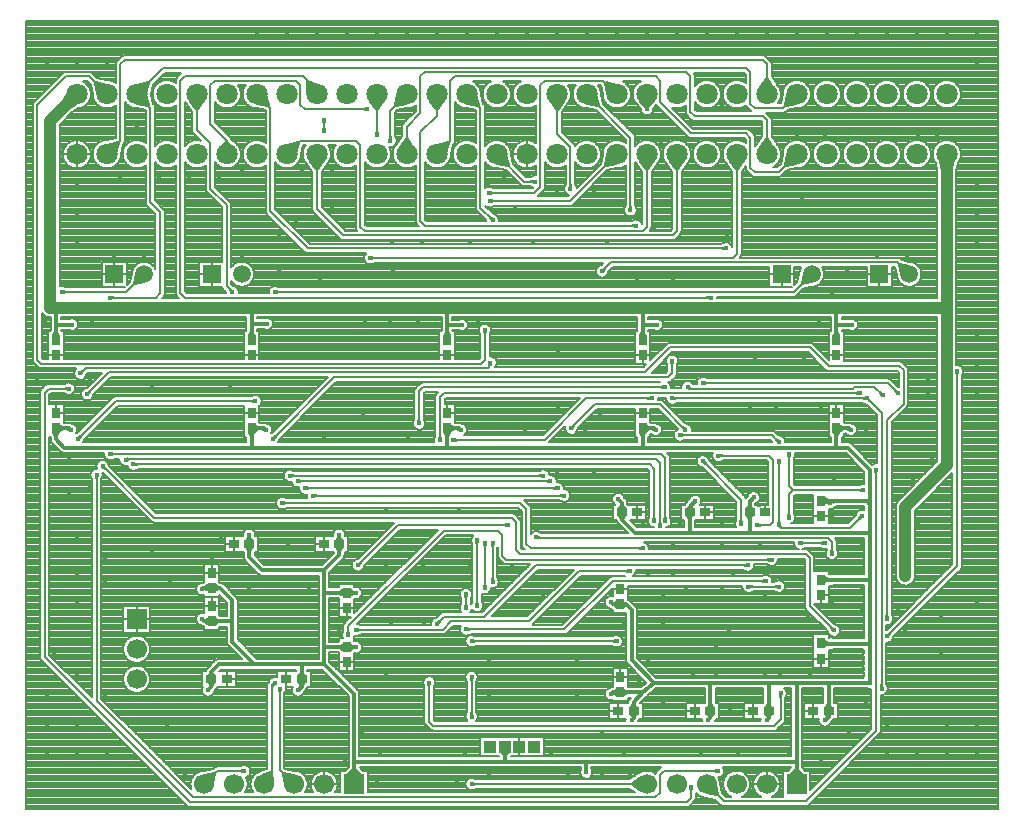
<source format=gbr>
G04 DipTrace 4.0.0.5*
G04 2 - Bottom.gbr*
%MOIN*%
G04 #@! TF.FileFunction,Copper,L2,Bot*
G04 #@! TF.Part,Single*
G04 #@! TA.AperFunction,Conductor*
%ADD15C,0.011811*%
%ADD16C,0.03937*%
G04 #@! TA.AperFunction,CopperBalancing*
%ADD17C,0.007874*%
%ADD18R,0.035433X0.027559*%
%ADD20R,0.027559X0.035433*%
G04 #@! TA.AperFunction,ComponentPad*
%ADD21C,0.059055*%
%ADD22R,0.059055X0.059055*%
%ADD23R,0.03937X0.03937*%
%ADD24C,0.070866*%
%ADD25R,0.066929X0.066929*%
%ADD26C,0.066929*%
G04 #@! TA.AperFunction,ViaPad*
%ADD38C,0.017717*%
%FSLAX26Y26*%
G04*
G70*
G90*
G75*
G01*
G04 Bottom*
%LPD*%
G36*
X3243356Y858172D2*
X3243651Y850324D1*
Y849438D1*
X3231249D1*
Y850324D1*
X3231546Y858172D1*
X3243356D1*
G37*
G36*
X3231546Y961075D2*
X3231249Y968923D1*
Y969808D1*
X3243651D1*
Y968923D1*
X3243356Y961075D1*
X3231546D1*
G37*
G36*
Y886075D2*
X3231249Y893923D1*
Y894808D1*
X3243651D1*
Y893923D1*
X3243356Y886075D1*
X3231546D1*
G37*
G36*
X3243356Y914421D2*
X3243651Y906573D1*
Y905688D1*
X3231249D1*
Y906573D1*
X3231546Y914421D1*
X3243356D1*
G37*
G36*
X3231546Y867325D2*
X3231249Y875173D1*
Y876059D1*
X3243651D1*
Y875173D1*
X3243356Y867325D1*
X3231546D1*
G37*
G36*
X3243356Y895672D2*
X3243651Y887824D1*
Y886938D1*
X3231249D1*
Y887824D1*
X3231546Y895672D1*
X3243356D1*
G37*
G36*
X3231546Y848575D2*
X3231249Y856423D1*
Y857308D1*
X3243651D1*
Y856423D1*
X3243356Y848575D1*
X3231546D1*
G37*
G36*
X3243356Y876921D2*
X3243651Y869073D1*
Y868188D1*
X3231249D1*
Y869073D1*
X3231546Y876921D1*
X3243356D1*
G37*
G36*
X3231546Y942325D2*
X3231249Y950173D1*
Y951059D1*
X3243651D1*
Y950173D1*
X3243356Y942325D1*
X3231546D1*
G37*
G36*
X3243356Y970672D2*
X3243651Y962824D1*
Y961938D1*
X3231249D1*
Y962824D1*
X3231546Y970672D1*
X3243356D1*
G37*
G36*
X3231546Y923576D2*
X3231249Y931424D1*
Y932310D1*
X3243651D1*
Y931424D1*
X3243356Y923576D1*
X3231546D1*
G37*
G36*
X3243356Y951923D2*
X3243651Y944075D1*
Y943189D1*
X3231249D1*
Y944075D1*
X3231546Y951923D1*
X3243356D1*
G37*
G36*
X3231546Y904825D2*
X3231249Y912673D1*
Y913559D1*
X3243651D1*
Y912673D1*
X3243356Y904825D1*
X3231546D1*
G37*
G36*
X3243356Y933172D2*
X3243651Y925324D1*
Y924438D1*
X3231249D1*
Y925324D1*
X3231546Y933172D1*
X3243356D1*
G37*
X3237450Y843999D2*
D15*
Y975248D1*
G36*
X3223277Y981154D2*
X3231125Y981449D1*
X3232010D1*
Y969047D1*
X3231125D1*
X3223277Y969343D1*
Y981154D1*
G37*
G36*
X3100542Y969343D2*
X3088731Y963895D1*
X3087354Y963933D1*
Y987449D1*
X3088731Y987411D1*
X3100542Y981154D1*
Y969343D1*
G37*
X3237450Y975248D2*
D15*
X3106202D1*
X3075543D1*
X3074951Y975840D1*
G36*
X3120374Y969343D2*
X3112528Y969049D1*
X3111642D1*
Y981450D1*
X3112528D1*
X3120374Y981154D1*
Y969343D1*
G37*
G36*
X3092029Y981154D2*
X3099875Y981450D1*
X3100761D1*
Y969049D1*
X3099875D1*
X3092029Y969343D1*
Y981154D1*
G37*
G36*
X3243356Y989421D2*
X3243651Y981573D1*
Y980688D1*
X3231249D1*
Y981573D1*
X3231546Y989421D1*
X3243356D1*
G37*
G36*
X3100542Y1182433D2*
X3088731Y1176528D1*
X3087353D1*
Y1200150D1*
X3088731D1*
X3100542Y1194244D1*
Y1182433D1*
G37*
X3237450Y975248D2*
D15*
Y1188339D1*
X3106202D1*
X3074951D1*
G36*
X3120354Y1182433D2*
X3112781Y1181816D1*
X3111895Y1181778D1*
X3111378Y1194169D1*
X3112264Y1194207D1*
X3120354Y1194244D1*
Y1182433D1*
G37*
G36*
X3092049Y1194244D2*
X3100139Y1194207D1*
X3101025Y1194169D1*
X3100508Y1181778D1*
X3099622Y1181816D1*
X3092049Y1182433D1*
Y1194244D1*
G37*
X3106202Y1187748D2*
D15*
Y1188339D1*
G36*
X3100542Y1444933D2*
X3088731Y1439028D1*
X3087353D1*
Y1462650D1*
X3088731D1*
X3100542Y1456744D1*
Y1444933D1*
G37*
X3237450Y1188339D2*
D15*
Y1344531D1*
Y1450839D1*
X3231201D1*
X3106202D1*
X3074951D1*
G36*
X3231546Y1438657D2*
X3228745Y1441738D1*
X3228270Y1442487D1*
X3239186Y1448373D1*
X3239660Y1447625D1*
X3243356Y1438657D1*
X3231546D1*
G37*
G36*
X3217046Y1456744D2*
X3225138Y1456707D1*
X3226022Y1456671D1*
X3225507Y1444280D1*
X3224622Y1444318D1*
X3217046Y1444933D1*
Y1456744D1*
G37*
X3231201Y1450249D2*
D15*
Y1450839D1*
G36*
X3117146Y1444933D2*
X3114852Y1442093D1*
X3114155Y1441547D1*
X3107581Y1452064D1*
X3108280Y1452610D1*
X3117146Y1456744D1*
Y1444933D1*
G37*
G36*
X3095257Y1456744D2*
X3104123Y1452610D1*
X3104822Y1452064D1*
X3098248Y1441547D1*
X3097551Y1442093D1*
X3095257Y1444933D1*
Y1456744D1*
G37*
X3106202Y1443999D2*
D15*
Y1450839D1*
G36*
X2405957Y1388339D2*
X2400051Y1398969D1*
Y1400346D1*
X2423672D1*
Y1398969D1*
X2417766Y1388339D1*
X2405957D1*
G37*
X3237450Y1344531D2*
D15*
X2836858D1*
X2636860D1*
X2455669D1*
X2411862Y1388339D1*
Y1412748D1*
G36*
X2630955Y1387157D2*
X2625050Y1398969D1*
Y1400346D1*
X2648671D1*
Y1398969D1*
X2642765Y1387157D1*
X2630955D1*
G37*
X2636860Y1412748D2*
D15*
Y1344531D1*
G36*
X2830955Y1387157D2*
X2825050Y1398969D1*
Y1400346D1*
X2848671D1*
Y1398969D1*
X2842766Y1387157D1*
X2830955D1*
G37*
X2836861Y1412748D2*
D15*
Y1344531D1*
G36*
X2842766Y1438339D2*
X2848671Y1426528D1*
Y1425150D1*
X2825050D1*
Y1426528D1*
X2830955Y1438339D1*
X2842766D1*
G37*
G36*
X2836585Y1456903D2*
X2841925Y1462660D1*
X2842551Y1463287D1*
X2851320Y1454518D1*
X2850694Y1453891D1*
X2844937Y1448551D1*
X2836585Y1456903D1*
G37*
X2836861Y1412748D2*
D15*
Y1448827D1*
X2850783Y1462749D1*
G36*
X2647016Y1432714D2*
X2649157Y1426528D1*
X2649085Y1425151D1*
X2628306D1*
X2628379Y1426528D1*
X2632039Y1434320D1*
X2647016Y1432714D1*
G37*
G36*
X2642003Y1444403D2*
X2647343Y1450160D1*
X2647969Y1450787D1*
X2656738Y1442018D1*
X2656112Y1441391D1*
X2650354Y1436051D1*
X2642003Y1444403D1*
G37*
X2636860Y1412748D2*
D15*
Y1430909D1*
X2656201Y1450249D1*
G36*
X2417766Y1438339D2*
X2423672Y1426528D1*
Y1425150D1*
X2400051D1*
Y1426528D1*
X2405957Y1438339D1*
X2417766D1*
G37*
G36*
X2405798Y1442302D2*
X2400041Y1447642D1*
X2399415Y1448269D1*
X2408184Y1457038D1*
X2408810Y1456411D1*
X2414150Y1450654D1*
X2405798Y1442302D1*
G37*
X2411862Y1412748D2*
D15*
Y1444591D1*
X2399951Y1456500D1*
G36*
X3223277Y849904D2*
X3231125Y850199D1*
X3232010D1*
Y837798D1*
X3231125D1*
X3223277Y838093D1*
Y849904D1*
G37*
G36*
X2426634Y1096466D2*
X2419980Y1093753D1*
X2418602Y1093786D1*
Y1114957D1*
X2419980Y1114924D1*
X2428841Y1110806D1*
X2426634Y1096466D1*
G37*
X3237450Y843999D2*
D15*
X3100542D1*
X2993701D1*
X2900541D1*
X2710983D1*
X2518702D1*
X2443702Y918999D1*
Y1087749D1*
X2425542Y1105908D1*
X2406199D1*
G36*
X3106448Y775839D2*
X3112353Y764028D1*
Y762650D1*
X3088731D1*
Y764028D1*
X3094636Y775839D1*
X3106448D1*
G37*
X3100542Y750248D2*
D15*
Y843999D1*
G36*
X2906446Y775839D2*
X2912352Y764028D1*
Y762650D1*
X2888731D1*
Y764028D1*
X2894636Y775839D1*
X2906446D1*
G37*
X2900541Y750248D2*
D15*
Y843999D1*
G36*
X2712696Y775839D2*
X2718601Y764028D1*
Y762650D1*
X2694980D1*
Y764028D1*
X2700886Y775839D1*
X2712696D1*
G37*
X2706790Y750248D2*
D15*
Y839806D1*
X2710983Y843999D1*
G36*
X2456445Y775839D2*
X2462350Y764028D1*
Y762650D1*
X2438730D1*
Y764028D1*
X2444635Y775839D1*
X2456445D1*
G37*
X2450539Y750248D2*
D15*
Y779320D1*
X2483378Y812157D1*
X2518702Y843999D1*
G36*
X2431790Y806252D2*
X2419980Y800346D1*
X2418602D1*
Y823969D1*
X2419980D1*
X2431790Y818063D1*
Y806252D1*
G37*
X2406199Y812157D2*
D15*
X2483378D1*
G36*
X3090542Y730441D2*
X3088346Y736469D1*
X3088411Y737845D1*
X3109130D1*
X3109064Y736469D1*
X3105364Y728678D1*
X3090542Y730441D1*
G37*
G36*
X3101650Y724845D2*
X3096310Y719088D1*
X3095684Y718461D1*
X3086915Y727230D1*
X3087541Y727857D1*
X3093298Y733197D1*
X3101650Y724845D1*
G37*
X3100542Y750248D2*
D15*
Y732089D1*
X3087451Y718999D1*
G36*
X2894636Y725839D2*
X2888731Y736469D1*
Y737846D1*
X2912352D1*
Y736469D1*
X2906446Y725839D1*
X2894636D1*
G37*
G36*
X2906446Y730570D2*
X2902259Y721289D1*
X2901749Y720563D1*
X2891075Y726874D1*
X2891583Y727600D1*
X2894636Y730570D1*
X2906446D1*
G37*
X2900541Y750248D2*
D15*
Y725839D1*
X2893701Y718999D1*
G36*
X2700886Y725837D2*
X2694980Y736469D1*
Y737846D1*
X2718601D1*
Y736469D1*
X2712696Y725837D1*
X2700886D1*
G37*
G36*
X2712696Y730570D2*
X2708509Y721290D1*
X2708000Y720564D1*
X2697324Y726874D1*
X2697833Y727600D1*
X2700886Y730570D1*
X2712696D1*
G37*
X2706790Y750248D2*
D15*
Y725837D1*
X2699951Y718999D1*
G36*
X2444635Y725837D2*
X2438730Y736469D1*
Y737846D1*
X2462350D1*
Y736469D1*
X2456445Y725837D1*
X2444635D1*
G37*
G36*
X2456445Y730570D2*
X2452259Y721290D1*
X2451749Y720564D1*
X2441073Y726874D1*
X2441583Y727600D1*
X2444635Y730570D1*
X2456445D1*
G37*
X2450539Y750248D2*
D15*
Y725837D1*
X2443702Y718999D1*
G36*
X2380610Y818063D2*
X2392420Y823969D1*
X2393798D1*
Y800346D1*
X2392420D1*
X2380610Y806252D1*
Y818063D1*
G37*
G36*
X2387080Y806252D2*
X2383304Y803554D1*
X2382520Y803142D1*
X2377277Y814381D1*
X2378060Y814793D1*
X2387080Y818063D1*
Y806252D1*
G37*
X2406199Y812157D2*
D15*
X2380609D1*
X2374950Y806499D1*
G36*
X2381790Y1111814D2*
X2392420Y1117719D1*
X2393798D1*
Y1094097D1*
X2392420D1*
X2381790Y1100003D1*
Y1111814D1*
G37*
G36*
X2386520Y1100003D2*
X2377240Y1104190D1*
X2376514Y1104699D1*
X2382825Y1115375D1*
X2383551Y1114866D1*
X2386520Y1111814D1*
Y1100003D1*
G37*
X2406199Y1105908D2*
D15*
X2381790D1*
X2374950Y1112748D1*
G36*
X2999608Y560042D2*
X3017126Y539963D1*
Y536617D1*
X2970277D1*
Y539963D1*
X2987797Y560042D1*
X2999608D1*
G37*
X2993702Y506499D2*
D15*
Y581499D1*
X2993701D1*
Y843999D1*
G36*
X1524606Y560042D2*
X1542126Y539963D1*
Y536617D1*
X1495277D1*
Y539963D1*
X1512797Y560042D1*
X1524606D1*
G37*
X2993701Y581499D2*
D15*
X2292218D1*
X2020675D1*
X1518702D1*
Y506499D1*
G36*
X2014766Y600003D2*
X2006892Y611814D1*
Y613782D1*
X2034451D1*
Y611814D1*
X2026577Y600003D1*
X2014766D1*
G37*
X2020672Y631499D2*
D15*
Y581499D1*
X2020675D1*
G36*
X1463385Y1280908D2*
X1457480Y1292719D1*
Y1294097D1*
X1481101D1*
Y1292719D1*
X1475196Y1280908D1*
X1463385D1*
G37*
X1518702Y581499D2*
D15*
Y806497D1*
X1418701Y906499D1*
Y963339D1*
Y1141741D1*
Y1218999D1*
X1469290Y1269589D1*
Y1306499D1*
G36*
X1163385Y1280908D2*
X1157480Y1292719D1*
Y1294097D1*
X1181101D1*
Y1292719D1*
X1175196Y1280908D1*
X1163385D1*
G37*
X1418701Y1218999D2*
D15*
X1212450D1*
X1169290Y1262159D1*
Y1306499D1*
G36*
X1069291Y1154727D2*
X1057480Y1148822D1*
X1056102D1*
Y1172444D1*
X1057480D1*
X1069291Y1166538D1*
Y1154727D1*
G37*
X1418701Y906499D2*
D15*
X1344291D1*
X1187450D1*
X1182192Y911757D1*
X1112453Y981496D1*
Y1049659D1*
Y1118999D1*
X1070819Y1160633D1*
X1043701D1*
G36*
X1069291Y1043753D2*
X1057480Y1037848D1*
X1056102D1*
Y1061470D1*
X1057480D1*
X1069291Y1055564D1*
Y1043753D1*
G37*
X1043701Y1049659D2*
D15*
X1112453D1*
G36*
X1049016Y880908D2*
X1054920Y870277D1*
Y868899D1*
X1031299D1*
Y870277D1*
X1037205Y880908D1*
X1049016D1*
G37*
X1043110Y856497D2*
D15*
Y880908D1*
X1068701Y906499D1*
X1182192D1*
Y911757D1*
G36*
X1350197Y882088D2*
X1356102Y870277D1*
Y868899D1*
X1332480D1*
Y870277D1*
X1338386Y882088D1*
X1350197D1*
G37*
X1344291Y856497D2*
D15*
Y906499D1*
G36*
X1468112Y1150495D2*
X1479921Y1156400D1*
X1481299D1*
Y1132778D1*
X1479921D1*
X1468112Y1138684D1*
Y1150495D1*
G37*
X1493702Y1144589D2*
D15*
X1421547D1*
X1418701Y1141741D1*
G36*
X1468112Y969244D2*
X1479921Y975150D1*
X1481299D1*
Y951528D1*
X1479921D1*
X1468112Y957433D1*
Y969244D1*
G37*
X1493702Y963339D2*
D15*
X1418701D1*
G36*
X1338386Y832089D2*
X1332480Y842718D1*
Y844096D1*
X1356102D1*
Y842718D1*
X1350197Y832089D1*
X1338386D1*
G37*
G36*
X1345399Y824845D2*
X1340059Y819088D1*
X1339433Y818461D1*
X1330664Y827230D1*
X1331290Y827857D1*
X1337047Y833197D1*
X1345399Y824845D1*
G37*
X1344291Y856497D2*
D15*
Y832089D1*
X1331201Y818999D1*
G36*
X1519291Y957433D2*
X1507482Y951528D1*
X1506104D1*
Y975150D1*
X1507482D1*
X1519291Y969244D1*
Y957433D1*
G37*
G36*
X1510795Y969244D2*
X1518887Y969207D1*
X1519772Y969171D1*
X1519256Y956780D1*
X1518371Y956818D1*
X1510795Y957433D1*
Y969244D1*
G37*
X1493702Y963339D2*
D15*
X1524361D1*
X1524950Y962749D1*
G36*
X1519291Y1138684D2*
X1507482Y1132778D1*
X1506104D1*
Y1156400D1*
X1507482D1*
X1519291Y1150495D1*
Y1138684D1*
G37*
G36*
X1510797Y1150495D2*
X1518887Y1150458D1*
X1519773Y1150420D1*
X1519256Y1138029D1*
X1518370Y1138067D1*
X1510797Y1138684D1*
Y1150495D1*
G37*
X1493702Y1144589D2*
D15*
X1524360D1*
X1524950Y1143999D1*
G36*
X1475196Y1332089D2*
X1481101Y1320278D1*
Y1318900D1*
X1457480D1*
Y1320278D1*
X1463385Y1332089D1*
X1475196D1*
G37*
G36*
X1463385Y1323596D2*
X1462769Y1331171D1*
X1462731Y1332055D1*
X1475121Y1332572D1*
X1475159Y1331688D1*
X1475196Y1323596D1*
X1463385D1*
G37*
X1469290Y1306499D2*
D15*
Y1337159D1*
X1468699Y1337749D1*
G36*
X1175196Y1332089D2*
X1181101Y1320278D1*
Y1318900D1*
X1157480D1*
Y1320278D1*
X1163385Y1332089D1*
X1175196D1*
G37*
G36*
X1163385Y1323596D2*
X1162769Y1331171D1*
X1162731Y1332055D1*
X1175121Y1332572D1*
X1175159Y1331688D1*
X1175196Y1323596D1*
X1163385D1*
G37*
X1169290Y1306499D2*
D15*
Y1337159D1*
X1168699Y1337749D1*
G36*
X1018110Y1166538D2*
X1029921Y1172444D1*
X1031299D1*
Y1148822D1*
X1029921D1*
X1018110Y1154727D1*
Y1166538D1*
G37*
G36*
X1025600Y1154727D2*
X1020345Y1152480D1*
X1019505Y1152199D1*
X1015786Y1164030D1*
X1016626Y1164311D1*
X1025600Y1166538D1*
Y1154727D1*
G37*
X1043701Y1160633D2*
D15*
X1016585D1*
X1012451Y1156499D1*
G36*
X1019291Y1055564D2*
X1029921Y1061470D1*
X1031299D1*
Y1037848D1*
X1029921D1*
X1019291Y1043753D1*
Y1055564D1*
G37*
G36*
X1024021Y1043753D2*
X1014741Y1047941D1*
X1014016Y1048450D1*
X1020327Y1059126D1*
X1021052Y1058617D1*
X1024021Y1055564D1*
Y1043753D1*
G37*
X1043701Y1049659D2*
D15*
X1019291D1*
X1012451Y1056499D1*
G36*
X1037205Y830908D2*
X1031299Y842718D1*
Y844096D1*
X1054920D1*
Y842718D1*
X1049016Y830908D1*
X1037205D1*
G37*
G36*
X1045398Y824845D2*
X1040058Y819088D1*
X1039432Y818461D1*
X1030663Y827230D1*
X1031289Y827857D1*
X1037046Y833197D1*
X1045398Y824845D1*
G37*
X1043110Y856497D2*
D15*
Y830908D1*
X1031201Y818999D1*
G36*
X3243356Y1461841D2*
X3239660Y1452874D1*
X3239186Y1452126D1*
X3228270Y1458012D1*
X3228745Y1458761D1*
X3231546Y1461841D1*
X3243356D1*
G37*
G36*
X519045Y1663881D2*
X513139Y1675692D1*
Y1677463D1*
X536760D1*
Y1675692D1*
X530856Y1663881D1*
X519045D1*
G37*
X3231201Y1450249D2*
D15*
X3237450D1*
Y1554860D1*
X3164281Y1628030D1*
X3126379D1*
X2485707D1*
X1833518D1*
X1176871D1*
X553420D1*
X524950Y1656500D1*
Y1693408D1*
G36*
X1170966Y1663881D2*
X1165060Y1675692D1*
Y1677463D1*
X1188681D1*
Y1675692D1*
X1182776Y1663881D1*
X1170966D1*
G37*
X1176871Y1693408D2*
D15*
Y1628030D1*
G36*
X1822885Y1663881D2*
X1816979Y1675692D1*
Y1677463D1*
X1840600D1*
Y1675692D1*
X1834694Y1663881D1*
X1822885D1*
G37*
X1828790Y1693408D2*
D15*
Y1632759D1*
X1833518Y1628030D1*
G36*
X2474803Y1663881D2*
X2468898Y1675692D1*
Y1677463D1*
X2492518D1*
Y1675692D1*
X2486614Y1663881D1*
X2474803D1*
G37*
X2480709Y1693408D2*
D15*
Y1633030D1*
X2485707Y1628030D1*
G36*
X3120474Y1663881D2*
X3114570Y1675692D1*
Y1677463D1*
X3138190D1*
Y1675692D1*
X3132285Y1663881D1*
X3120474D1*
G37*
X3126379Y1693408D2*
D15*
Y1628030D1*
G36*
X3151970Y1687503D2*
X3140159Y1681597D1*
X3138781D1*
Y1705219D1*
X3140159D1*
X3151970Y1699314D1*
Y1687503D1*
G37*
G36*
X3162822Y1699314D2*
X3171840Y1696042D1*
X3172625Y1695630D1*
X3167381Y1684391D1*
X3166596Y1684804D1*
X3162822Y1687503D1*
Y1699314D1*
G37*
X3126379Y1693408D2*
D15*
X3169291D1*
X3174951Y1687748D1*
G36*
X2506299Y1687503D2*
X2494488Y1681597D1*
X2493110D1*
Y1705219D1*
X2494488D1*
X2506299Y1699314D1*
Y1687503D1*
G37*
G36*
X2512820Y1699314D2*
X2521839Y1696042D1*
X2522623Y1695630D1*
X2517379Y1684391D1*
X2516594Y1684804D1*
X2512820Y1687503D1*
Y1699314D1*
G37*
X2480709Y1693408D2*
D15*
X2519290D1*
X2524949Y1687748D1*
G36*
X1854379Y1687503D2*
X1842570Y1681597D1*
X1841192D1*
Y1705219D1*
X1842570D1*
X1854379Y1699314D1*
Y1687503D1*
G37*
G36*
X1862820Y1699314D2*
X1871839Y1696042D1*
X1872623Y1695630D1*
X1867379Y1684391D1*
X1866594Y1684804D1*
X1862820Y1687503D1*
Y1699314D1*
G37*
X1828790Y1693408D2*
D15*
X1869290D1*
X1874949Y1687748D1*
G36*
X1202461Y1687503D2*
X1190651Y1681597D1*
X1189273D1*
Y1705219D1*
X1190651D1*
X1202461Y1699314D1*
Y1687503D1*
G37*
G36*
X1212820Y1699314D2*
X1221839Y1696042D1*
X1222623Y1695630D1*
X1217379Y1684391D1*
X1216594Y1684804D1*
X1212820Y1687503D1*
Y1699314D1*
G37*
X1176871Y1693408D2*
D15*
X1219290D1*
X1224950Y1687748D1*
G36*
X550541Y1687503D2*
X538730Y1681597D1*
X537352D1*
Y1705219D1*
X538730D1*
X550541Y1699314D1*
Y1687503D1*
G37*
G36*
X562820Y1699314D2*
X571839Y1696042D1*
X572623Y1695630D1*
X567379Y1684391D1*
X566594Y1684804D1*
X562820Y1687503D1*
Y1699314D1*
G37*
X524950Y1693408D2*
D15*
X569290D1*
X574950Y1687748D1*
G36*
X2298123Y559655D2*
X2298419Y551807D1*
Y550921D1*
X2286017D1*
Y551807D1*
X2286312Y559655D1*
X2298123D1*
G37*
X2292218Y581499D2*
D15*
Y545482D1*
X3356199Y1200249D2*
D16*
Y1237748D1*
G36*
X3474840Y2549806D2*
X3469723Y2581194D1*
Y2584738D1*
X3519328D1*
Y2581194D1*
X3514210Y2549806D1*
X3474840D1*
G37*
X3356199Y1237748D2*
D16*
Y1431497D1*
X3494525Y1569823D1*
Y2093999D1*
Y2606499D1*
G36*
X540518Y2780331D2*
X559094Y2806144D1*
X561600Y2808650D1*
X596677Y2773573D1*
X594171Y2771067D1*
X568357Y2752491D1*
X540518Y2780331D1*
G37*
X3494525Y2093999D2*
D16*
X3126379D1*
X2480709D1*
X1831995D1*
X1173608D1*
X506199D1*
Y2116182D1*
Y2718173D1*
X594526Y2806499D1*
G36*
X530856Y2016341D2*
X536760Y2004530D1*
Y2002759D1*
X513139D1*
Y2004530D1*
X519045Y2016341D1*
X530856D1*
G37*
X524950Y1986814D2*
D15*
Y2038604D1*
Y2097433D1*
X506199Y2116182D1*
G36*
X1182776Y2016341D2*
X1188681Y2004530D1*
Y2002759D1*
X1165060D1*
Y2004530D1*
X1170966Y2016341D1*
X1182776D1*
G37*
X1176871Y1986814D2*
D15*
Y2041268D1*
Y2090735D1*
X1173608Y2093999D1*
G36*
X1834694Y2016341D2*
X1840600Y2004530D1*
Y2002759D1*
X1816979D1*
Y2004530D1*
X1822885Y2016341D1*
X1834694D1*
G37*
X1828790Y1986814D2*
D15*
Y2037235D1*
Y2090794D1*
X1831995Y2093999D1*
G36*
X2486614Y2016341D2*
X2492518Y2004530D1*
Y2002759D1*
X2468898D1*
Y2004530D1*
X2474803Y2016341D1*
X2486614D1*
G37*
X2480709Y1986814D2*
D15*
Y2038119D1*
Y2093999D1*
G36*
X3132285Y2016341D2*
X3138190Y2004530D1*
Y2002759D1*
X3114570D1*
Y2004530D1*
X3120474Y2016341D1*
X3132285D1*
G37*
X3126379Y1986814D2*
D15*
Y2037568D1*
Y2093999D1*
G36*
X3163778Y2043474D2*
X3171626Y2043769D1*
X3172512D1*
Y2031367D1*
X3171626D1*
X3163778Y2031663D1*
Y2043474D1*
G37*
X3126379Y2037568D2*
D15*
X3177951D1*
G36*
X2513778Y2044025D2*
X2521626Y2044320D1*
X2522512D1*
Y2031919D1*
X2521626D1*
X2513778Y2032214D1*
Y2044025D1*
G37*
X2480709Y2038119D2*
D15*
X2527951D1*
G36*
X1863778Y2043140D2*
X1871626Y2043436D1*
X1872512D1*
Y2031034D1*
X1871626D1*
X1863778Y2031329D1*
Y2043140D1*
G37*
X1828790Y2037235D2*
D15*
X1877951D1*
G36*
X1213509Y2047173D2*
X1221356Y2047469D1*
X1222241D1*
Y2035067D1*
X1221356D1*
X1213509Y2035362D1*
Y2047173D1*
G37*
X1176871Y2041268D2*
D15*
X1227682D1*
G36*
X563778Y2044509D2*
X571626Y2044804D1*
X572512D1*
Y2032403D1*
X571626D1*
X563778Y2032698D1*
Y2044509D1*
G37*
X524950Y2038604D2*
D15*
X577951D1*
G36*
X1395671Y1464749D2*
X1387823Y1462486D1*
X1386937D1*
Y1474887D1*
X1387823D1*
X1395671Y1472623D1*
Y1464749D1*
G37*
G36*
X2205075Y1472623D2*
X2212923Y1474887D1*
X2213808D1*
Y1462486D1*
X2212923D1*
X2205075Y1464749D1*
Y1472623D1*
G37*
X1381496Y1468686D2*
D17*
X2219248D1*
G36*
X1370080Y1488711D2*
X1362232Y1486448D1*
X1361346D1*
Y1498849D1*
X1362232D1*
X1370080Y1496585D1*
Y1488711D1*
G37*
G36*
X2182676Y1496585D2*
X2190524Y1498849D1*
X2191409D1*
Y1486448D1*
X2190524D1*
X2182676Y1488711D1*
Y1496585D1*
G37*
X1355907Y1492648D2*
D17*
X2196849D1*
G36*
X1344488Y1512329D2*
X1336640Y1510066D1*
X1335755D1*
Y1522467D1*
X1336640D1*
X1344488Y1520203D1*
Y1512329D1*
G37*
G36*
X2159055Y1520203D2*
X2166903Y1522467D1*
X2167789D1*
Y1510066D1*
X2166903D1*
X2159055Y1512329D1*
Y1520203D1*
G37*
X1330315Y1516266D2*
D17*
X2173230D1*
G36*
X1318898Y1531030D2*
X1311050Y1528766D1*
X1310164D1*
Y1541168D1*
X1311050D1*
X1318898Y1538904D1*
Y1531030D1*
G37*
G36*
X2135433Y1538904D2*
X2143281Y1541168D1*
X2144167D1*
Y1528766D1*
X2143281D1*
X2135433Y1531030D1*
Y1538904D1*
G37*
X1304724Y1534967D2*
D17*
X2149606D1*
G36*
X1293308Y1439327D2*
X1285461Y1437063D1*
X1284575D1*
Y1449465D1*
X1285461D1*
X1293308Y1447201D1*
Y1439327D1*
G37*
G36*
X2467079Y1296243D2*
X2474927Y1298507D1*
X2475812D1*
Y1286105D1*
X2474927D1*
X2467079Y1288369D1*
Y1296243D1*
G37*
X1279134Y1443264D2*
D17*
X2073239D1*
X2093268Y1423235D1*
Y1306087D1*
X2107047Y1292306D1*
X2481252D1*
G36*
X2637992Y483487D2*
X2635728Y491335D1*
Y492220D1*
X2648130D1*
Y491335D1*
X2645867Y483487D1*
X2637992D1*
G37*
G36*
X553783Y1828936D2*
X561631Y1831199D1*
X562517D1*
Y1818798D1*
X561631D1*
X553783Y1821062D1*
Y1828936D1*
G37*
X2641929Y497660D2*
D17*
Y460122D1*
X2628150Y446341D1*
X972617D1*
X487547Y931411D1*
Y1811219D1*
X501328Y1824999D1*
X567958D1*
G36*
X796850Y1568467D2*
X789003Y1566203D1*
X788117D1*
Y1578605D1*
X789003D1*
X796850Y1576341D1*
Y1568467D1*
G37*
G36*
X2522854Y1397404D2*
X2525118Y1389556D1*
Y1388671D1*
X2512717D1*
Y1389556D1*
X2514980Y1397404D1*
X2522854D1*
G37*
X782677Y1572404D2*
D17*
X2505138D1*
X2518917Y1558625D1*
Y1383231D1*
G36*
X770916Y1587168D2*
X764396Y1583655D1*
X763528Y1583479D1*
X761369Y1595692D1*
X762238Y1595867D1*
X770916Y1595042D1*
Y1587168D1*
G37*
G36*
X2541556Y1380038D2*
X2543819Y1372190D1*
Y1371304D1*
X2531417D1*
Y1372190D1*
X2533681Y1380038D1*
X2541556D1*
G37*
X757087Y1588660D2*
D17*
X759531Y1591105D1*
X2523840D1*
X2537618Y1577325D1*
Y1365865D1*
G36*
X656520Y1523807D2*
X654256Y1531654D1*
Y1532539D1*
X666657D1*
Y1531654D1*
X664394Y1523807D1*
X656520D1*
G37*
G36*
X2718325Y553747D2*
X2726173Y556010D1*
X2727059D1*
Y543609D1*
X2726173D1*
X2718325Y545873D1*
Y553747D1*
G37*
X660457Y1537980D2*
D17*
Y783492D1*
X980757Y463192D1*
X2523228D1*
X2537009Y476971D1*
Y536031D1*
X2550787Y549810D1*
X2732500D1*
G36*
X720079Y1603424D2*
X712231Y1601160D1*
X711345D1*
Y1613562D1*
X712231D1*
X720079Y1611298D1*
Y1603424D1*
G37*
G36*
X2560257Y1397294D2*
X2562521Y1389446D1*
Y1388560D1*
X2550119D1*
Y1389446D1*
X2552382Y1397294D1*
X2560257D1*
G37*
X705904Y1607361D2*
D17*
X2542541D1*
X2556320Y1593581D1*
Y1383121D1*
G36*
X3111085Y1031801D2*
X3118235Y1027853D1*
X3118861Y1027226D1*
X3110092Y1018457D1*
X3109466Y1019084D1*
X3105517Y1026232D1*
X3111085Y1031801D1*
G37*
G36*
X687552Y1554404D2*
X680403Y1558352D1*
X679777Y1558979D1*
X688546Y1567748D1*
X689172Y1567122D1*
X693121Y1559972D1*
X687552Y1554404D1*
G37*
X3118323Y1018995D2*
D17*
X3037547Y1099770D1*
Y1259824D1*
X3023768Y1273605D1*
X2072634D1*
X2058854Y1287385D1*
Y1380484D1*
X2045076Y1394262D1*
X853262D1*
X680315Y1567210D1*
G36*
X641941Y1813535D2*
X637992Y1806387D1*
X637366Y1805760D1*
X628597Y1814529D1*
X629223Y1815156D1*
X636373Y1819104D1*
X641941Y1813535D1*
G37*
G36*
X3299461Y1072538D2*
X3301724Y1064690D1*
Y1063804D1*
X3289323D1*
Y1064690D1*
X3291587Y1072538D1*
X3299461D1*
G37*
X629134Y1806298D2*
D17*
X703346Y1880510D1*
X2489962D1*
X2572199Y1962748D1*
X3037445D1*
X3100388Y1899806D1*
X3336419D1*
X3350197Y1886026D1*
Y1775286D1*
X3295524Y1720613D1*
Y1058365D1*
G36*
X2936617Y795377D2*
X2934353Y803224D1*
Y804110D1*
X2946755D1*
Y803224D1*
X2944492Y795377D1*
X2936617D1*
G37*
G36*
X1764944Y831105D2*
X1762680Y838953D1*
Y839839D1*
X1775083D1*
Y838953D1*
X1772819Y831105D1*
X1764944D1*
G37*
X2940554Y809550D2*
D17*
Y722101D1*
X2918752Y700298D1*
X1782659D1*
X1768881Y714076D1*
Y845278D1*
G36*
X3073280Y1313640D2*
X3081127Y1315904D1*
X3082013D1*
Y1303503D1*
X3081127D1*
X3073280Y1305766D1*
Y1313640D1*
G37*
G36*
X3020080Y1305766D2*
X3012232Y1303503D1*
X3011346D1*
Y1315904D1*
X3012232D1*
X3020080Y1313640D1*
Y1305766D1*
G37*
X3087454Y1309703D2*
D17*
X3005906D1*
G36*
X1837398Y2643803D2*
X1829957Y2606853D1*
X1827451Y2604348D1*
X1792374Y2639424D1*
X1794881Y2641930D1*
X1831829Y2649370D1*
X1837398Y2643803D1*
G37*
G36*
X2951654Y2569194D2*
X2959094Y2606144D1*
X2961600Y2608650D1*
X2996677Y2573573D1*
X2994171Y2571067D1*
X2957222Y2563627D1*
X2951654Y2569194D1*
G37*
X1794526Y2606499D2*
D17*
X1839803Y2651776D1*
Y2851773D1*
X1853583Y2865554D1*
X2526022D1*
X2539803Y2851774D1*
Y2779147D1*
X2643369Y2675580D1*
X2826021D1*
X2839803Y2661798D1*
Y2561219D1*
X2853583Y2547440D1*
X2935467D1*
X2994526Y2606499D1*
G36*
X737398Y2643803D2*
X729957Y2606853D1*
X727451Y2604348D1*
X692374Y2639424D1*
X694881Y2641930D1*
X731829Y2649370D1*
X737398Y2643803D1*
G37*
G36*
X2898462Y2863192D2*
X2919328Y2831803D1*
Y2828260D1*
X2869723D1*
Y2831803D1*
X2890588Y2863192D1*
X2898462D1*
G37*
X694525Y2606499D2*
D17*
X739804Y2651777D1*
Y2906894D1*
X753583Y2920672D1*
X2880745D1*
X2894525Y2906891D1*
Y2806499D1*
G36*
X720079Y2124510D2*
X712231Y2122247D1*
X711345D1*
Y2134648D1*
X712231D1*
X720079Y2132385D1*
Y2124510D1*
G37*
G36*
X831829Y2763627D2*
X794881Y2771067D1*
X792374Y2773573D1*
X827451Y2808650D1*
X829957Y2806144D1*
X837398Y2769194D1*
X831829Y2763627D1*
G37*
X705904Y2128448D2*
D17*
X858070D1*
X871850Y2142227D1*
Y2413925D1*
X839803Y2445971D1*
Y2761220D1*
X794526Y2806499D1*
G36*
X837398Y2843803D2*
X829957Y2806853D1*
X827451Y2804348D1*
X792374Y2839424D1*
X794881Y2841930D1*
X831829Y2849370D1*
X837398Y2843803D1*
G37*
G36*
X2951654Y2769194D2*
X2959094Y2806144D1*
X2961600Y2808650D1*
X2996677Y2773573D1*
X2994171Y2771067D1*
X2957222Y2763627D1*
X2951654Y2769194D1*
G37*
X794526Y2806499D2*
D17*
X881139Y2893113D1*
X2826022D1*
X2839803Y2879333D1*
Y2774999D1*
X2853583Y2761219D1*
X2949245D1*
X2994526Y2806499D1*
G36*
X1105990Y2159954D2*
X1113139Y2156007D1*
X1113765Y2155379D1*
X1104996Y2146610D1*
X1104370Y2147238D1*
X1100421Y2154386D1*
X1105990Y2159954D1*
G37*
G36*
X990588Y2749806D2*
X969723Y2781194D1*
Y2784738D1*
X1019328D1*
Y2781194D1*
X998462Y2749806D1*
X990588D1*
G37*
X1113227Y2147148D2*
D17*
X1093701Y2166676D1*
Y2437496D1*
X1039808Y2491388D1*
Y2642911D1*
X994525Y2688193D1*
Y2806499D1*
G36*
X1698462Y2663192D2*
X1719328Y2631803D1*
Y2628260D1*
X1669723D1*
Y2631803D1*
X1690588Y2663192D1*
X1698462D1*
G37*
G36*
X2898462D2*
X2919328Y2631803D1*
Y2628260D1*
X2869723D1*
Y2631803D1*
X2890588Y2663192D1*
X2898462D1*
G37*
X1694525Y2606499D2*
D17*
Y2698029D1*
X1739803Y2743307D1*
Y2865554D1*
X1753584Y2879333D1*
X2626025D1*
X2639804Y2865554D1*
Y2747438D1*
X2653581Y2733660D1*
X2880745D1*
X2894525Y2719879D1*
Y2606499D1*
G36*
X1586615Y2255715D2*
X1578768Y2253451D1*
X1577882D1*
Y2265853D1*
X1578768D1*
X1586615Y2263589D1*
Y2255715D1*
G37*
G36*
X2790588Y2549806D2*
X2769723Y2581194D1*
Y2584738D1*
X2819328D1*
Y2581194D1*
X2798463Y2549806D1*
X2790588D1*
G37*
X1572442Y2259652D2*
D17*
X2780747D1*
X2794525Y2273432D1*
Y2606499D1*
G36*
X1390588Y2549806D2*
X1369723Y2581194D1*
Y2584738D1*
X1419328D1*
Y2581194D1*
X1398462Y2549806D1*
X1390588D1*
G37*
G36*
X2590588D2*
X2569723Y2581194D1*
Y2584738D1*
X2619328D1*
Y2581194D1*
X2598462Y2549806D1*
X2590588D1*
G37*
X1394525Y2606499D2*
D17*
Y2424424D1*
X1483052Y2335896D1*
X2580745D1*
X2594525Y2349677D1*
Y2606499D1*
G36*
X1337398Y2643803D2*
X1329957Y2606853D1*
X1327451Y2604348D1*
X1292374Y2639424D1*
X1294881Y2641930D1*
X1331829Y2649370D1*
X1337398Y2643803D1*
G37*
G36*
X2490588Y2549806D2*
X2469723Y2581194D1*
Y2584738D1*
X2519328D1*
Y2581194D1*
X2498463Y2549806D1*
X2490588D1*
G37*
X1294525Y2606499D2*
D17*
X1339801Y2651774D1*
X1526024D1*
X1539803Y2637995D1*
Y2363457D1*
X1553583Y2349676D1*
X2480745D1*
X2494525Y2363455D1*
Y2606499D1*
G36*
X1984675Y2445621D2*
X1976827Y2443357D1*
X1975941D1*
Y2455759D1*
X1976827D1*
X1984675Y2453495D1*
Y2445621D1*
G37*
G36*
X2351654Y2569194D2*
X2359094Y2606144D1*
X2361600Y2608650D1*
X2396677Y2573573D1*
X2394171Y2571067D1*
X2357222Y2563627D1*
X2351654Y2569194D1*
G37*
X1970501Y2449558D2*
D17*
X2237585D1*
X2394526Y2606499D1*
G36*
X1098463Y2651970D2*
X1119150Y2631978D1*
Y2628434D1*
X1069902D1*
Y2631978D1*
X1090589Y2651970D1*
X1098463D1*
G37*
G36*
X1549148Y2760235D2*
X1556996Y2762499D1*
X1557882D1*
Y2750097D1*
X1556996D1*
X1549148Y2752361D1*
Y2760235D1*
G37*
X1094526Y2606499D2*
D17*
Y2651970D1*
X1039802Y2706693D1*
Y2837995D1*
X1053583Y2851774D1*
X1326022D1*
X1339802Y2837995D1*
Y2770077D1*
X1353583Y2756298D1*
X1563323D1*
G36*
X2490588D2*
X2469723Y2781194D1*
Y2784738D1*
X2519328D1*
Y2781194D1*
X2498463Y2756298D1*
X2490588D1*
G37*
G36*
X2498463Y2770471D2*
X2500724Y2762623D1*
Y2761738D1*
X2488323D1*
Y2762623D1*
X2490588Y2770471D1*
X2498463D1*
G37*
X2494525Y2806499D2*
D17*
Y2756298D1*
X2494524D1*
G36*
X1422677Y2698428D2*
X1424940Y2690580D1*
Y2689694D1*
X1412538D1*
Y2690580D1*
X1414802Y2698428D1*
X1422677D1*
G37*
G36*
X1414802Y2707483D2*
X1412538Y2715331D1*
Y2716217D1*
X1424940D1*
Y2715331D1*
X1422677Y2707483D1*
X1414802D1*
G37*
X1418739Y2684255D2*
D17*
Y2721656D1*
G36*
X2443740Y2433861D2*
X2446004Y2426013D1*
Y2425127D1*
X2433602D1*
Y2426013D1*
X2435866Y2433861D1*
X2443740D1*
G37*
G36*
X2331829Y2763627D2*
X2294881Y2771067D1*
X2292374Y2773573D1*
X2327451Y2808650D1*
X2329957Y2806144D1*
X2337398Y2769194D1*
X2331829Y2763627D1*
G37*
X2439803Y2419688D2*
D17*
Y2661220D1*
X2294525Y2806499D1*
G36*
X2444331Y2372314D2*
X2452178Y2374577D1*
X2453064D1*
Y2362176D1*
X2452178D1*
X2444331Y2364440D1*
Y2372314D1*
G37*
G36*
X1790588Y2749806D2*
X1769723Y2781194D1*
Y2784738D1*
X1819328D1*
Y2781194D1*
X1798463Y2749806D1*
X1790588D1*
G37*
X2458504Y2368377D2*
D17*
X1753584D1*
X1739803Y2382156D1*
Y2679531D1*
X1794526Y2734253D1*
Y2806499D1*
G36*
X1643740Y2665948D2*
X1646003Y2658100D1*
Y2657214D1*
X1633601D1*
Y2658100D1*
X1635865Y2665948D1*
X1643740D1*
G37*
G36*
X1651654Y2769194D2*
X1659094Y2806144D1*
X1661600Y2808650D1*
X1696677Y2773573D1*
X1694171Y2771067D1*
X1657222Y2763627D1*
X1651654Y2769194D1*
G37*
X1639802Y2651774D2*
D17*
Y2751776D1*
X1694525Y2806499D1*
G36*
X1590588Y2749806D2*
X1569723Y2781194D1*
Y2784738D1*
X1619328D1*
Y2781194D1*
X1598463Y2749806D1*
X1590588D1*
G37*
G36*
X1598463Y2684648D2*
X1600724Y2676801D1*
Y2675915D1*
X1588323D1*
Y2676801D1*
X1590588Y2684648D1*
X1598463D1*
G37*
X1594525Y2806499D2*
D17*
Y2670475D1*
X1594524D1*
G36*
X2692912Y2132385D2*
X2700760Y2134648D1*
X2701646D1*
Y2122247D1*
X2700760D1*
X2692912Y2124510D1*
Y2132385D1*
G37*
G36*
X1363748Y2854518D2*
X1399367Y2841600D1*
X1401454Y2838736D1*
X1361615Y2809178D1*
X1359529Y2812042D1*
X1358181Y2848950D1*
X1363748Y2854518D1*
G37*
X2707087Y2128448D2*
D17*
X953583D1*
X939803Y2142227D1*
Y2851773D1*
X953583Y2865554D1*
X1347146D1*
X1394525Y2818173D1*
Y2806499D1*
G36*
X2744093Y2296066D2*
X2751941Y2298329D1*
X2752827D1*
Y2285928D1*
X2751941D1*
X2744093Y2288192D1*
Y2296066D1*
G37*
G36*
X1231829Y2763627D2*
X1194881Y2771067D1*
X1192374Y2773573D1*
X1227451Y2808650D1*
X1229957Y2806144D1*
X1237398Y2769194D1*
X1231829Y2763627D1*
G37*
X2758266Y2292129D2*
D17*
X1364323D1*
X1239803Y2416648D1*
Y2761222D1*
X1194526Y2806499D1*
G36*
X2539370Y1833857D2*
X2547218Y1836121D1*
X2548104D1*
Y1823719D1*
X2547218D1*
X2539370Y1825983D1*
Y1833857D1*
G37*
G36*
X1739226Y1722971D2*
X1741488Y1715123D1*
Y1714238D1*
X1729087D1*
Y1715123D1*
X1731350Y1722971D1*
X1739226D1*
G37*
X2553543Y1829920D2*
D17*
X1749068D1*
X1735287Y1816140D1*
Y1708798D1*
G36*
X1976377Y1296322D2*
X1974113Y1304169D1*
Y1305055D1*
X1986514D1*
Y1304169D1*
X1984252Y1296322D1*
X1976377D1*
G37*
G36*
X1984252Y1194097D2*
X1986514Y1186249D1*
Y1185364D1*
X1974113D1*
Y1186249D1*
X1976377Y1194097D1*
X1984252D1*
G37*
X1980314Y1310495D2*
D17*
Y1179924D1*
G36*
X2575197Y1903345D2*
X2572933Y1911193D1*
Y1912079D1*
X2585335D1*
Y1911193D1*
X2583071Y1903345D1*
X2575197D1*
G37*
G36*
X1261381Y1665126D2*
X1257432Y1657978D1*
X1256806Y1657350D1*
X1248037Y1666119D1*
X1248663Y1666747D1*
X1255812Y1670694D1*
X1261381Y1665126D1*
G37*
X2579134Y1917518D2*
D17*
Y1876180D1*
X2565354Y1862400D1*
X1453087D1*
X1248573Y1657888D1*
G36*
X3280760Y839471D2*
X3283024Y831623D1*
Y830738D1*
X3270622D1*
Y831623D1*
X3272886Y839471D1*
X3280760D1*
G37*
G36*
X3236261Y1779668D2*
X3229112Y1783615D1*
X3228486Y1784243D1*
X3237255Y1793012D1*
X3237881Y1792385D1*
X3241829Y1785236D1*
X3236261Y1779668D1*
G37*
X3276823Y825298D2*
D17*
Y1744675D1*
X3229022Y1792474D1*
G36*
X3214849Y1796411D2*
X3222697Y1798675D1*
X3223583D1*
Y1786273D1*
X3222697D1*
X3214849Y1788537D1*
Y1796411D1*
G37*
G36*
X2593307Y1788581D2*
X2585459Y1786318D1*
X2584573D1*
Y1798719D1*
X2585459D1*
X2593307Y1796455D1*
Y1788581D1*
G37*
X3229022Y1792474D2*
D17*
X3138975D1*
X3138930Y1792518D1*
X2579134D1*
G36*
X3308331Y1006547D2*
X3304382Y999399D1*
X3303756Y998772D1*
X3294987Y1007541D1*
X3295613Y1008168D1*
X3302762Y1012115D1*
X3308331Y1006547D1*
G37*
G36*
X3525038Y1868900D2*
X3522776Y1876748D1*
Y1877634D1*
X3535177D1*
Y1876748D1*
X3532913Y1868900D1*
X3525038D1*
G37*
X3295524Y999310D2*
D17*
X3528976Y1232761D1*
Y1883073D1*
G36*
X2618898Y1665436D2*
X2611050Y1663172D1*
X2610164D1*
Y1675573D1*
X2611050D1*
X2618898Y1673310D1*
Y1665436D1*
G37*
G36*
X2926528Y1660491D2*
X2933713Y1657509D1*
X2934403Y1656954D1*
X2926500Y1647396D1*
X2925811Y1647951D1*
X2920959Y1654923D1*
X2926528Y1660491D1*
G37*
X2604724Y1669373D2*
D17*
X2912076D1*
X2932749Y1648699D1*
X2934638D1*
G36*
X2634892Y1821076D2*
X2633969Y1821850D1*
X2633312Y1822446D1*
X2637799Y1834008D1*
X2638455Y1833412D1*
X2642995Y1828936D1*
X2634892Y1821076D1*
G37*
G36*
X3273077Y1815411D2*
X3280227Y1811463D1*
X3280853Y1810836D1*
X3272084Y1802067D1*
X3271458Y1802694D1*
X3267509Y1809843D1*
X3273077Y1815411D1*
G37*
X2630314Y1829920D2*
D17*
X2635235Y1824999D1*
X3180951D1*
X3185873Y1829920D1*
X3253001D1*
X3280316Y1802605D1*
G36*
X2813236Y1388877D2*
X2815500Y1381029D1*
Y1380143D1*
X2803098D1*
Y1381029D1*
X2805362Y1388877D1*
X2813236D1*
G37*
G36*
X2688735Y1570169D2*
X2681585Y1574117D1*
X2680959Y1574744D1*
X2689728Y1583513D1*
X2690354Y1582886D1*
X2694303Y1575738D1*
X2688735Y1570169D1*
G37*
X2809299Y1374703D2*
D17*
Y1455173D1*
X2681496Y1582975D1*
G36*
X2695671Y1839762D2*
X2687823Y1837499D1*
X2686937D1*
Y1849900D1*
X2687823D1*
X2695671Y1847636D1*
Y1839762D1*
G37*
G36*
X3324259Y1822301D2*
X3331408Y1818353D1*
X3332034Y1817726D1*
X3323265Y1808957D1*
X3322639Y1809584D1*
X3318690Y1816732D1*
X3324259Y1822301D1*
G37*
X2681496Y1843699D2*
D17*
X3297291D1*
X3331496Y1809495D1*
G36*
X3198041Y1393722D2*
X3201990Y1400870D1*
X3202615Y1401497D1*
X3211385Y1392728D1*
X3210759Y1392101D1*
X3203609Y1388154D1*
X3198041Y1393722D1*
G37*
G36*
X2941731Y1356614D2*
X2935555Y1360371D1*
X2934965Y1361031D1*
X2942507Y1370877D1*
X2943097Y1370217D1*
X2945867Y1364219D1*
X2941731Y1356614D1*
G37*
X3210848Y1400959D2*
D17*
X3170171Y1360282D1*
X2943163D1*
X2934304Y1369140D1*
G36*
X2920130Y1169282D2*
X2927978Y1171546D1*
X2928864D1*
Y1159144D1*
X2927978D1*
X2920130Y1161408D1*
Y1169282D1*
G37*
G36*
X2847064Y1161408D2*
X2839217Y1159144D1*
X2838331D1*
Y1171546D1*
X2839217D1*
X2847064Y1169282D1*
Y1161408D1*
G37*
X2934304Y1165345D2*
D17*
X2832890D1*
G36*
X2938241Y1383314D2*
X2940505Y1375466D1*
Y1374580D1*
X2928104D1*
Y1375466D1*
X2930366Y1383314D1*
X2938241D1*
G37*
G36*
X2930366Y1568798D2*
X2928104Y1576646D1*
Y1577531D1*
X2940505D1*
Y1576646D1*
X2938241Y1568798D1*
X2930366D1*
G37*
X2934304Y1369140D2*
D17*
Y1582971D1*
G36*
X2876625Y1365062D2*
X2868777Y1362798D1*
X2867891D1*
Y1375199D1*
X2868777D1*
X2876625Y1372936D1*
Y1365062D1*
G37*
G36*
X2746850Y1597739D2*
X2739003Y1595475D1*
X2738117D1*
Y1607877D1*
X2739003D1*
X2746850Y1605613D1*
Y1597739D1*
G37*
X2862451Y1368999D2*
D17*
X2905618D1*
X2915602Y1378983D1*
Y1587896D1*
X2901823Y1601676D1*
X2732677D1*
G36*
X3202606Y1491585D2*
X3210454Y1493849D1*
X3211340D1*
Y1481448D1*
X3210454D1*
X3202606Y1483711D1*
Y1491585D1*
G37*
G36*
X2964566Y1592420D2*
X2962303Y1600268D1*
Y1601154D1*
X2974705D1*
Y1600268D1*
X2972441Y1592420D1*
X2964566D1*
G37*
X3216780Y1487648D2*
D17*
X2982283D1*
X2968504Y1501428D1*
Y1606593D1*
G36*
X2972441Y1409546D2*
X2974705Y1401698D1*
Y1400812D1*
X2962303D1*
Y1401698D1*
X2964566Y1409546D1*
X2972441D1*
G37*
X2968504Y1395373D2*
D17*
Y1473869D1*
X2982283Y1487648D1*
G36*
X1175787Y1787257D2*
X1183635Y1789521D1*
X1184521D1*
Y1777119D1*
X1183635D1*
X1175787Y1779383D1*
Y1787257D1*
G37*
G36*
X611381Y1665126D2*
X607432Y1657978D1*
X606806Y1657350D1*
X598037Y1666119D1*
X598663Y1666747D1*
X605812Y1670694D1*
X611381Y1665126D1*
G37*
X1189961Y1783320D2*
D17*
X724005D1*
X598573Y1657888D1*
G36*
X558513Y2143211D2*
X550665Y2140948D1*
X549780D1*
Y2153349D1*
X550665D1*
X558513Y2151085D1*
Y2143211D1*
G37*
G36*
X782510Y2175875D2*
X789176Y2206203D1*
X791264Y2208291D1*
X820493Y2179060D1*
X818406Y2176972D1*
X788079Y2170308D1*
X782510Y2175875D1*
G37*
X544339Y2147148D2*
D17*
X759350D1*
X818701Y2206499D1*
G36*
X1268948Y2143211D2*
X1261100Y2140948D1*
X1260214D1*
Y2153349D1*
X1261100D1*
X1268948Y2151085D1*
Y2143211D1*
G37*
G36*
X3007510Y2175875D2*
X3014176Y2206203D1*
X3016264Y2208291D1*
X3045493Y2179060D1*
X3043406Y2176972D1*
X3013079Y2170308D1*
X3007510Y2175875D1*
G37*
X1254773Y2147148D2*
D17*
X2984350D1*
X3043701Y2206499D1*
G36*
X2357512Y2223091D2*
X2353563Y2215942D1*
X2352937Y2215315D1*
X2344168Y2224084D1*
X2344794Y2224711D1*
X2351944Y2228659D1*
X2357512Y2223091D1*
G37*
G36*
X3338079Y2242689D2*
X3368406Y2236025D1*
X3370493Y2233937D1*
X3341264Y2204706D1*
X3339176Y2206794D1*
X3332510Y2237122D1*
X3338079Y2242689D1*
G37*
X2344706Y2215853D2*
D17*
X2374726Y2245873D1*
X3329328D1*
X3368701Y2206499D1*
G36*
X1925193Y1305066D2*
X1922929Y1312913D1*
Y1313799D1*
X1935331D1*
Y1312913D1*
X1933067Y1305066D1*
X1925193D1*
G37*
G36*
X1933067Y1115357D2*
X1935331Y1107509D1*
Y1106623D1*
X1922929D1*
Y1107509D1*
X1925193Y1115357D1*
X1933067D1*
G37*
X1929130Y1319239D2*
D17*
Y1101184D1*
G36*
X1950786Y2006692D2*
X1948524Y2014539D1*
Y2015425D1*
X1960925D1*
Y2014539D1*
X1958661Y2006692D1*
X1950786D1*
G37*
G36*
X657222Y2849370D2*
X694171Y2841930D1*
X696677Y2839424D1*
X661600Y2804348D1*
X659094Y2806853D1*
X651654Y2843803D1*
X657222Y2849370D1*
G37*
X1954724Y2020865D2*
D17*
Y1921849D1*
X1940944Y1908070D1*
X476675D1*
X462895Y1921849D1*
Y2769444D1*
X559005Y2865554D1*
X635470D1*
X694525Y2806499D1*
G36*
X3115012Y1289073D2*
X3117274Y1281226D1*
Y1280340D1*
X3104873D1*
Y1281226D1*
X3107136Y1289073D1*
X3115012D1*
G37*
G36*
X2140064Y1324467D2*
X2131715Y1322950D1*
X2130835Y1323042D1*
X2131978Y1335391D1*
X2132858Y1335299D1*
X2140064Y1332341D1*
Y1324467D1*
G37*
X3111073Y1274900D2*
D17*
Y1314626D1*
X3097297Y1328404D1*
X2127290D1*
X2125988Y1329707D1*
G36*
X1887790Y1125396D2*
X1885526Y1133244D1*
Y1134130D1*
X1897928D1*
Y1133244D1*
X1895665Y1125396D1*
X1887790D1*
G37*
G36*
X1895665Y1108337D2*
X1897928Y1100490D1*
Y1099604D1*
X1885526D1*
Y1100490D1*
X1887790Y1108337D1*
X1895665D1*
G37*
X1891727Y1139570D2*
D17*
Y1094164D1*
G36*
X2616186Y1700879D2*
X2623336Y1696932D1*
X2623962Y1696304D1*
X2615193Y1687535D1*
X2614567Y1688163D1*
X2610618Y1695311D1*
X2616186Y1700879D1*
G37*
G36*
X2254961Y1699366D2*
X2251012Y1692218D1*
X2250386Y1691591D1*
X2241617Y1700360D1*
X2242243Y1700987D1*
X2249392Y1704934D1*
X2254961Y1699366D1*
G37*
X2623425Y1688073D2*
D17*
X2539350Y1772148D1*
X2322175D1*
X2242154Y1692129D1*
G36*
X2422640Y1221066D2*
X2430488Y1223329D1*
X2431374D1*
Y1210928D1*
X2430488D1*
X2422640Y1213192D1*
Y1221066D1*
G37*
G36*
X1539026Y1017522D2*
X1531178Y1015259D1*
X1530293D1*
Y1027660D1*
X1531178D1*
X1539026Y1025396D1*
Y1017522D1*
G37*
X2436815Y1217129D2*
D17*
X2270008D1*
X2102886Y1050007D1*
X1842126D1*
X1813577Y1021459D1*
X1524852D1*
G36*
X2896472Y1258841D2*
X2904320Y1261105D1*
X2905206D1*
Y1248703D1*
X2904320D1*
X2896472Y1250967D1*
Y1258841D1*
G37*
G36*
X1502560Y1016932D2*
X1504824Y1009084D1*
Y1008198D1*
X1492423D1*
Y1009084D1*
X1494685Y1016932D1*
X1502560D1*
G37*
X2910647Y1254904D2*
D17*
X2026575D1*
X2012795Y1268684D1*
Y1337938D1*
X1999016Y1351719D1*
X1817379D1*
X1498623Y1032963D1*
Y1002759D1*
G36*
X2817077Y1239766D2*
X2824925Y1242030D1*
X2825811D1*
Y1229629D1*
X2824925D1*
X2817077Y1231892D1*
Y1239766D1*
G37*
G36*
X1808176Y1048382D2*
X1804227Y1041234D1*
X1803601Y1040606D1*
X1794832Y1049375D1*
X1795458Y1050003D1*
X1802608Y1053950D1*
X1808176Y1048382D1*
G37*
X2831252Y1235829D2*
D17*
X2125054D1*
X1953012Y1063786D1*
X1818012D1*
X1795370Y1041144D1*
G36*
X2876787Y1188585D2*
X2884635Y1190849D1*
X2885521D1*
Y1178448D1*
X2884635D1*
X2876787Y1180711D1*
Y1188585D1*
G37*
G36*
X1905906Y1018507D2*
X1898058Y1016243D1*
X1897172D1*
Y1028644D1*
X1898058D1*
X1905906Y1026381D1*
Y1018507D1*
G37*
X2890962Y1184648D2*
D17*
X2381966D1*
X2219761Y1022444D1*
X1891731D1*
G36*
X3189370Y1815156D2*
X3197218Y1817420D1*
X3198104D1*
Y1805018D1*
X3197218D1*
X3189370Y1807282D1*
Y1815156D1*
G37*
G36*
X1809102Y1667656D2*
X1811366Y1659808D1*
Y1658923D1*
X1798965D1*
Y1659808D1*
X1801228Y1667656D1*
X1809102D1*
G37*
X3203543Y1811219D2*
D17*
X1818944D1*
X1805165Y1797440D1*
Y1653483D1*
G36*
X2496066Y1796455D2*
X2503913Y1798719D1*
X2504799D1*
Y1786318D1*
X2503913D1*
X2496066Y1788581D1*
Y1796455D1*
G37*
G36*
X1863634Y1649491D2*
X1855786Y1647227D1*
X1854900D1*
Y1659629D1*
X1855786D1*
X1863634Y1657365D1*
Y1649491D1*
G37*
X2510240Y1792518D2*
D17*
X2293001D1*
X2153911Y1653428D1*
X1849461D1*
G36*
X2017323Y1374357D2*
X2025171Y1376621D1*
X2026056D1*
Y1364219D1*
X2025171D1*
X2017323Y1366483D1*
Y1374357D1*
G37*
G36*
X1543908Y1243461D2*
X1539959Y1236312D1*
X1539333Y1235685D1*
X1530564Y1244454D1*
X1531190Y1245081D1*
X1538340Y1249029D1*
X1543908Y1243461D1*
G37*
X2031496Y1370420D2*
D17*
X1665299D1*
X1531102Y1236223D1*
G36*
X2243740Y2505522D2*
X2246004Y2497675D1*
Y2496789D1*
X2233602D1*
Y2497675D1*
X2235865Y2505522D1*
X2243740D1*
G37*
G36*
X2192602Y2749864D2*
X2170638Y2780329D1*
X2170504Y2783870D1*
X2220079Y2785633D1*
X2220213Y2782092D1*
X2200478Y2749864D1*
X2192602D1*
G37*
X2239803Y2491349D2*
D17*
Y2629148D1*
X2196539Y2672411D1*
Y2806499D1*
X2194525D1*
G36*
X618322Y1882827D2*
X614373Y1875678D1*
X613747Y1875051D1*
X604978Y1883820D1*
X605604Y1884448D1*
X612753Y1888395D1*
X618322Y1882827D1*
G37*
G36*
X1966499Y1901789D2*
X1965560Y1907539D1*
X1965597Y1908424D1*
X1977379Y1904552D1*
X1977341Y1903667D1*
X1976638Y1900873D1*
X1966499Y1901789D1*
G37*
X605516Y1875589D2*
D17*
X624217Y1894290D1*
X1964567D1*
X1973425Y1903148D1*
Y1911613D1*
G36*
X3254184Y1541239D2*
X3251921Y1549087D1*
Y1549972D1*
X3264323D1*
Y1549087D1*
X3262059Y1541239D1*
X3254184D1*
G37*
G36*
X2728778Y465854D2*
X2694037Y473035D1*
X2691669Y475402D1*
X2724798Y508530D1*
X2727164Y506164D1*
X2734346Y471421D1*
X2728778Y465854D1*
G37*
X3258122Y1555412D2*
D17*
Y683417D1*
X3024119Y449416D1*
X2750783D1*
X2693702Y506499D1*
G36*
X1924606Y979136D2*
X1916759Y976873D1*
X1915873D1*
Y989274D1*
X1916759D1*
X1924606Y987010D1*
Y979136D1*
G37*
G36*
X2379479Y987010D2*
X2387327Y989274D1*
X2388213D1*
Y976873D1*
X2387327D1*
X2379479Y979136D1*
Y987010D1*
G37*
X1910433Y983073D2*
D17*
X2393654D1*
G36*
X1914370Y745865D2*
X1916634Y738017D1*
Y737131D1*
X1904232D1*
Y738017D1*
X1906495Y745865D1*
X1914370D1*
G37*
G36*
X1906495Y849558D2*
X1904232Y857406D1*
Y858291D1*
X1916634D1*
Y857406D1*
X1914370Y849558D1*
X1906495D1*
G37*
X1910433Y731692D2*
D17*
Y863731D1*
G36*
X1924606Y502562D2*
X1916759Y500298D1*
X1915873D1*
Y512699D1*
X1916759D1*
X1924606Y510436D1*
Y502562D1*
G37*
G36*
X2440157Y510436D2*
X2469803Y529924D1*
X2473150D1*
Y483073D1*
X2469803D1*
X2440157Y502562D1*
Y510436D1*
G37*
X1910433Y506499D2*
D17*
X2493701D1*
G36*
X1241476Y836810D2*
X1245425Y843958D1*
X1246051Y844585D1*
X1254820Y835816D1*
X1254194Y835189D1*
X1247045Y831241D1*
X1241476Y836810D1*
G37*
G36*
X1247639Y548823D2*
X1251025Y515163D1*
X1249213Y512349D1*
X1208874Y536176D1*
X1210686Y538990D1*
X1239764Y548823D1*
X1247639D1*
G37*
X1254282Y844047D2*
D17*
X1243701Y833466D1*
Y506499D1*
X1218702D1*
G36*
X1138634Y553743D2*
X1146482Y556007D1*
X1147367D1*
Y543605D1*
X1146482D1*
X1138634Y545869D1*
Y553743D1*
G37*
G36*
X1059346Y541576D2*
X1052164Y506833D1*
X1049798Y504467D1*
X1016669Y537596D1*
X1019037Y539962D1*
X1053778Y547143D1*
X1059346Y541576D1*
G37*
X1152808Y549806D2*
D17*
X1062008D1*
X1018701Y506499D1*
G36*
X1266932Y811173D2*
X1264669Y819021D1*
Y819907D1*
X1277071D1*
Y819021D1*
X1274807Y811173D1*
X1266932D1*
G37*
G36*
X1283625Y547143D2*
X1318366Y539962D1*
X1320734Y537596D1*
X1287605Y504467D1*
X1285239Y506833D1*
X1278056Y541576D1*
X1283625Y547143D1*
G37*
X1270870Y825346D2*
D17*
Y554331D1*
X1318701Y506499D1*
G36*
X1982567Y2472546D2*
X1974311Y2470870D1*
X1973428Y2470944D1*
X1974335Y2483312D1*
X1975217Y2483239D1*
X1982567Y2480420D1*
Y2472546D1*
G37*
G36*
X2357222Y2849370D2*
X2394171Y2841930D1*
X2396677Y2839424D1*
X2361600Y2804348D1*
X2359094Y2806853D1*
X2351654Y2843803D1*
X2357222Y2849370D1*
G37*
X1968455Y2477517D2*
D17*
Y2476483D1*
X2119934D1*
X2139803Y2496350D1*
Y2837993D1*
X2153583Y2851774D1*
X2349251D1*
X2394526Y2806499D1*
G36*
X2106526Y2518904D2*
X2114374Y2521168D1*
X2115260D1*
Y2508766D1*
X2114374D1*
X2106526Y2511030D1*
Y2518904D1*
G37*
G36*
X2031413Y2563218D2*
X1994516Y2571066D1*
X1992037Y2573598D1*
X2027474Y2608312D1*
X2029951Y2605780D1*
X2036982Y2568785D1*
X2031413Y2563218D1*
G37*
X2120701Y2514967D2*
D17*
X2085232D1*
X1994525Y2605673D1*
Y2606499D1*
G36*
X1950786Y1296322D2*
X1948524Y1304169D1*
Y1305055D1*
X1960925D1*
Y1304169D1*
X1958661Y1296322D1*
X1950786D1*
G37*
G36*
X1958661Y1174412D2*
X1960925Y1166564D1*
Y1165678D1*
X1948524D1*
Y1166564D1*
X1950786Y1174412D1*
X1958661D1*
G37*
X1954724Y1310495D2*
D17*
Y1160239D1*
G36*
X1973076Y2399883D2*
X1980226Y2395936D1*
X1980852Y2395308D1*
X1972083Y2386539D1*
X1971457Y2387167D1*
X1967508Y2394315D1*
X1973076Y2399883D1*
G37*
G36*
X1931829Y2763627D2*
X1894881Y2771067D1*
X1892374Y2773573D1*
X1927451Y2808650D1*
X1929957Y2806144D1*
X1937398Y2769194D1*
X1931829Y2763627D1*
G37*
X1980314Y2387077D2*
D17*
X1939802Y2427589D1*
Y2761222D1*
X1894525Y2806499D1*
D38*
X2292218Y545482D3*
X3177951Y2037568D3*
D3*
X2527951Y2038119D3*
D3*
X1877951Y2037235D3*
D3*
X1227682Y2041268D3*
X577951Y2038604D3*
D3*
X3356199Y1237748D3*
Y1218999D3*
Y1200249D3*
X3237450Y975248D3*
Y956499D3*
Y937749D3*
Y918999D3*
Y900248D3*
Y881499D3*
Y862748D3*
Y843999D3*
X3106202Y975249D3*
Y1187748D3*
X3231201Y1450249D3*
X3106202Y1443999D3*
X2850783Y1462749D3*
X2656201Y1450249D3*
X2399951Y1456500D3*
X3087451Y718999D3*
X2893701D3*
X2699951D3*
X2443702D3*
X2374950Y806499D3*
Y1112748D3*
X1331201Y818999D3*
X1031201D3*
X1012451Y1056499D3*
Y1156499D3*
X1168699Y1337749D3*
X1468699D3*
X1524950Y1143999D3*
Y962749D3*
X574950Y1687748D3*
X1224950D3*
X1874949D3*
X2524949D3*
X3174951D3*
X2449950Y1150249D3*
X2418699Y1037748D3*
Y906499D3*
X2468702Y843999D3*
X2481202Y1375249D3*
X2499949Y1206499D3*
X2499951Y918999D3*
X2649950Y868999D3*
X2549951Y781499D3*
X2487451Y718999D3*
X2612450D3*
X2343701Y675249D3*
X2418699Y612748D3*
X2674950D3*
X2799949D3*
X2968701D3*
X3074951Y581499D3*
X3106202Y937748D3*
X3212451Y1156499D3*
Y1087748D3*
X2606201Y818999D3*
X2681201Y781499D3*
X2256201Y1125249D3*
X2212451Y1075249D3*
X2006201Y1081499D3*
X2149951Y1131499D3*
X2043701Y1231499D3*
X2012453Y1168999D3*
X1831202Y1318999D3*
X1899949D3*
X1624951Y1237748D3*
X1749950Y1231499D3*
X1906201D3*
X1574949Y1362749D3*
X1687450Y1343999D3*
X2062453Y1412748D3*
X1868701Y1418999D3*
X1624951D3*
X1218702Y1537748D3*
Y1437748D3*
X762453Y1531499D3*
X1112453D3*
X856199Y1456499D3*
X1112453D3*
X843699Y1362749D3*
X962451D3*
X843699Y1281499D3*
X756201Y1406499D3*
Y1268999D3*
X687451Y1262748D3*
X681201Y1406499D3*
X1074950Y1331499D3*
X1043701Y1256499D3*
X1168699Y1162748D3*
Y987748D3*
X1368701Y1162748D3*
X1343701Y987748D3*
X1299951Y1306499D3*
X1468699Y1018999D3*
X1518702Y856499D3*
X1174950D3*
X1306201Y718999D3*
X1437453Y575249D3*
X1306201D3*
X1437453Y718999D3*
X1487451Y581499D3*
X843699Y1668999D3*
X1068701D3*
X843699Y1831499D3*
X1106201D3*
X1312451Y1818999D3*
X637451Y1856499D3*
X462453D3*
X643701Y2043999D3*
X918702Y1962748D3*
X1062450D3*
X1543702Y1968999D3*
X1618701Y1937748D3*
X1549949Y1743999D3*
X1418701Y1662749D3*
X1699950D3*
X2199949Y1756499D3*
X2087451Y1681499D3*
X2156202Y2037748D3*
X2293701D3*
Y1912748D3*
X2199949Y1943999D3*
X2812451Y2037748D3*
X2856201Y1925248D3*
X3068702Y2043999D3*
X3018699Y1925248D3*
X3074950Y1762748D3*
X2837451D3*
Y1693999D3*
X3068702Y1675249D3*
X3237450Y1606499D3*
X3118701Y1525249D3*
X3018699Y1600249D3*
X3143701D3*
X3112451Y1400249D3*
X2743702Y1437748D3*
Y1375249D3*
X2606201D3*
X2193701Y1543999D3*
X2318701Y1462748D3*
Y1543999D3*
X2581201Y1300249D3*
X2743702D3*
X2581201Y1206499D3*
X2781202D3*
X2624950Y1156499D3*
X2743702D3*
X2549951Y1137748D3*
X2724951Y868999D3*
Y968999D3*
X2549951Y1043999D3*
X2499949Y1150249D3*
X2887451Y1137748D3*
Y868999D3*
X2981201Y1118999D3*
X2937450Y1081499D3*
Y868999D3*
X3037451D3*
X3031199Y1068999D3*
X3112451Y1112748D3*
X3393702Y1312748D3*
X2968701Y787748D3*
Y718999D3*
X1968701Y925249D3*
Y806499D3*
X2262451D3*
Y925249D3*
X1624951Y956499D3*
Y868999D3*
X1874949Y956499D3*
Y787748D3*
X1799950D3*
X1624951D3*
X1743701D3*
X1543702Y675249D3*
X1606201Y606499D3*
X1887451D3*
X1593701Y512748D3*
X1862451D3*
X1968701Y543999D3*
X2231201D3*
X2343701D3*
X2437451D3*
X2174949Y612748D3*
X1181202Y575249D3*
X1187451Y712748D3*
X956201Y543999D3*
X687451Y806499D3*
Y1181499D3*
X906202D3*
X1049950Y975249D3*
X593702Y875249D3*
X518699Y943999D3*
Y1600249D3*
X568702Y1587748D3*
Y1475249D3*
X593702Y1331499D3*
X3449949Y1437748D3*
X3399950Y1381499D3*
X3456201Y1275248D3*
X3412451Y1218999D3*
X3474951Y1062748D3*
Y943999D3*
X3356199Y1012748D3*
X3381202Y1668999D3*
Y1525249D3*
X3331199Y1668999D3*
Y1537748D3*
X3443701Y1668999D3*
Y1587748D3*
X3431201Y1806499D3*
Y1850249D3*
X3406202Y1912748D3*
X3324950Y1862748D3*
X2631201D3*
X2856201D3*
X2581201Y1837748D3*
X2237451Y1650249D3*
X2337453Y1743999D3*
Y1650249D3*
X2287450Y1681499D3*
X893702Y706499D3*
X1431202Y2056499D3*
X3168701Y675249D3*
X3224950Y775249D3*
X3049950Y812748D3*
X2868701Y1437748D3*
X2872045Y1299357D3*
X2871724Y1218660D3*
X2913454Y1212786D3*
X2768702Y1018999D3*
X2772631Y759395D3*
X2800892Y560381D3*
X1641352Y1042194D3*
X1753248Y1042063D3*
X2562560Y1678339D3*
X2462451Y2193999D3*
X2581201D3*
X2424950Y1650249D3*
X2574951Y1600249D3*
X3212451Y1300249D3*
Y1212748D3*
X3331199Y1087748D3*
X3318699Y1262748D3*
X818699Y2268999D3*
X718701D3*
X868702Y2525249D3*
X737450D3*
X793701Y2693999D3*
X881202Y2737749D3*
X2087451Y2231499D3*
Y2175249D3*
X2206201D3*
Y2231499D3*
X2114446Y2313371D3*
X2361201Y2313682D3*
X2056201Y2425249D3*
X2099951Y2387748D3*
X2096850Y2495551D3*
X2193701Y2487748D3*
Y2543999D3*
X2281201D3*
X2181201Y2387749D3*
X2318701Y2487748D3*
X2362453Y2387748D3*
X2468702Y2518999D3*
Y2400249D3*
X2518701Y2475249D3*
Y2362748D3*
X2568701Y2393999D3*
X2543701Y2543999D3*
X2624950Y2468999D3*
X2681201Y2450249D3*
X2749951Y2543999D3*
X2743702Y2706499D3*
Y2762749D3*
X2868701Y2681499D3*
X2918701Y2737749D3*
X2993701D3*
Y2668999D3*
X962451Y2712749D3*
X968701Y2525249D3*
Y2206499D3*
X1068701Y2531499D3*
X1043701Y2275249D3*
X1143699Y2550249D3*
Y2268999D3*
X1231199Y2174950D3*
X1268701Y2225249D3*
Y2543999D3*
Y2331499D3*
X1343701Y2550249D3*
X1324951Y2387748D3*
X1443699Y2550249D3*
Y2431499D3*
X1387453Y2375249D3*
X1506202D3*
X1643701Y2543999D3*
Y2375249D3*
X1824950Y2543999D3*
X1912451D3*
X1824950Y2393999D3*
X2018701Y2531499D3*
X1963467Y2506223D3*
X3512451Y2737749D3*
X649950Y1599950D3*
X2543374Y2647451D3*
X3462451Y2668999D3*
X1637451Y2050249D3*
X3087451Y2737749D3*
Y2668999D3*
X3399950Y2737749D3*
Y2668999D3*
X3262453Y2268999D3*
X3362451D3*
X3112451Y2143999D3*
X2762451Y2337748D3*
X2968701Y2543999D3*
X3012451Y2456499D3*
X2831201Y2275249D3*
X2849951Y2512748D3*
X2731199Y2393999D3*
X2706199Y2181499D3*
X3224950Y1681499D3*
X2924950Y1762748D3*
X2787451Y1650249D3*
X2493701Y1443999D3*
X3062451Y1862748D3*
X1931201Y2050249D3*
X1906201Y2312748D3*
X1443699Y2318999D3*
X1562451Y2543999D3*
X1568701Y2375249D3*
X1718701Y2543999D3*
Y2375249D3*
X1768699Y2393999D3*
Y2543999D3*
X1218702D3*
X1643701Y2312748D3*
X1743701D3*
X1843702Y2231499D3*
X1931201Y2175249D3*
X1649950Y2212748D3*
X1406202Y2187749D3*
X493701Y506499D3*
Y606499D3*
Y706499D3*
Y806499D3*
X593702Y506499D3*
Y606499D3*
Y706499D3*
X693701Y606499D3*
Y506499D3*
X793701D3*
X593702Y1006499D3*
Y1106499D3*
Y1206499D3*
Y2206499D3*
Y2306499D3*
Y2406499D3*
Y2506499D3*
Y2706499D3*
X1393701Y3006499D3*
X493701Y2906499D3*
X593702D3*
X1493702Y3006499D3*
X693701Y2906499D3*
X1593701Y3006499D3*
X1193702D3*
X1293701D3*
X1693701D3*
X1793699D3*
X1893701D3*
X1993701D3*
X2093699D3*
X2193701D3*
X2293701D3*
X2393699D3*
X2493701D3*
X2593701D3*
X2693699D3*
X2793702D3*
X2893701D3*
X2993701D3*
X3093702D3*
X3193701D3*
X3293701D3*
X3393702D3*
X3493701D3*
X3593701D3*
Y2906499D3*
X3593702Y2806499D3*
Y2706499D3*
Y2606499D3*
Y2506499D3*
Y2406499D3*
Y2306499D3*
Y2206499D3*
Y2106499D3*
Y2006499D3*
Y1906499D3*
Y1806499D3*
Y1706499D3*
Y1606499D3*
Y1106499D3*
Y706499D3*
X3493701D3*
Y606499D3*
X3593702D3*
X3293702Y706499D3*
Y606499D3*
X3393702D3*
X3493701Y506499D3*
X3593702D3*
X3393702D3*
X3293702D3*
X3193701D3*
X1774950Y1750249D3*
X1281199Y2056201D3*
X1731201Y2049950D3*
X1556199D3*
X637992Y1500350D3*
X3162451Y2212451D3*
X3143701Y2274950D3*
Y2493701D3*
X487451Y2043701D3*
Y1937451D3*
X2219248Y1468686D3*
X1381496D3*
X2196849Y1492648D3*
X1355907D3*
X2173230Y1516266D3*
X1330315D3*
X2149606Y1534967D3*
X1304724D3*
X2481252Y1292306D3*
X1279134Y1443264D3*
X567958Y1824999D3*
X2641929Y497660D3*
X2518917Y1383231D3*
X782677Y1572404D3*
X2537618Y1365865D3*
X757087Y1588660D3*
X2732500Y549810D3*
X660457Y1537980D3*
X2556320Y1383121D3*
X705904Y1607361D3*
X680315Y1567210D3*
X3118323Y1018995D3*
X3295524Y1058365D3*
X629134Y1806298D3*
X1768881Y845278D3*
X2940554Y809550D3*
X3005906Y1309703D3*
X3087454D3*
X705904Y2128448D3*
X1113227Y2147148D3*
X1572442Y2259652D3*
X1970501Y2449558D3*
X1563323Y2756298D3*
X2494524D3*
X1418739Y2684255D3*
Y2721656D3*
X2439803Y2419688D3*
X2458504Y2368377D3*
X1639802Y2651774D3*
X1594524Y2670475D3*
X2707087Y2128448D3*
X2758266Y2292129D3*
X1735287Y1708798D3*
X2553543Y1829920D3*
X1980314Y1179924D3*
Y1310495D3*
X1248573Y1657888D3*
X2579134Y1917518D3*
Y1792518D3*
X3276823Y825298D3*
X3229022Y1792474D3*
X3528976Y1883073D3*
X3295524Y999310D3*
X2934638Y1648699D3*
X2604724Y1669373D3*
X3280316Y1802605D3*
X2630314Y1829920D3*
X2681496Y1582975D3*
X2809299Y1374703D3*
X3331496Y1809495D3*
X2681496Y1843699D3*
X2934304Y1582971D3*
X2832890Y1165345D3*
X2934304D3*
Y1369140D3*
X3210848Y1400959D3*
X2732677Y1601676D3*
X2862451Y1368999D3*
X2968504Y1606593D3*
X3216780Y1487648D3*
X2968504Y1395373D3*
X598573Y1657888D3*
X1189961Y1783320D3*
X544339Y2147148D3*
X1254773D3*
X2344706Y2215853D3*
X1929130Y1101184D3*
Y1319239D3*
X1954724Y2020865D3*
X2125988Y1329707D3*
X3111073Y1274900D3*
X1891727Y1094164D3*
Y1139570D3*
X2242154Y1692129D3*
X2623425Y1688073D3*
X1524852Y1021459D3*
X2436815Y1217129D3*
X1498623Y1002759D3*
X2910647Y1254904D3*
X1795370Y1041144D3*
X2831252Y1235829D3*
X1891731Y1022444D3*
X2890962Y1184648D3*
X1805165Y1653483D3*
X3203543Y1811219D3*
X1849461Y1653428D3*
X2510240Y1792518D3*
X1531102Y1236223D3*
X2031496Y1370420D3*
X2239803Y2491349D3*
X1973425Y1911613D3*
X605516Y1875589D3*
X3258122Y1555412D3*
X2393654Y983073D3*
X1910433D3*
Y863731D3*
Y731692D3*
Y506499D3*
X1254282Y844047D3*
X1152808Y549806D3*
X1270870Y825346D3*
X1968455Y2477517D3*
X2120701Y2514967D3*
X1954724Y1160239D3*
Y1310495D3*
X1980314Y2387077D3*
X424413Y3043835D2*
D17*
X3662996D1*
X424413Y3036092D2*
X3662996D1*
X424413Y3028349D2*
X3662996D1*
X424413Y3020606D2*
X3662996D1*
X424413Y3012864D2*
X3662996D1*
X424413Y3005121D2*
X3662996D1*
X424413Y2997378D2*
X3662996D1*
X424413Y2989635D2*
X3662996D1*
X424413Y2981892D2*
X3662996D1*
X424413Y2974150D2*
X3662996D1*
X424413Y2966407D2*
X3662996D1*
X424413Y2958664D2*
X3662996D1*
X424413Y2950921D2*
X3662996D1*
X424413Y2943178D2*
X3662996D1*
X424413Y2935436D2*
X746881D1*
X2887450D2*
X3662996D1*
X424413Y2927693D2*
X737323D1*
X2897008D2*
X3662996D1*
X424413Y2919950D2*
X729579D1*
X2904744D2*
X3662996D1*
X424413Y2912207D2*
X724028D1*
X2910303D2*
X3662996D1*
X424413Y2904465D2*
X723113D1*
X2911218D2*
X3662996D1*
X424413Y2896722D2*
X723113D1*
X2911218D2*
X3662996D1*
X424413Y2888979D2*
X723113D1*
X2911218D2*
X3662996D1*
X424413Y2881236D2*
X555559D1*
X638911D2*
X723113D1*
X2911218D2*
X3662996D1*
X424413Y2873493D2*
X543663D1*
X650815D2*
X723113D1*
X884804D2*
X938240D1*
X2654374D2*
X2822360D1*
X2911218D2*
X3662996D1*
X424413Y2865751D2*
X535920D1*
X658558D2*
X723113D1*
X877062D2*
X930497D1*
X2656497D2*
X2823114D1*
X2911917D2*
X3662996D1*
X424413Y2858008D2*
X528177D1*
X675744D2*
X723113D1*
X869319D2*
X924385D1*
X2656497D2*
X2823114D1*
X2917070D2*
X3662996D1*
X424413Y2850265D2*
X520433D1*
X713514D2*
X723113D1*
X861575D2*
X875533D1*
X913517D2*
X923108D1*
X2656497D2*
X2675530D1*
X2713514D2*
X2775531D1*
X2813516D2*
X2823114D1*
X2922214D2*
X2975534D1*
X3013518D2*
X3075535D1*
X3113521D2*
X3175530D1*
X3213514D2*
X3275531D1*
X3313516D2*
X3375533D1*
X3413517D2*
X3475534D1*
X3513518D2*
X3662996D1*
X424413Y2842522D2*
X512690D1*
X626123D2*
X635222D1*
X853832D2*
X862930D1*
X1926121D2*
X1962932D1*
X2026122D2*
X2062925D1*
X2426121D2*
X2462932D1*
X2656497D2*
X2662927D1*
X2726125D2*
X2762928D1*
X2927358D2*
X2962932D1*
X3026122D2*
X3062925D1*
X3126123D2*
X3162927D1*
X3226125D2*
X3262928D1*
X3326119D2*
X3362930D1*
X3426121D2*
X3462932D1*
X3526122D2*
X3662996D1*
X424413Y2834780D2*
X504946D1*
X633352D2*
X640474D1*
X848580D2*
X855694D1*
X1133352D2*
X1155698D1*
X1933356D2*
X1955696D1*
X2033350D2*
X2055697D1*
X2233353D2*
X2255701D1*
X2333354D2*
X2340476D1*
X2433356D2*
X2455696D1*
X2733353D2*
X2755701D1*
X2933356D2*
X2955696D1*
X3033350D2*
X3055697D1*
X3133352D2*
X3155698D1*
X3233353D2*
X3255701D1*
X3333354D2*
X3355694D1*
X3433356D2*
X3455696D1*
X3533350D2*
X3662996D1*
X424413Y2827037D2*
X497203D1*
X638034D2*
X642034D1*
X847018D2*
X851018D1*
X1138034D2*
X1151016D1*
X1938031D2*
X1951013D1*
X2038033D2*
X2051014D1*
X2238035D2*
X2251017D1*
X2338030D2*
X2342030D1*
X2438031D2*
X2451013D1*
X2738035D2*
X2751017D1*
X2938031D2*
X2951013D1*
X3038033D2*
X3051014D1*
X3138034D2*
X3151016D1*
X3238035D2*
X3251017D1*
X3338030D2*
X3351018D1*
X3438031D2*
X3451013D1*
X3538033D2*
X3662996D1*
X424413Y2819294D2*
X489467D1*
X1140957D2*
X1148093D1*
X1940953D2*
X1948098D1*
X2040955D2*
X2048092D1*
X2240958D2*
X2248096D1*
X2440953D2*
X2448098D1*
X2740958D2*
X2748096D1*
X2940953D2*
X2948098D1*
X3040955D2*
X3048092D1*
X3140957D2*
X3148093D1*
X3240958D2*
X3248096D1*
X3340951D2*
X3348097D1*
X3440953D2*
X3448098D1*
X3540955D2*
X3662996D1*
X424413Y2811551D2*
X481724D1*
X1142441D2*
X1146610D1*
X1942445D2*
X1946606D1*
X2042446D2*
X2046608D1*
X2242442D2*
X2246604D1*
X2442445D2*
X2446606D1*
X2742442D2*
X2746604D1*
X2942445D2*
X2946606D1*
X3042446D2*
X3046608D1*
X3142441D2*
X3146610D1*
X3242442D2*
X3246604D1*
X3342444D2*
X3346605D1*
X3442445D2*
X3446606D1*
X3542446D2*
X3662996D1*
X424413Y2803808D2*
X473982D1*
X3542639D2*
X3662996D1*
X424413Y2796066D2*
X466238D1*
X641549D2*
X647501D1*
X1141549D2*
X1147501D1*
X2041555D2*
X2047500D1*
X2241550D2*
X2247496D1*
X2441552D2*
X2447499D1*
X2741550D2*
X2747496D1*
X3041555D2*
X3047500D1*
X3141549D2*
X3147501D1*
X3241550D2*
X3247496D1*
X3341551D2*
X3347497D1*
X3441552D2*
X3447499D1*
X3541555D2*
X3662996D1*
X424413Y2788323D2*
X458495D1*
X639088D2*
X649962D1*
X1139088D2*
X1149962D1*
X2039094D2*
X2049961D1*
X2239089D2*
X2249957D1*
X2439092D2*
X2449959D1*
X2739089D2*
X2749957D1*
X3039094D2*
X3049961D1*
X3139088D2*
X3149962D1*
X3239089D2*
X3249957D1*
X3339091D2*
X3349958D1*
X3439092D2*
X3449959D1*
X3539094D2*
X3662996D1*
X424413Y2780580D2*
X450751D1*
X634997D2*
X654052D1*
X848102D2*
X854049D1*
X1134997D2*
X1154052D1*
X1948105D2*
X1954050D1*
X2035003D2*
X2054051D1*
X2234999D2*
X2254047D1*
X2348102D2*
X2354049D1*
X2435001D2*
X2454050D1*
X2734999D2*
X2754047D1*
X2935001D2*
X2940948D1*
X3035003D2*
X3054051D1*
X3134997D2*
X3154052D1*
X3234999D2*
X3254047D1*
X3335000D2*
X3354049D1*
X3435001D2*
X3454050D1*
X3535003D2*
X3662996D1*
X424413Y2772837D2*
X446568D1*
X628684D2*
X660366D1*
X851471D2*
X860362D1*
X1128684D2*
X1160366D1*
X1951465D2*
X1960364D1*
X2028682D2*
X2060365D1*
X2229370D2*
X2260360D1*
X2351471D2*
X2360362D1*
X2428689D2*
X2460324D1*
X2728685D2*
X2760360D1*
X3028682D2*
X3060365D1*
X3128684D2*
X3160366D1*
X3228685D2*
X3260360D1*
X3328688D2*
X3360362D1*
X3428689D2*
X3460364D1*
X3528682D2*
X3662996D1*
X424413Y2765094D2*
X446199D1*
X618388D2*
X670663D1*
X718390D2*
X723113D1*
X756499D2*
X770656D1*
X856016D2*
X870657D1*
X918392D2*
X923108D1*
X956493D2*
X965269D1*
X1056495D2*
X1070661D1*
X1118388D2*
X1170663D1*
X1718390D2*
X1723113D1*
X1856500D2*
X1870657D1*
X1956017D2*
X1970659D1*
X2018394D2*
X2070661D1*
X2118388D2*
X2123110D1*
X2224626D2*
X2270656D1*
X2359214D2*
X2370657D1*
X2418392D2*
X2466815D1*
X2522239D2*
X2530576D1*
X2618388D2*
X2623110D1*
X2656497D2*
X2670663D1*
X2718390D2*
X2770656D1*
X2818391D2*
X2826567D1*
X3018394D2*
X3070661D1*
X3118388D2*
X3170663D1*
X3218390D2*
X3270656D1*
X3318391D2*
X3370657D1*
X3418392D2*
X3470659D1*
X3518394D2*
X3662996D1*
X424413Y2757352D2*
X446199D1*
X596388D2*
X723113D1*
X756499D2*
X801576D1*
X856492D2*
X923108D1*
X956493D2*
X970413D1*
X1056495D2*
X1201573D1*
X1687478D2*
X1723113D1*
X1856500D2*
X1901577D1*
X1956493D2*
X2123110D1*
X2219881D2*
X2301576D1*
X2366950D2*
X2472936D1*
X2516110D2*
X2538319D1*
X2584877D2*
X2623110D1*
X2656497D2*
X2834171D1*
X2987475D2*
X3662996D1*
X424413Y2749609D2*
X446199D1*
X585631D2*
X723113D1*
X756499D2*
X823114D1*
X856492D2*
X923108D1*
X956493D2*
X975558D1*
X1056495D2*
X1223113D1*
X1660919D2*
X1722820D1*
X1856500D2*
X1923108D1*
X1956493D2*
X2123110D1*
X2215144D2*
X2328135D1*
X2374693D2*
X2474012D1*
X2515034D2*
X2546062D1*
X2592621D2*
X2623110D1*
X2660911D2*
X2841923D1*
X2960908D2*
X3662996D1*
X424413Y2741866D2*
X446199D1*
X575442D2*
X723113D1*
X756499D2*
X823114D1*
X856492D2*
X923108D1*
X956493D2*
X977833D1*
X1056495D2*
X1223113D1*
X1656497D2*
X1715084D1*
X1856500D2*
X1923108D1*
X1956493D2*
X2123110D1*
X2213230D2*
X2335878D1*
X2382437D2*
X2478718D1*
X2510328D2*
X2553806D1*
X2600364D2*
X2624118D1*
X2895824D2*
X3662996D1*
X424413Y2734123D2*
X446199D1*
X567699D2*
X723113D1*
X756499D2*
X823114D1*
X856492D2*
X923108D1*
X956493D2*
X977833D1*
X1056495D2*
X1223113D1*
X1656497D2*
X1707341D1*
X1856500D2*
X1923108D1*
X1956493D2*
X2123110D1*
X2213230D2*
X2343622D1*
X2390180D2*
X2561549D1*
X2608108D2*
X2629839D1*
X2903559D2*
X3662996D1*
X424413Y2726381D2*
X446199D1*
X559963D2*
X723113D1*
X756499D2*
X823114D1*
X856492D2*
X923108D1*
X956493D2*
X977833D1*
X1056495D2*
X1223113D1*
X1656497D2*
X1699598D1*
X1856500D2*
X1923108D1*
X1956493D2*
X2123110D1*
X2213230D2*
X2351365D1*
X2397923D2*
X2569285D1*
X2615850D2*
X2637583D1*
X2909827D2*
X3662996D1*
X424413Y2718638D2*
X446199D1*
X552220D2*
X723113D1*
X756499D2*
X823114D1*
X856492D2*
X923108D1*
X956493D2*
X977833D1*
X1056495D2*
X1223113D1*
X1656497D2*
X1691854D1*
X1856500D2*
X1923108D1*
X1956493D2*
X2123110D1*
X2213230D2*
X2359108D1*
X2405667D2*
X2577028D1*
X2623593D2*
X2647571D1*
X2911218D2*
X3662996D1*
X424413Y2710895D2*
X446199D1*
X544476D2*
X723113D1*
X756499D2*
X823114D1*
X856492D2*
X923108D1*
X956493D2*
X977833D1*
X1058879D2*
X1223113D1*
X1656497D2*
X1684112D1*
X1856500D2*
X1923108D1*
X1956493D2*
X2123110D1*
X2213230D2*
X2366844D1*
X2413409D2*
X2584772D1*
X2631337D2*
X2877832D1*
X2911218D2*
X3662996D1*
X424413Y2703152D2*
X446199D1*
X538640D2*
X723113D1*
X756499D2*
X823114D1*
X856492D2*
X923108D1*
X956493D2*
X977833D1*
X1066622D2*
X1223113D1*
X1656497D2*
X1678682D1*
X1856500D2*
X1923108D1*
X1956493D2*
X2123110D1*
X2213230D2*
X2374587D1*
X2421154D2*
X2592514D1*
X2639080D2*
X2877832D1*
X2911218D2*
X3662996D1*
X424413Y2695409D2*
X446199D1*
X538640D2*
X723113D1*
X756499D2*
X823114D1*
X856492D2*
X923108D1*
X956493D2*
X977833D1*
X1074366D2*
X1223113D1*
X1656497D2*
X1677829D1*
X1856500D2*
X1923108D1*
X1956493D2*
X2123110D1*
X2213230D2*
X2382331D1*
X2428896D2*
X2600257D1*
X2646823D2*
X2877832D1*
X2911218D2*
X3662996D1*
X424413Y2687667D2*
X446199D1*
X538640D2*
X723113D1*
X756499D2*
X823114D1*
X856492D2*
X923108D1*
X956493D2*
X977841D1*
X1082109D2*
X1223113D1*
X1656497D2*
X1677829D1*
X1856500D2*
X1923108D1*
X1956493D2*
X2123110D1*
X2213230D2*
X2390073D1*
X2436639D2*
X2608001D1*
X2837146D2*
X2877832D1*
X2911218D2*
X3662996D1*
X424413Y2679924D2*
X446199D1*
X538640D2*
X723113D1*
X756499D2*
X823114D1*
X856492D2*
X923108D1*
X956493D2*
X980148D1*
X1089852D2*
X1223113D1*
X1656497D2*
X1677829D1*
X1856500D2*
X1923108D1*
X1956493D2*
X2123110D1*
X2213230D2*
X2397818D1*
X2444383D2*
X2615744D1*
X2844958D2*
X2877832D1*
X2911218D2*
X3662996D1*
X424413Y2672181D2*
X446199D1*
X538640D2*
X723113D1*
X756499D2*
X823114D1*
X856492D2*
X923108D1*
X956493D2*
X987253D1*
X1097596D2*
X1223113D1*
X1656497D2*
X1677829D1*
X1856500D2*
X1923108D1*
X1956493D2*
X2123110D1*
X2220050D2*
X2405560D1*
X2452118D2*
X2623487D1*
X2852640D2*
X2877832D1*
X2911218D2*
X3662996D1*
X424413Y2664438D2*
X446199D1*
X538640D2*
X723113D1*
X756499D2*
X823114D1*
X856492D2*
X923108D1*
X956493D2*
X994996D1*
X1105339D2*
X1223113D1*
X1657420D2*
X1676260D1*
X1856500D2*
X1923108D1*
X1956493D2*
X2123110D1*
X2227794D2*
X2413303D1*
X2456171D2*
X2631231D1*
X2856277D2*
X2876256D1*
X2912794D2*
X3662996D1*
X424413Y2656696D2*
X446199D1*
X538640D2*
X706787D1*
X756499D2*
X823114D1*
X856492D2*
X923108D1*
X956493D2*
X1002740D1*
X1111583D2*
X1223113D1*
X1660825D2*
X1671109D1*
X1856500D2*
X1923108D1*
X1956493D2*
X2123110D1*
X2235537D2*
X2421047D1*
X2456493D2*
X2821622D1*
X2856500D2*
X2871112D1*
X2917938D2*
X3662996D1*
X424413Y2648953D2*
X446199D1*
X538640D2*
X572652D1*
X616396D2*
X672654D1*
X756244D2*
X772655D1*
X816399D2*
X823114D1*
X856492D2*
X872650D1*
X916394D2*
X923108D1*
X956493D2*
X972651D1*
X1119594D2*
X1172654D1*
X1216398D2*
X1223113D1*
X1661226D2*
X1665965D1*
X1856247D2*
X1872650D1*
X1916394D2*
X1923108D1*
X1956493D2*
X1972651D1*
X2016395D2*
X2072652D1*
X2116396D2*
X2123110D1*
X2243280D2*
X2272655D1*
X2316399D2*
X2372650D1*
X2416394D2*
X2423108D1*
X2456493D2*
X2472651D1*
X2516395D2*
X2572652D1*
X2616396D2*
X2672654D1*
X2716398D2*
X2772655D1*
X2816399D2*
X2823114D1*
X2856500D2*
X2865967D1*
X2923083D2*
X2972651D1*
X3016395D2*
X3072652D1*
X3116396D2*
X3172654D1*
X3216398D2*
X3272655D1*
X3316399D2*
X3372650D1*
X3416394D2*
X3472651D1*
X3516395D2*
X3662996D1*
X424413Y2641210D2*
X446199D1*
X538640D2*
X561457D1*
X627592D2*
X661458D1*
X752476D2*
X761459D1*
X856492D2*
X861454D1*
X956493D2*
X961455D1*
X1127608D2*
X1161458D1*
X1852478D2*
X1861454D1*
X1956493D2*
X1961455D1*
X2027591D2*
X2061457D1*
X2251024D2*
X2261459D1*
X2327596D2*
X2361454D1*
X2456493D2*
X2461455D1*
X2527591D2*
X2561457D1*
X2627592D2*
X2661458D1*
X2727593D2*
X2761459D1*
X2856500D2*
X2860815D1*
X2928235D2*
X2961455D1*
X3027591D2*
X3061457D1*
X3127592D2*
X3161458D1*
X3227593D2*
X3261459D1*
X3327596D2*
X3361454D1*
X3427597D2*
X3461455D1*
X3527591D2*
X3662996D1*
X424413Y2633467D2*
X446199D1*
X538640D2*
X554759D1*
X634298D2*
X654753D1*
X748310D2*
X754755D1*
X1134298D2*
X1154753D1*
X1348311D2*
X1354756D1*
X1434294D2*
X1454757D1*
X1650522D2*
X1654753D1*
X1848311D2*
X1854756D1*
X2034295D2*
X2054759D1*
X2334293D2*
X2354756D1*
X2534295D2*
X2554759D1*
X2634298D2*
X2654753D1*
X2734291D2*
X2754755D1*
X2934294D2*
X2954757D1*
X3034295D2*
X3054759D1*
X3134298D2*
X3154753D1*
X3234291D2*
X3254755D1*
X3334293D2*
X3354756D1*
X3434294D2*
X3454757D1*
X3534295D2*
X3662996D1*
X424413Y2625724D2*
X446199D1*
X538640D2*
X550407D1*
X638642D2*
X650408D1*
X1138642D2*
X1150408D1*
X1438639D2*
X1450413D1*
X1638642D2*
X1650408D1*
X2038640D2*
X2050407D1*
X2338638D2*
X2350411D1*
X2538640D2*
X2550407D1*
X2638642D2*
X2650408D1*
X2738643D2*
X2750409D1*
X2938639D2*
X2950413D1*
X3038640D2*
X3050407D1*
X3138642D2*
X3150408D1*
X3238643D2*
X3250409D1*
X3338638D2*
X3350411D1*
X3438639D2*
X3450413D1*
X3538640D2*
X3662996D1*
X424413Y2617982D2*
X446199D1*
X538640D2*
X547747D1*
X641302D2*
X647748D1*
X1141302D2*
X1147748D1*
X1441299D2*
X1447744D1*
X1641302D2*
X1647748D1*
X2041301D2*
X2047747D1*
X2341306D2*
X2347751D1*
X2541301D2*
X2547747D1*
X2641302D2*
X2647748D1*
X2741304D2*
X2747749D1*
X2941299D2*
X2947744D1*
X3041301D2*
X3047747D1*
X3141302D2*
X3147748D1*
X3241304D2*
X3247749D1*
X3341306D2*
X3347751D1*
X3441299D2*
X3447744D1*
X3541301D2*
X3662996D1*
X424413Y2610239D2*
X446199D1*
X538640D2*
X546486D1*
X3542570D2*
X3662996D1*
X424413Y2602496D2*
X446199D1*
X538640D2*
X546508D1*
X642549D2*
X646503D1*
X742542D2*
X746504D1*
X1142549D2*
X1146503D1*
X1342543D2*
X1346505D1*
X1442545D2*
X1446507D1*
X1642549D2*
X1646503D1*
X1842543D2*
X1846505D1*
X2542547D2*
X2546508D1*
X2642549D2*
X2646503D1*
X2742542D2*
X2746504D1*
X3042547D2*
X3046508D1*
X3142549D2*
X3146503D1*
X3242542D2*
X3246504D1*
X3342543D2*
X3346505D1*
X3442545D2*
X3446507D1*
X3542547D2*
X3662996D1*
X424413Y2594753D2*
X446199D1*
X538640D2*
X547815D1*
X641234D2*
X647818D1*
X741235D2*
X747811D1*
X1141234D2*
X1147818D1*
X1341236D2*
X1347812D1*
X1441238D2*
X1447814D1*
X1641234D2*
X1647818D1*
X1841236D2*
X1847812D1*
X2541239D2*
X2547815D1*
X2641234D2*
X2647818D1*
X2741235D2*
X2747811D1*
X3041239D2*
X3047815D1*
X3141234D2*
X3147818D1*
X3241235D2*
X3247811D1*
X3341236D2*
X3347812D1*
X3441238D2*
X3447814D1*
X3541239D2*
X3662996D1*
X424413Y2587010D2*
X446199D1*
X538640D2*
X550530D1*
X638518D2*
X650524D1*
X738521D2*
X750525D1*
X1138518D2*
X1150524D1*
X1338522D2*
X1350526D1*
X1438524D2*
X1450529D1*
X1638518D2*
X1650524D1*
X1838522D2*
X1850526D1*
X2046491D2*
X2050530D1*
X2538525D2*
X2550530D1*
X2638518D2*
X2650524D1*
X2738521D2*
X2750525D1*
X3038525D2*
X3050530D1*
X3138518D2*
X3150524D1*
X3238521D2*
X3250525D1*
X3338522D2*
X3350526D1*
X3438524D2*
X3450529D1*
X3538525D2*
X3662996D1*
X424413Y2579268D2*
X446199D1*
X538640D2*
X554936D1*
X634113D2*
X654937D1*
X734114D2*
X754938D1*
X1134113D2*
X1154937D1*
X1334108D2*
X1354941D1*
X1434110D2*
X1454942D1*
X1634113D2*
X1654937D1*
X1834108D2*
X1854941D1*
X2047961D2*
X2054936D1*
X2334108D2*
X2340684D1*
X2534112D2*
X2554936D1*
X2634113D2*
X2654937D1*
X2734114D2*
X2754938D1*
X2934110D2*
X2940686D1*
X3034112D2*
X3054936D1*
X3134113D2*
X3154937D1*
X3234114D2*
X3254938D1*
X3334108D2*
X3354941D1*
X3434110D2*
X3454942D1*
X3534112D2*
X3662996D1*
X424413Y2571525D2*
X446199D1*
X538640D2*
X561741D1*
X627307D2*
X661743D1*
X727310D2*
X761744D1*
X856492D2*
X861738D1*
X956493D2*
X961740D1*
X1056503D2*
X1061741D1*
X1127307D2*
X1161743D1*
X1256499D2*
X1261744D1*
X1327311D2*
X1360992D1*
X1428058D2*
X1461740D1*
X1556495D2*
X1561741D1*
X1627307D2*
X1661743D1*
X1756499D2*
X1761744D1*
X1827311D2*
X1861738D1*
X1956493D2*
X1961740D1*
X2051958D2*
X2061741D1*
X2156497D2*
X2161743D1*
X2256499D2*
X2261744D1*
X2327311D2*
X2336270D1*
X2456493D2*
X2460993D1*
X2528059D2*
X2560995D1*
X2628062D2*
X2661743D1*
X2727310D2*
X2760991D1*
X2927304D2*
X2936272D1*
X3027306D2*
X3061741D1*
X3127307D2*
X3161743D1*
X3227310D2*
X3261744D1*
X3327311D2*
X3361738D1*
X3427304D2*
X3458387D1*
X3530667D2*
X3662996D1*
X424413Y2563782D2*
X446199D1*
X538640D2*
X573190D1*
X615858D2*
X673192D1*
X715860D2*
X773186D1*
X815861D2*
X823114D1*
X856492D2*
X873188D1*
X915862D2*
X923108D1*
X956493D2*
X973189D1*
X1015857D2*
X1023117D1*
X1056503D2*
X1073190D1*
X1115858D2*
X1173192D1*
X1215860D2*
X1223113D1*
X1256499D2*
X1273186D1*
X1315861D2*
X1366136D1*
X1422913D2*
X1473189D1*
X1515857D2*
X1523109D1*
X1556495D2*
X1573190D1*
X1615858D2*
X1673192D1*
X1715860D2*
X1723113D1*
X1756499D2*
X1773186D1*
X1815861D2*
X1873188D1*
X1915862D2*
X1923108D1*
X1956493D2*
X1973189D1*
X2059702D2*
X2073190D1*
X2115858D2*
X2123110D1*
X2156497D2*
X2173192D1*
X2215860D2*
X2223113D1*
X2256499D2*
X2273186D1*
X2315861D2*
X2328528D1*
X2415862D2*
X2423108D1*
X2456493D2*
X2466138D1*
X2522916D2*
X2566139D1*
X2622909D2*
X2673192D1*
X2715860D2*
X2766135D1*
X2915862D2*
X2928529D1*
X3015857D2*
X3073190D1*
X3115858D2*
X3173192D1*
X3215860D2*
X3273186D1*
X3315861D2*
X3373188D1*
X3415862D2*
X3459648D1*
X3529406D2*
X3662996D1*
X424413Y2556039D2*
X446199D1*
X538640D2*
X823114D1*
X856492D2*
X923108D1*
X956493D2*
X1023117D1*
X1056503D2*
X1223113D1*
X1256499D2*
X1371289D1*
X1417762D2*
X1523109D1*
X1556495D2*
X1723113D1*
X1756499D2*
X1923108D1*
X1956493D2*
X2006846D1*
X2067437D2*
X2123110D1*
X2156497D2*
X2223113D1*
X2256499D2*
X2320783D1*
X2380961D2*
X2423108D1*
X2456493D2*
X2471282D1*
X2517764D2*
X2571283D1*
X2617765D2*
X2771287D1*
X2817768D2*
X2823975D1*
X2980962D2*
X3460909D1*
X3528144D2*
X3662996D1*
X424413Y2548297D2*
X446199D1*
X538640D2*
X823114D1*
X856492D2*
X923108D1*
X956493D2*
X1023117D1*
X1056503D2*
X1223113D1*
X1256499D2*
X1376433D1*
X1412618D2*
X1523109D1*
X1556495D2*
X1723113D1*
X1756499D2*
X1923108D1*
X1956493D2*
X2028622D1*
X2075181D2*
X2123110D1*
X2156497D2*
X2223113D1*
X2256499D2*
X2313041D1*
X2359606D2*
X2423108D1*
X2456493D2*
X2476434D1*
X2512619D2*
X2576436D1*
X2612621D2*
X2776430D1*
X2812615D2*
X2829442D1*
X2959608D2*
X3462085D1*
X3526967D2*
X3662996D1*
X424413Y2540554D2*
X446199D1*
X538640D2*
X823114D1*
X856492D2*
X923108D1*
X956493D2*
X1023117D1*
X1056503D2*
X1223113D1*
X1256499D2*
X1377832D1*
X1411218D2*
X1523109D1*
X1556495D2*
X1723113D1*
X1756499D2*
X1923108D1*
X1956493D2*
X2036366D1*
X2082924D2*
X2123110D1*
X2156497D2*
X2223113D1*
X2256499D2*
X2305298D1*
X2351864D2*
X2423108D1*
X2456493D2*
X2477833D1*
X2511219D2*
X2577835D1*
X2611222D2*
X2777831D1*
X2811217D2*
X2837185D1*
X2951865D2*
X3462085D1*
X3526967D2*
X3662996D1*
X424413Y2532811D2*
X446199D1*
X538640D2*
X823114D1*
X856492D2*
X923108D1*
X956493D2*
X1023117D1*
X1056503D2*
X1223113D1*
X1256499D2*
X1377832D1*
X1411218D2*
X1523109D1*
X1556495D2*
X1723113D1*
X1756499D2*
X1923108D1*
X1956493D2*
X2044109D1*
X2090667D2*
X2109169D1*
X2156497D2*
X2223113D1*
X2256499D2*
X2297554D1*
X2344119D2*
X2423108D1*
X2456493D2*
X2477833D1*
X2511219D2*
X2577835D1*
X2611222D2*
X2777831D1*
X2811217D2*
X2846551D1*
X2942499D2*
X3462085D1*
X3526967D2*
X3662996D1*
X424413Y2525068D2*
X446199D1*
X538640D2*
X823114D1*
X856492D2*
X923108D1*
X956493D2*
X1023117D1*
X1056503D2*
X1223113D1*
X1256499D2*
X1377832D1*
X1411218D2*
X1523109D1*
X1556495D2*
X1723113D1*
X1756499D2*
X1923108D1*
X1956493D2*
X2051853D1*
X2156497D2*
X2223113D1*
X2256499D2*
X2289819D1*
X2336377D2*
X2423108D1*
X2456493D2*
X2477833D1*
X2511219D2*
X2577835D1*
X2611222D2*
X2777831D1*
X2811217D2*
X3462085D1*
X3526967D2*
X3662996D1*
X424413Y2517325D2*
X446199D1*
X538640D2*
X823114D1*
X856492D2*
X923108D1*
X956493D2*
X1023117D1*
X1056503D2*
X1223113D1*
X1256499D2*
X1377832D1*
X1411218D2*
X1523109D1*
X1556495D2*
X1723113D1*
X1756499D2*
X1923108D1*
X1956493D2*
X2059596D1*
X2156497D2*
X2223113D1*
X2256499D2*
X2282075D1*
X2328634D2*
X2423108D1*
X2456493D2*
X2477833D1*
X2511219D2*
X2577835D1*
X2611222D2*
X2777831D1*
X2811217D2*
X3462085D1*
X3526967D2*
X3662996D1*
X424413Y2509583D2*
X446199D1*
X538640D2*
X823114D1*
X856492D2*
X923108D1*
X956493D2*
X1023117D1*
X1056503D2*
X1223113D1*
X1256499D2*
X1377832D1*
X1411218D2*
X1523109D1*
X1556495D2*
X1723113D1*
X1756499D2*
X1923108D1*
X1956493D2*
X2067339D1*
X2156497D2*
X2223113D1*
X2256499D2*
X2274332D1*
X2320890D2*
X2423108D1*
X2456493D2*
X2477833D1*
X2511219D2*
X2577835D1*
X2611222D2*
X2777831D1*
X2811217D2*
X3462085D1*
X3526967D2*
X3662996D1*
X424413Y2501840D2*
X446199D1*
X538640D2*
X823114D1*
X856492D2*
X923108D1*
X956493D2*
X1023117D1*
X1056503D2*
X1223113D1*
X1256499D2*
X1377832D1*
X1411218D2*
X1523109D1*
X1556495D2*
X1723113D1*
X1756499D2*
X1923108D1*
X1956493D2*
X2075467D1*
X2156497D2*
X2221021D1*
X2258583D2*
X2266588D1*
X2313147D2*
X2423108D1*
X2456493D2*
X2477833D1*
X2511219D2*
X2577835D1*
X2611222D2*
X2777831D1*
X2811217D2*
X3462085D1*
X3526967D2*
X3662996D1*
X424413Y2494097D2*
X446199D1*
X538640D2*
X823114D1*
X856492D2*
X923108D1*
X956493D2*
X1023117D1*
X1060378D2*
X1223113D1*
X1256499D2*
X1377832D1*
X1411218D2*
X1523109D1*
X1556495D2*
X1723113D1*
X1756499D2*
X1923108D1*
X1981846D2*
X2114268D1*
X2156336D2*
X2218367D1*
X2305403D2*
X2423108D1*
X2456493D2*
X2477833D1*
X2511219D2*
X2577835D1*
X2611222D2*
X2777831D1*
X2811217D2*
X3462085D1*
X3526967D2*
X3662996D1*
X424413Y2486354D2*
X446199D1*
X538640D2*
X823114D1*
X856492D2*
X923108D1*
X956493D2*
X1023932D1*
X1068122D2*
X1223113D1*
X1256499D2*
X1377832D1*
X1411218D2*
X1523109D1*
X1556495D2*
X1723113D1*
X1756499D2*
X1923108D1*
X2152959D2*
X2218798D1*
X2297660D2*
X2423108D1*
X2456493D2*
X2477833D1*
X2511219D2*
X2577835D1*
X2611222D2*
X2777831D1*
X2811217D2*
X3462085D1*
X3526967D2*
X3662996D1*
X424413Y2478612D2*
X446199D1*
X538640D2*
X823114D1*
X856492D2*
X923108D1*
X956493D2*
X1029307D1*
X1075865D2*
X1223113D1*
X1256499D2*
X1377832D1*
X1411218D2*
X1523109D1*
X1556495D2*
X1723113D1*
X1756499D2*
X1923108D1*
X2145346D2*
X2222535D1*
X2289917D2*
X2423108D1*
X2456493D2*
X2477833D1*
X2511219D2*
X2577835D1*
X2611222D2*
X2777831D1*
X2811217D2*
X3462085D1*
X3526967D2*
X3662996D1*
X424413Y2470869D2*
X446199D1*
X538640D2*
X823114D1*
X856492D2*
X923108D1*
X956493D2*
X1037050D1*
X1083609D2*
X1223113D1*
X1256499D2*
X1377832D1*
X1411218D2*
X1523109D1*
X1556495D2*
X1723113D1*
X1756499D2*
X1923108D1*
X2137604D2*
X2235231D1*
X2282181D2*
X2423108D1*
X2456493D2*
X2477833D1*
X2511219D2*
X2577835D1*
X2611222D2*
X2777831D1*
X2811217D2*
X3462085D1*
X3526967D2*
X3662996D1*
X424413Y2463126D2*
X446199D1*
X538640D2*
X823114D1*
X856492D2*
X923108D1*
X956493D2*
X1044786D1*
X1091352D2*
X1223113D1*
X1256499D2*
X1377832D1*
X1411218D2*
X1523109D1*
X1556495D2*
X1723113D1*
X1756499D2*
X1923108D1*
X2274438D2*
X2423108D1*
X2456493D2*
X2477833D1*
X2511219D2*
X2577835D1*
X2611222D2*
X2777831D1*
X2811217D2*
X3462085D1*
X3526967D2*
X3662996D1*
X424413Y2455383D2*
X446199D1*
X538640D2*
X823114D1*
X856492D2*
X923108D1*
X956493D2*
X1052529D1*
X1099094D2*
X1223113D1*
X1256499D2*
X1377832D1*
X1411218D2*
X1523109D1*
X1556495D2*
X1723113D1*
X1756499D2*
X1923108D1*
X2266694D2*
X2423108D1*
X2456493D2*
X2477833D1*
X2511219D2*
X2577835D1*
X2611222D2*
X2777831D1*
X2811217D2*
X3462085D1*
X3526967D2*
X3662996D1*
X424413Y2447640D2*
X446199D1*
X538640D2*
X823114D1*
X861413D2*
X923108D1*
X956493D2*
X1060273D1*
X1106739D2*
X1223113D1*
X1256499D2*
X1377832D1*
X1411218D2*
X1523109D1*
X1556495D2*
X1723113D1*
X1756499D2*
X1923108D1*
X2258951D2*
X2423108D1*
X2456493D2*
X2477833D1*
X2511219D2*
X2577835D1*
X2611222D2*
X2777831D1*
X2811217D2*
X3462085D1*
X3526967D2*
X3662996D1*
X424413Y2439898D2*
X446199D1*
X538640D2*
X824314D1*
X869156D2*
X923108D1*
X956493D2*
X1068016D1*
X1110214D2*
X1223113D1*
X1256499D2*
X1377832D1*
X1411218D2*
X1523109D1*
X1556495D2*
X1723113D1*
X1756499D2*
X1923108D1*
X2251209D2*
X2423108D1*
X2456493D2*
X2477833D1*
X2511219D2*
X2577835D1*
X2611222D2*
X2777831D1*
X2811217D2*
X3462085D1*
X3526967D2*
X3662996D1*
X424413Y2432155D2*
X446199D1*
X538640D2*
X830343D1*
X876900D2*
X923108D1*
X956493D2*
X1075759D1*
X1110391D2*
X1223113D1*
X1256499D2*
X1377832D1*
X1411218D2*
X1523109D1*
X1556495D2*
X1723113D1*
X1756499D2*
X1923108D1*
X1982730D2*
X2422131D1*
X2457478D2*
X2477833D1*
X2511219D2*
X2577835D1*
X2611222D2*
X2777831D1*
X2811217D2*
X3462085D1*
X3526967D2*
X3662996D1*
X424413Y2424412D2*
X446199D1*
X538640D2*
X838077D1*
X884597D2*
X923108D1*
X956493D2*
X1077005D1*
X1110391D2*
X1223113D1*
X1256499D2*
X1377832D1*
X1417816D2*
X1523109D1*
X1556495D2*
X1723113D1*
X1756499D2*
X1923430D1*
X1966260D2*
X2418732D1*
X2460877D2*
X2477833D1*
X2511219D2*
X2577835D1*
X2611222D2*
X2777831D1*
X2811217D2*
X3462085D1*
X3526967D2*
X3662996D1*
X424413Y2416669D2*
X446199D1*
X538640D2*
X845820D1*
X888303D2*
X923108D1*
X956493D2*
X1077005D1*
X1110391D2*
X1223113D1*
X1263066D2*
X1379846D1*
X1425559D2*
X1523109D1*
X1556495D2*
X1723113D1*
X1756499D2*
X1927453D1*
X1974003D2*
X2418409D1*
X2461199D2*
X2477833D1*
X2511219D2*
X2577835D1*
X2611222D2*
X2777831D1*
X2811217D2*
X3462085D1*
X3526967D2*
X3662996D1*
X424413Y2408927D2*
X446199D1*
X538640D2*
X853564D1*
X888542D2*
X923108D1*
X956493D2*
X1077005D1*
X1110391D2*
X1225112D1*
X1270808D2*
X1386744D1*
X1433302D2*
X1523109D1*
X1556495D2*
X1723113D1*
X1756499D2*
X1935180D1*
X1982245D2*
X2421185D1*
X2458424D2*
X2477833D1*
X2511219D2*
X2577835D1*
X2611222D2*
X2777831D1*
X2811217D2*
X3462085D1*
X3526967D2*
X3662996D1*
X424413Y2401184D2*
X446199D1*
X538640D2*
X855156D1*
X888542D2*
X923108D1*
X956493D2*
X1077005D1*
X1110391D2*
X1231986D1*
X1278551D2*
X1394487D1*
X1441046D2*
X1523109D1*
X1556495D2*
X1723113D1*
X1756499D2*
X1942924D1*
X1996425D2*
X2429459D1*
X2450150D2*
X2477833D1*
X2511219D2*
X2577835D1*
X2611222D2*
X2777831D1*
X2811217D2*
X3462085D1*
X3526967D2*
X3662996D1*
X424413Y2393441D2*
X446199D1*
X538640D2*
X855156D1*
X888542D2*
X923108D1*
X956493D2*
X1077005D1*
X1110391D2*
X1239730D1*
X1286295D2*
X1402223D1*
X1448789D2*
X1523109D1*
X1556495D2*
X1723113D1*
X1756499D2*
X1950667D1*
X2000932D2*
X2477833D1*
X2511219D2*
X2577835D1*
X2611222D2*
X2777831D1*
X2811217D2*
X3462085D1*
X3526967D2*
X3662996D1*
X424413Y2385698D2*
X446199D1*
X538640D2*
X855156D1*
X888542D2*
X923108D1*
X956493D2*
X1077005D1*
X1110391D2*
X1247472D1*
X1294038D2*
X1409966D1*
X1456533D2*
X1523109D1*
X1556495D2*
X1723113D1*
X1759543D2*
X1957810D1*
X2001885D2*
X2446154D1*
X2470858D2*
X2477833D1*
X2511219D2*
X2577835D1*
X2611222D2*
X2777831D1*
X2811217D2*
X3462085D1*
X3526967D2*
X3662996D1*
X424413Y2377955D2*
X446199D1*
X538640D2*
X855156D1*
X888542D2*
X923108D1*
X956493D2*
X1077005D1*
X1110391D2*
X1255215D1*
X1301774D2*
X1417710D1*
X1464276D2*
X1523109D1*
X1556495D2*
X1723673D1*
X2511219D2*
X2577835D1*
X2611222D2*
X2777831D1*
X2811217D2*
X3462085D1*
X3526967D2*
X3662996D1*
X424413Y2370213D2*
X446199D1*
X538640D2*
X855156D1*
X888542D2*
X923108D1*
X956493D2*
X1077005D1*
X1110391D2*
X1262959D1*
X1309517D2*
X1425453D1*
X1472018D2*
X1523109D1*
X1556495D2*
X1728465D1*
X2511219D2*
X2577835D1*
X2611222D2*
X2777831D1*
X2811217D2*
X3462085D1*
X3526967D2*
X3662996D1*
X424413Y2362470D2*
X446199D1*
X538640D2*
X855156D1*
X888542D2*
X923108D1*
X956493D2*
X1077005D1*
X1110391D2*
X1270702D1*
X1317261D2*
X1433197D1*
X1479762D2*
X1523140D1*
X2511189D2*
X2577835D1*
X2611222D2*
X2777831D1*
X2811217D2*
X3462085D1*
X3526967D2*
X3662996D1*
X424413Y2354727D2*
X446199D1*
X538640D2*
X855156D1*
X888542D2*
X923108D1*
X956493D2*
X1077005D1*
X1110391D2*
X1278446D1*
X1325004D2*
X1440940D1*
X1487505D2*
X1525723D1*
X2508605D2*
X2576297D1*
X2611222D2*
X2777831D1*
X2811217D2*
X3462085D1*
X3526967D2*
X3662996D1*
X424413Y2346984D2*
X446199D1*
X538640D2*
X855156D1*
X888542D2*
X923108D1*
X956493D2*
X1077005D1*
X1110391D2*
X1286189D1*
X1332747D2*
X1448682D1*
X2610991D2*
X2777831D1*
X2811217D2*
X3462085D1*
X3526967D2*
X3662996D1*
X424413Y2339241D2*
X446199D1*
X538640D2*
X855156D1*
X888542D2*
X923108D1*
X956493D2*
X1077005D1*
X1110391D2*
X1293932D1*
X1340491D2*
X1456427D1*
X2607315D2*
X2777831D1*
X2811217D2*
X3462085D1*
X3526967D2*
X3662996D1*
X424413Y2331499D2*
X446199D1*
X538640D2*
X855156D1*
X888542D2*
X923108D1*
X956493D2*
X1077005D1*
X1110391D2*
X1301668D1*
X1348234D2*
X1464169D1*
X2599626D2*
X2777831D1*
X2811217D2*
X3462085D1*
X3526967D2*
X3662996D1*
X424413Y2323756D2*
X446199D1*
X538640D2*
X855156D1*
X888542D2*
X923108D1*
X956493D2*
X1077005D1*
X1110391D2*
X1309411D1*
X1355976D2*
X1471990D1*
X2591806D2*
X2777831D1*
X2811217D2*
X3462085D1*
X3526967D2*
X3662996D1*
X424413Y2316013D2*
X446199D1*
X538640D2*
X855156D1*
X888542D2*
X923108D1*
X956493D2*
X1077005D1*
X1110391D2*
X1317155D1*
X1363720D2*
X2777831D1*
X2811217D2*
X3462085D1*
X3526967D2*
X3662996D1*
X424413Y2308270D2*
X446199D1*
X538640D2*
X855156D1*
X888542D2*
X923108D1*
X956493D2*
X1077005D1*
X1110391D2*
X1324898D1*
X1371463D2*
X2742436D1*
X2772215D2*
X2777831D1*
X2811217D2*
X3462085D1*
X3526967D2*
X3662996D1*
X424413Y2300528D2*
X446199D1*
X538640D2*
X855156D1*
X888542D2*
X923108D1*
X956493D2*
X1077005D1*
X1110391D2*
X1332640D1*
X2811217D2*
X3462085D1*
X3526967D2*
X3662996D1*
X424413Y2292785D2*
X446199D1*
X538640D2*
X855156D1*
X888542D2*
X923108D1*
X956493D2*
X1077005D1*
X1110391D2*
X1340385D1*
X2811217D2*
X3462085D1*
X3526967D2*
X3662996D1*
X424413Y2285042D2*
X446199D1*
X538640D2*
X855156D1*
X888542D2*
X923108D1*
X956493D2*
X1077005D1*
X1110391D2*
X1348127D1*
X2811217D2*
X3462085D1*
X3526967D2*
X3662996D1*
X424413Y2277299D2*
X446199D1*
X538640D2*
X855156D1*
X888542D2*
X923108D1*
X956493D2*
X1077005D1*
X1110391D2*
X1357786D1*
X2811217D2*
X3462085D1*
X3526967D2*
X3662996D1*
X424413Y2269556D2*
X446199D1*
X538640D2*
X855156D1*
X888542D2*
X923108D1*
X956493D2*
X1077005D1*
X1110391D2*
X1553336D1*
X2810740D2*
X3462085D1*
X3526967D2*
X3662996D1*
X424413Y2261814D2*
X446199D1*
X538640D2*
X855156D1*
X888542D2*
X923108D1*
X956493D2*
X1077005D1*
X1110391D2*
X1550937D1*
X2806188D2*
X3462085D1*
X3526967D2*
X3662996D1*
X424413Y2254071D2*
X446199D1*
X538640D2*
X855156D1*
X888542D2*
X923108D1*
X956493D2*
X1077005D1*
X1110391D2*
X1551591D1*
X3344412D2*
X3462085D1*
X3526967D2*
X3662996D1*
X424413Y2246328D2*
X446199D1*
X538640D2*
X676415D1*
X760982D2*
X806274D1*
X831133D2*
X855156D1*
X888542D2*
X923108D1*
X956493D2*
X1001417D1*
X1110391D2*
X1131269D1*
X1156127D2*
X1555651D1*
X3381130D2*
X3462085D1*
X3526967D2*
X3662996D1*
X424413Y2238585D2*
X446199D1*
X538640D2*
X676415D1*
X760982D2*
X791602D1*
X845804D2*
X855156D1*
X888542D2*
X923108D1*
X956493D2*
X1001417D1*
X1110391D2*
X1116597D1*
X1170799D2*
X2344160D1*
X3395801D2*
X3462085D1*
X3526967D2*
X3662996D1*
X424413Y2230843D2*
X446199D1*
X538640D2*
X676415D1*
X760982D2*
X784304D1*
X888542D2*
X923108D1*
X956493D2*
X1001417D1*
X1178097D2*
X2329458D1*
X3403091D2*
X3462085D1*
X3526967D2*
X3662996D1*
X424413Y2223100D2*
X446199D1*
X538640D2*
X676415D1*
X760982D2*
X779883D1*
X888542D2*
X923108D1*
X956493D2*
X1001417D1*
X1182518D2*
X2324390D1*
X2375231D2*
X2901416D1*
X2985983D2*
X3004885D1*
X3082517D2*
X3226419D1*
X3310986D2*
X3322552D1*
X3407520D2*
X3462085D1*
X3526967D2*
X3662996D1*
X424413Y2215357D2*
X446199D1*
X538640D2*
X676415D1*
X760982D2*
X777377D1*
X888542D2*
X923108D1*
X956493D2*
X1001417D1*
X1185025D2*
X2323098D1*
X2367703D2*
X2901416D1*
X2985983D2*
X3002370D1*
X3085031D2*
X3226419D1*
X3310986D2*
X3324252D1*
X3410026D2*
X3462085D1*
X3526967D2*
X3662996D1*
X424413Y2207614D2*
X446199D1*
X538640D2*
X676415D1*
X760982D2*
X776430D1*
X888542D2*
X923108D1*
X956493D2*
X1001417D1*
X1185971D2*
X2324790D1*
X2364619D2*
X2901416D1*
X2985983D2*
X3001433D1*
X3085969D2*
X3226419D1*
X3310986D2*
X3325951D1*
X3410972D2*
X3462085D1*
X3526967D2*
X3662996D1*
X424413Y2199871D2*
X446199D1*
X538640D2*
X676415D1*
X760982D2*
X774739D1*
X888542D2*
X923108D1*
X956493D2*
X1001417D1*
X1185455D2*
X2330564D1*
X2358845D2*
X2901416D1*
X2985983D2*
X2999741D1*
X3085454D2*
X3226419D1*
X3310986D2*
X3326951D1*
X3410449D2*
X3462085D1*
X3526967D2*
X3662996D1*
X424413Y2192129D2*
X446199D1*
X538640D2*
X676415D1*
X760982D2*
X773039D1*
X888542D2*
X923108D1*
X956493D2*
X1001417D1*
X1183417D2*
X2901416D1*
X2985983D2*
X2998042D1*
X3083416D2*
X3226419D1*
X3310986D2*
X3328988D1*
X3408419D2*
X3462085D1*
X3526967D2*
X3662996D1*
X424413Y2184386D2*
X446199D1*
X538640D2*
X676415D1*
X760982D2*
X771341D1*
X888542D2*
X923108D1*
X956493D2*
X1001417D1*
X1179604D2*
X2901416D1*
X2985983D2*
X2996343D1*
X3079602D2*
X3226419D1*
X3310986D2*
X3332803D1*
X3404605D2*
X3462085D1*
X3526967D2*
X3662996D1*
X424413Y2176643D2*
X446199D1*
X538640D2*
X676415D1*
X760982D2*
X765566D1*
X888542D2*
X923108D1*
X956493D2*
X1001417D1*
X1173306D2*
X2901416D1*
X2985983D2*
X2990567D1*
X3073304D2*
X3226419D1*
X3310986D2*
X3339092D1*
X3398307D2*
X3462085D1*
X3526967D2*
X3662996D1*
X424413Y2168900D2*
X446199D1*
X538640D2*
X676415D1*
X888542D2*
X923108D1*
X956493D2*
X1001417D1*
X1115335D2*
X1125356D1*
X1162049D2*
X2901416D1*
X3062047D2*
X3226419D1*
X3310986D2*
X3350357D1*
X3387042D2*
X3462085D1*
X3526967D2*
X3662996D1*
X424413Y2161157D2*
X446199D1*
X888542D2*
X923108D1*
X956493D2*
X1077996D1*
X1129423D2*
X1238576D1*
X3027991D2*
X3462085D1*
X3526967D2*
X3662996D1*
X424413Y2153415D2*
X446199D1*
X888542D2*
X923108D1*
X956493D2*
X1083678D1*
X1133874D2*
X1234123D1*
X3013895D2*
X3462085D1*
X3526967D2*
X3662996D1*
X424413Y2145672D2*
X446199D1*
X888542D2*
X923108D1*
X959639D2*
X1090777D1*
X1134790D2*
X1233209D1*
X3006152D2*
X3462085D1*
X3526967D2*
X3662996D1*
X424413Y2137929D2*
X446199D1*
X887950D2*
X923699D1*
X2998409D2*
X3462085D1*
X3526967D2*
X3662996D1*
X424413Y2130186D2*
X446199D1*
X883091D2*
X928559D1*
X2728631D2*
X3462085D1*
X3526967D2*
X3662996D1*
X424413Y2122444D2*
X446199D1*
X3526967D2*
X3662996D1*
X424413Y2114701D2*
X446199D1*
X3526967D2*
X3662996D1*
X424413Y2106958D2*
X446199D1*
X3526967D2*
X3662996D1*
X424413Y2099215D2*
X446199D1*
X3526967D2*
X3662996D1*
X424413Y2091472D2*
X446199D1*
X3526967D2*
X3662996D1*
X424413Y2083730D2*
X446199D1*
X3526967D2*
X3662996D1*
X424413Y2075987D2*
X446199D1*
X3526967D2*
X3662996D1*
X424413Y2068244D2*
X446199D1*
X479585D2*
X487007D1*
X3526967D2*
X3662996D1*
X424413Y2060501D2*
X446199D1*
X479585D2*
X506293D1*
X543615D2*
X1158213D1*
X1195537D2*
X1218906D1*
X1236459D2*
X1810126D1*
X1847449D2*
X2462047D1*
X2499370D2*
X3107717D1*
X3145039D2*
X3462085D1*
X3526967D2*
X3662996D1*
X424413Y2052759D2*
X446199D1*
X479585D2*
X506293D1*
X594020D2*
X1158213D1*
X1245841D2*
X1810126D1*
X1892625D2*
X2462047D1*
X2543554D2*
X3107717D1*
X3192983D2*
X3462085D1*
X3526967D2*
X3662996D1*
X424413Y2045016D2*
X446199D1*
X479585D2*
X506293D1*
X598556D2*
X1158213D1*
X1248955D2*
X1810126D1*
X1898054D2*
X2462047D1*
X2548391D2*
X3107717D1*
X3198189D2*
X3462085D1*
X3526967D2*
X3662996D1*
X424413Y2037273D2*
X446199D1*
X479585D2*
X506293D1*
X599525D2*
X1158213D1*
X1248909D2*
X1810126D1*
X1899568D2*
X1941109D1*
X1968336D2*
X2462047D1*
X2549551D2*
X3107717D1*
X3199566D2*
X3462085D1*
X3526967D2*
X3662996D1*
X424413Y2029530D2*
X446199D1*
X479585D2*
X506293D1*
X597488D2*
X1158213D1*
X1245672D2*
X1810126D1*
X1898084D2*
X1934996D1*
X1974449D2*
X2462047D1*
X2547714D2*
X3107717D1*
X3197950D2*
X3462085D1*
X3526967D2*
X3662996D1*
X424413Y2021787D2*
X446199D1*
X479585D2*
X506293D1*
X591029D2*
X1158213D1*
X1195537D2*
X1219529D1*
X1235837D2*
X1810126D1*
X1892710D2*
X1933127D1*
X1976318D2*
X2462047D1*
X2541663D2*
X3107717D1*
X3192329D2*
X3462085D1*
X3526967D2*
X3662996D1*
X424413Y2014045D2*
X446199D1*
X479585D2*
X498419D1*
X551482D2*
X1150339D1*
X1203411D2*
X1802252D1*
X1855323D2*
X1934257D1*
X1975186D2*
X2454173D1*
X2507244D2*
X3099843D1*
X3152913D2*
X3462085D1*
X3526967D2*
X3662996D1*
X424413Y2006302D2*
X446199D1*
X479585D2*
X498419D1*
X551482D2*
X1150339D1*
X1203411D2*
X1802252D1*
X1855323D2*
X1937656D1*
X1971795D2*
X2454173D1*
X2507244D2*
X3099843D1*
X3152913D2*
X3462085D1*
X3526967D2*
X3662996D1*
X424413Y1998559D2*
X446199D1*
X479585D2*
X498419D1*
X551482D2*
X1150339D1*
X1203411D2*
X1802252D1*
X1855323D2*
X1938033D1*
X1971419D2*
X2454173D1*
X2507244D2*
X3099843D1*
X3152913D2*
X3462085D1*
X3526967D2*
X3662996D1*
X424413Y1990816D2*
X446199D1*
X479585D2*
X498419D1*
X551482D2*
X1150339D1*
X1203411D2*
X1802252D1*
X1855323D2*
X1938033D1*
X1971419D2*
X2454173D1*
X2507244D2*
X3099843D1*
X3152913D2*
X3462085D1*
X3526967D2*
X3662996D1*
X424413Y1983073D2*
X446199D1*
X479585D2*
X498419D1*
X551482D2*
X1150339D1*
X1203411D2*
X1802252D1*
X1855323D2*
X1938033D1*
X1971419D2*
X2454173D1*
X2507244D2*
X3099843D1*
X3152913D2*
X3462085D1*
X3526967D2*
X3662996D1*
X424413Y1975331D2*
X446199D1*
X479585D2*
X498419D1*
X551482D2*
X1150339D1*
X1203411D2*
X1802252D1*
X1855323D2*
X1938033D1*
X1971419D2*
X2454173D1*
X2507244D2*
X2561680D1*
X3047961D2*
X3099843D1*
X3152913D2*
X3462085D1*
X3526967D2*
X3662996D1*
X424413Y1967588D2*
X446199D1*
X479585D2*
X498419D1*
X551482D2*
X1150339D1*
X1203411D2*
X1802252D1*
X1855323D2*
X1938033D1*
X1971419D2*
X2454173D1*
X2507244D2*
X2553760D1*
X3055888D2*
X3099843D1*
X3152913D2*
X3462085D1*
X3526967D2*
X3662996D1*
X424413Y1959845D2*
X446199D1*
X479585D2*
X498419D1*
X551482D2*
X1150339D1*
X1203411D2*
X1802252D1*
X1855323D2*
X1938033D1*
X1971419D2*
X2454173D1*
X2507244D2*
X2546016D1*
X3063631D2*
X3099843D1*
X3152913D2*
X3462085D1*
X3526967D2*
X3662996D1*
X424413Y1952102D2*
X446199D1*
X479585D2*
X498419D1*
X551482D2*
X1150339D1*
X1203411D2*
X1802252D1*
X1855323D2*
X1938033D1*
X1971419D2*
X2454173D1*
X2507244D2*
X2538273D1*
X3071374D2*
X3099843D1*
X3152913D2*
X3462085D1*
X3526967D2*
X3662996D1*
X424413Y1944360D2*
X446199D1*
X479585D2*
X498419D1*
X551482D2*
X1150339D1*
X1203411D2*
X1802252D1*
X1855323D2*
X1938033D1*
X1971419D2*
X2454173D1*
X2507244D2*
X2530529D1*
X2577096D2*
X3032551D1*
X3079118D2*
X3099843D1*
X3152913D2*
X3462085D1*
X3526967D2*
X3662996D1*
X424413Y1936617D2*
X446199D1*
X479585D2*
X498419D1*
X551482D2*
X1150339D1*
X1203411D2*
X1802252D1*
X1855323D2*
X1938033D1*
X1971419D2*
X2454173D1*
X2507244D2*
X2522786D1*
X2588230D2*
X3040295D1*
X3086861D2*
X3099843D1*
X3152913D2*
X3462085D1*
X3526967D2*
X3662996D1*
X424413Y1928874D2*
X446199D1*
X479585D2*
X498419D1*
X551482D2*
X1150339D1*
X1203411D2*
X1802252D1*
X1855323D2*
X1938033D1*
X1985867D2*
X2454173D1*
X2507244D2*
X2515043D1*
X2597381D2*
X3048038D1*
X3094604D2*
X3099843D1*
X3152913D2*
X3462085D1*
X3526967D2*
X3662996D1*
X424413Y1921131D2*
X446214D1*
X1992734D2*
X2454173D1*
X2553866D2*
X2557835D1*
X2600433D2*
X3055782D1*
X3152913D2*
X3462085D1*
X3526967D2*
X3662996D1*
X424413Y1913388D2*
X448636D1*
X1994965D2*
X2454173D1*
X2546122D2*
X2557934D1*
X2600333D2*
X3063525D1*
X3345480D2*
X3462085D1*
X3526967D2*
X3662996D1*
X424413Y1905646D2*
X455819D1*
X1994164D2*
X2491814D1*
X2538379D2*
X2561234D1*
X2597034D2*
X3071268D1*
X3353862D2*
X3462085D1*
X3526967D2*
X3662996D1*
X424413Y1897903D2*
X463562D1*
X1989890D2*
X2484070D1*
X2530635D2*
X2562441D1*
X2595827D2*
X3079012D1*
X3361598D2*
X3462085D1*
X3544385D2*
X3662996D1*
X424413Y1890160D2*
X589846D1*
X2522892D2*
X2562441D1*
X2595827D2*
X3086755D1*
X3366343D2*
X3462085D1*
X3549344D2*
X3662996D1*
X424413Y1882417D2*
X585055D1*
X2515150D2*
X2562087D1*
X2595827D2*
X3330526D1*
X3366888D2*
X3462085D1*
X3550583D2*
X3662996D1*
X424413Y1874675D2*
X583925D1*
X628277D2*
X674230D1*
X2595757D2*
X3333503D1*
X3366888D2*
X3462085D1*
X3548822D2*
X3662996D1*
X424413Y1866932D2*
X585786D1*
X625247D2*
X666487D1*
X2592858D2*
X3333503D1*
X3366888D2*
X3462085D1*
X3545668D2*
X3662996D1*
X424413Y1859189D2*
X591891D1*
X619142D2*
X658744D1*
X705310D2*
X1426591D1*
X2585423D2*
X2666787D1*
X3301689D2*
X3333503D1*
X3366888D2*
X3462085D1*
X3545668D2*
X3662996D1*
X424413Y1851446D2*
X651000D1*
X697567D2*
X1418848D1*
X2577680D2*
X2661374D1*
X3312824D2*
X3333503D1*
X3366888D2*
X3462085D1*
X3545668D2*
X3662996D1*
X424413Y1843703D2*
X558012D1*
X577903D2*
X643257D1*
X689823D2*
X1411105D1*
X1457671D2*
X1740344D1*
X2569944D2*
X2613915D1*
X2646715D2*
X2659882D1*
X3320567D2*
X3333503D1*
X3366888D2*
X3462085D1*
X3545668D2*
X3662996D1*
X424413Y1835961D2*
X489007D1*
X586454D2*
X635514D1*
X682080D2*
X1403369D1*
X1449927D2*
X1731824D1*
X2574265D2*
X2609593D1*
X3328310D2*
X3333503D1*
X3366888D2*
X3462085D1*
X3545668D2*
X3662996D1*
X424413Y1828218D2*
X481262D1*
X589322D2*
X627332D1*
X674336D2*
X1395626D1*
X1442184D2*
X1724081D1*
X2575088D2*
X2608770D1*
X3366888D2*
X3462085D1*
X3545668D2*
X3662996D1*
X424413Y1820475D2*
X473827D1*
X589076D2*
X613092D1*
X666593D2*
X1387882D1*
X1434441D2*
X1719198D1*
X3366888D2*
X3462085D1*
X3545668D2*
X3662996D1*
X424413Y1812732D2*
X470928D1*
X585577D2*
X608539D1*
X658850D2*
X1380139D1*
X1426697D2*
X1718591D1*
X1755160D2*
X1797177D1*
X3366888D2*
X3462085D1*
X3545668D2*
X3662996D1*
X424413Y1804990D2*
X470852D1*
X504598D2*
X561395D1*
X574528D2*
X607563D1*
X651684D2*
X1372395D1*
X1418954D2*
X1718591D1*
X1751976D2*
X1790379D1*
X3366888D2*
X3462085D1*
X3545668D2*
X3662996D1*
X424413Y1797247D2*
X470852D1*
X504238D2*
X609593D1*
X648677D2*
X715530D1*
X1206232D2*
X1364652D1*
X1411210D2*
X1718591D1*
X1751976D2*
X1788472D1*
X3366888D2*
X3462085D1*
X3545668D2*
X3662996D1*
X424413Y1789504D2*
X470852D1*
X504238D2*
X616029D1*
X642240D2*
X706911D1*
X1210638D2*
X1356909D1*
X1403475D2*
X1718591D1*
X1751976D2*
X1788472D1*
X1821858D2*
X2266703D1*
X2531635D2*
X2557743D1*
X3366888D2*
X3462085D1*
X3545668D2*
X3662996D1*
X424413Y1781761D2*
X470852D1*
X504238D2*
X699167D1*
X1211514D2*
X1349165D1*
X1395731D2*
X1718591D1*
X1751976D2*
X1788472D1*
X1821858D2*
X2258961D1*
X2553020D2*
X2560510D1*
X3366888D2*
X3462085D1*
X3545668D2*
X3662996D1*
X424413Y1774018D2*
X470852D1*
X551482D2*
X691424D1*
X1209385D2*
X1341423D1*
X1387988D2*
X1718591D1*
X1751976D2*
X1788472D1*
X1855323D2*
X2251218D1*
X2560762D2*
X2568777D1*
X2589491D2*
X3099843D1*
X3152913D2*
X3218583D1*
X3366843D2*
X3462085D1*
X3545668D2*
X3662996D1*
X424413Y1766276D2*
X470852D1*
X551482D2*
X683681D1*
X730239D2*
X1150339D1*
X1203411D2*
X1333678D1*
X1380245D2*
X1718591D1*
X1751976D2*
X1788472D1*
X1855323D2*
X2243474D1*
X2568507D2*
X3099843D1*
X3152913D2*
X3231940D1*
X3364089D2*
X3462085D1*
X3545668D2*
X3662996D1*
X424413Y1758533D2*
X470852D1*
X551482D2*
X675937D1*
X722496D2*
X1150339D1*
X1203411D2*
X1325936D1*
X1372501D2*
X1718591D1*
X1751976D2*
X1788472D1*
X1855323D2*
X2235731D1*
X2576249D2*
X3099843D1*
X3152913D2*
X3239682D1*
X3356723D2*
X3462085D1*
X3545668D2*
X3662996D1*
X424413Y1750790D2*
X470852D1*
X551482D2*
X668194D1*
X714760D2*
X1150339D1*
X1203411D2*
X1318193D1*
X1364759D2*
X1718591D1*
X1751976D2*
X1788472D1*
X1855323D2*
X2227995D1*
X2324097D2*
X2454173D1*
X2507244D2*
X2537427D1*
X2583993D2*
X3099843D1*
X3152913D2*
X3247427D1*
X3348979D2*
X3462085D1*
X3545668D2*
X3662996D1*
X424413Y1743047D2*
X470852D1*
X551482D2*
X660450D1*
X707017D2*
X1150339D1*
X1203411D2*
X1310449D1*
X1357016D2*
X1718591D1*
X1751976D2*
X1788472D1*
X1855323D2*
X2220252D1*
X2316353D2*
X2454173D1*
X2507244D2*
X2545171D1*
X2591736D2*
X3099843D1*
X3152913D2*
X3255169D1*
X3341236D2*
X3462085D1*
X3545668D2*
X3662996D1*
X424413Y1735304D2*
X470852D1*
X551482D2*
X652707D1*
X699273D2*
X1150339D1*
X1203411D2*
X1302706D1*
X1349272D2*
X1718591D1*
X1751976D2*
X1788472D1*
X1855323D2*
X2212508D1*
X2308610D2*
X2454173D1*
X2507244D2*
X2552913D1*
X2599471D2*
X3099843D1*
X3152913D2*
X3260130D1*
X3333493D2*
X3462085D1*
X3545668D2*
X3662996D1*
X424413Y1727562D2*
X470852D1*
X551482D2*
X644965D1*
X691530D2*
X1150339D1*
X1203411D2*
X1294963D1*
X1341529D2*
X1718591D1*
X1751976D2*
X1788472D1*
X1855323D2*
X2204765D1*
X2300866D2*
X2454173D1*
X2507244D2*
X2560657D1*
X2607215D2*
X3099843D1*
X3152913D2*
X3260130D1*
X3325757D2*
X3462085D1*
X3545668D2*
X3662996D1*
X424413Y1719819D2*
X470852D1*
X551490D2*
X637220D1*
X683787D2*
X1150339D1*
X1203411D2*
X1287219D1*
X1333785D2*
X1716829D1*
X1753745D2*
X1788472D1*
X1855323D2*
X2197022D1*
X2293123D2*
X2454173D1*
X2507244D2*
X2568400D1*
X2614958D2*
X3099843D1*
X3152913D2*
X3260130D1*
X3318014D2*
X3462085D1*
X3545668D2*
X3662996D1*
X424413Y1712076D2*
X470852D1*
X552566D2*
X629478D1*
X676043D2*
X1150339D1*
X1204487D2*
X1279484D1*
X1326042D2*
X1713930D1*
X1756644D2*
X1788472D1*
X1856408D2*
X2189278D1*
X2285381D2*
X2454173D1*
X2508320D2*
X2576143D1*
X2622702D2*
X3099843D1*
X3153997D2*
X3260130D1*
X3312217D2*
X3462085D1*
X3545668D2*
X3662996D1*
X424413Y1704333D2*
X470852D1*
X588337D2*
X621735D1*
X668301D2*
X1150339D1*
X1238336D2*
X1271740D1*
X1318299D2*
X1714154D1*
X1756413D2*
X1788472D1*
X1888335D2*
X2181535D1*
X2277636D2*
X2454173D1*
X2538333D2*
X2583887D1*
X2637227D2*
X3099843D1*
X3188339D2*
X3260130D1*
X3312217D2*
X3462085D1*
X3545668D2*
X3662996D1*
X424413Y1696591D2*
X470852D1*
X594597D2*
X613991D1*
X660556D2*
X1150339D1*
X1244594D2*
X1263997D1*
X1310555D2*
X1717630D1*
X1752946D2*
X1788472D1*
X1894593D2*
X2173791D1*
X2269894D2*
X2454173D1*
X2544592D2*
X2591630D1*
X2643217D2*
X3099843D1*
X3194598D2*
X3260130D1*
X3312217D2*
X3462085D1*
X3545668D2*
X3662996D1*
X424413Y1688848D2*
X470852D1*
X596534D2*
X606256D1*
X652814D2*
X1150339D1*
X1246533D2*
X1256253D1*
X1302812D2*
X1728518D1*
X1742050D2*
X1788472D1*
X1896531D2*
X2166049D1*
X2212614D2*
X2220798D1*
X2263612D2*
X2454173D1*
X2546538D2*
X2596559D1*
X2645024D2*
X3099843D1*
X3196535D2*
X3260130D1*
X3312217D2*
X3462085D1*
X3545668D2*
X3662996D1*
X424413Y1681105D2*
X470852D1*
X645071D2*
X1150339D1*
X1295068D2*
X1788472D1*
X1895478D2*
X2158306D1*
X2204871D2*
X2223697D1*
X2260613D2*
X2454173D1*
X2545476D2*
X2586732D1*
X2923606D2*
X3099843D1*
X3195475D2*
X3260130D1*
X3312217D2*
X3462085D1*
X3545668D2*
X3662996D1*
X424413Y1673362D2*
X470852D1*
X637327D2*
X1150339D1*
X1287325D2*
X1788472D1*
X1890795D2*
X2150562D1*
X2197129D2*
X2232332D1*
X2251970D2*
X2454173D1*
X2540794D2*
X2583495D1*
X2931365D2*
X3099843D1*
X3152913D2*
X3159105D1*
X3190799D2*
X3260130D1*
X3312217D2*
X3462085D1*
X3545668D2*
X3662996D1*
X424413Y1665619D2*
X470852D1*
X629584D2*
X1150339D1*
X1279583D2*
X1787396D1*
X2189385D2*
X2454173D1*
X2507244D2*
X2583449D1*
X2947567D2*
X3099843D1*
X3152913D2*
X3260130D1*
X3312217D2*
X3462085D1*
X3545668D2*
X3662996D1*
X424413Y1657877D2*
X470852D1*
X621840D2*
X1158213D1*
X1271846D2*
X1784021D1*
X2181642D2*
X2462047D1*
X2499370D2*
X2586571D1*
X2954118D2*
X3107717D1*
X3145039D2*
X3260130D1*
X3312217D2*
X3462085D1*
X3545668D2*
X3662996D1*
X424413Y1650134D2*
X470852D1*
X618688D2*
X1158213D1*
X1268694D2*
X1783820D1*
X2173898D2*
X2462047D1*
X2499370D2*
X2595959D1*
X2613490D2*
X2908037D1*
X2956202D2*
X3107717D1*
X3145039D2*
X3260130D1*
X3312217D2*
X3462085D1*
X3545668D2*
X3662996D1*
X424413Y1642391D2*
X470852D1*
X504238D2*
X512997D1*
X3175713D2*
X3260130D1*
X3312217D2*
X3462085D1*
X3545668D2*
X3662996D1*
X424413Y1634648D2*
X470852D1*
X504238D2*
X520734D1*
X3183726D2*
X3260130D1*
X3312217D2*
X3462085D1*
X3545668D2*
X3662996D1*
X424413Y1626906D2*
X470852D1*
X504238D2*
X528476D1*
X3191469D2*
X3260130D1*
X3312217D2*
X3462085D1*
X3545668D2*
X3662996D1*
X424413Y1619163D2*
X470852D1*
X504238D2*
X536219D1*
X3199211D2*
X3260130D1*
X3312217D2*
X3462085D1*
X3545668D2*
X3662996D1*
X424413Y1611420D2*
X470852D1*
X504238D2*
X546031D1*
X3206955D2*
X3260130D1*
X3312217D2*
X3462085D1*
X3545668D2*
X3662996D1*
X424413Y1603677D2*
X470852D1*
X504238D2*
X684618D1*
X2569398D2*
X2678437D1*
X2684555D2*
X2711163D1*
X2989912D2*
X3162566D1*
X3214698D2*
X3260130D1*
X3312217D2*
X3462085D1*
X3545668D2*
X3662996D1*
X424413Y1595934D2*
X470852D1*
X504238D2*
X687702D1*
X2572836D2*
X2664403D1*
X2698589D2*
X2711870D1*
X2987182D2*
X3170308D1*
X3222442D2*
X3260130D1*
X3312217D2*
X3462085D1*
X3545668D2*
X3662996D1*
X424413Y1588192D2*
X470852D1*
X504238D2*
X696976D1*
X714837D2*
X735476D1*
X2573012D2*
X2660543D1*
X2702449D2*
X2716014D1*
X2985198D2*
X3178052D1*
X3230185D2*
X3260130D1*
X3312217D2*
X3462085D1*
X3545668D2*
X3662996D1*
X424413Y1580449D2*
X470852D1*
X504238D2*
X663450D1*
X697182D2*
X737161D1*
X2573012D2*
X2660035D1*
X2707301D2*
X2898909D1*
X2985198D2*
X3185795D1*
X3237928D2*
X3260130D1*
X3312217D2*
X3459602D1*
X3545668D2*
X3662996D1*
X424413Y1572706D2*
X470852D1*
X504238D2*
X659436D1*
X701188D2*
X742912D1*
X2573012D2*
X2662588D1*
X2715045D2*
X2898909D1*
X2985198D2*
X3193538D1*
X3312217D2*
X3451858D1*
X3545668D2*
X3662996D1*
X424413Y1564963D2*
X470852D1*
X504238D2*
X658820D1*
X705840D2*
X762436D1*
X2573012D2*
X2670255D1*
X2722787D2*
X2898909D1*
X2985198D2*
X3201282D1*
X3312217D2*
X3444115D1*
X3545668D2*
X3662996D1*
X424413Y1557220D2*
X470852D1*
X504238D2*
X651693D1*
X713584D2*
X767634D1*
X2573012D2*
X2683972D1*
X2730531D2*
X2898909D1*
X2985198D2*
X3209025D1*
X3312217D2*
X3436371D1*
X3545668D2*
X3662996D1*
X424413Y1549478D2*
X470852D1*
X504238D2*
X642303D1*
X721327D2*
X1288996D1*
X2165332D2*
X2502224D1*
X2573012D2*
X2691717D1*
X2738274D2*
X2898909D1*
X2985198D2*
X3216769D1*
X3312217D2*
X3428629D1*
X3545668D2*
X3662996D1*
X424413Y1541735D2*
X470852D1*
X504238D2*
X639181D1*
X729070D2*
X1284244D1*
X2170092D2*
X2502224D1*
X2573012D2*
X2699451D1*
X2746017D2*
X2898909D1*
X2985198D2*
X3218791D1*
X3312217D2*
X3420886D1*
X3545668D2*
X3662996D1*
X424413Y1533992D2*
X470852D1*
X504238D2*
X639228D1*
X681688D2*
X690255D1*
X736814D2*
X1283136D1*
X2184948D2*
X2502224D1*
X2573012D2*
X2707196D1*
X2753761D2*
X2898909D1*
X2985198D2*
X3218791D1*
X3312217D2*
X3413142D1*
X3504245D2*
X3512282D1*
X3545668D2*
X3662996D1*
X424413Y1526249D2*
X470852D1*
X504238D2*
X642458D1*
X678450D2*
X697991D1*
X744556D2*
X1285020D1*
X2192299D2*
X2502224D1*
X2573012D2*
X2714938D1*
X2761504D2*
X2898909D1*
X2985198D2*
X3218791D1*
X3312217D2*
X3405399D1*
X3496503D2*
X3512282D1*
X3545668D2*
X3662996D1*
X424413Y1518507D2*
X470852D1*
X504238D2*
X643765D1*
X677151D2*
X705734D1*
X752301D2*
X1291180D1*
X2194722D2*
X2502224D1*
X2573012D2*
X2722681D1*
X2769248D2*
X2898909D1*
X2985198D2*
X3218791D1*
X3312217D2*
X3397655D1*
X3488759D2*
X3512282D1*
X3545668D2*
X3662996D1*
X424413Y1510764D2*
X470852D1*
X504238D2*
X643765D1*
X677151D2*
X713478D1*
X760043D2*
X1309442D1*
X2207908D2*
X2502224D1*
X2573012D2*
X2730425D1*
X2776991D2*
X2898909D1*
X2985198D2*
X3218791D1*
X3312217D2*
X3389912D1*
X3481016D2*
X3512282D1*
X3545668D2*
X3662996D1*
X424413Y1503021D2*
X470852D1*
X504238D2*
X643765D1*
X677151D2*
X721220D1*
X767786D2*
X1313455D1*
X2215698D2*
X2502224D1*
X2573012D2*
X2738168D1*
X2784734D2*
X2898909D1*
X3312217D2*
X3382169D1*
X3473272D2*
X3512282D1*
X3545668D2*
X3662996D1*
X424413Y1495278D2*
X470852D1*
X504238D2*
X643765D1*
X677151D2*
X728965D1*
X775530D2*
X1334455D1*
X2218297D2*
X2502224D1*
X2573012D2*
X2745912D1*
X2792478D2*
X2898909D1*
X3312217D2*
X3374425D1*
X3465529D2*
X3512282D1*
X3545668D2*
X3662996D1*
X424413Y1487535D2*
X470852D1*
X504238D2*
X643765D1*
X677151D2*
X736707D1*
X783273D2*
X1334933D1*
X2228894D2*
X2502224D1*
X2573012D2*
X2753655D1*
X2800220D2*
X2898909D1*
X3312217D2*
X3366682D1*
X3457793D2*
X3512282D1*
X3545668D2*
X3662996D1*
X424413Y1479793D2*
X470852D1*
X504238D2*
X643765D1*
X677151D2*
X744450D1*
X791016D2*
X1338731D1*
X2237651D2*
X2502224D1*
X2573012D2*
X2761398D1*
X2807965D2*
X2838024D1*
X2863543D2*
X2898909D1*
X3312217D2*
X3358940D1*
X3450050D2*
X3512282D1*
X3545668D2*
X3662996D1*
X424413Y1472050D2*
X470852D1*
X504238D2*
X643765D1*
X677151D2*
X752194D1*
X798760D2*
X1352042D1*
X2240589D2*
X2385306D1*
X2414594D2*
X2502224D1*
X2573012D2*
X2769142D1*
X2815707D2*
X2831365D1*
X2870202D2*
X2898909D1*
X3312217D2*
X3351203D1*
X3442307D2*
X3512282D1*
X3545668D2*
X3662996D1*
X424413Y1464307D2*
X470852D1*
X504238D2*
X643765D1*
X677151D2*
X759937D1*
X806503D2*
X1360346D1*
X2240396D2*
X2379854D1*
X2420046D2*
X2502224D1*
X2573012D2*
X2640043D1*
X2672353D2*
X2776885D1*
X2872340D2*
X2898909D1*
X2985198D2*
X3048415D1*
X3312217D2*
X3343461D1*
X3434563D2*
X3512282D1*
X3545668D2*
X3662996D1*
X424413Y1456564D2*
X470852D1*
X504238D2*
X643765D1*
X677151D2*
X767680D1*
X814239D2*
X1262320D1*
X2236967D2*
X2378340D1*
X2425920D2*
X2502224D1*
X2573012D2*
X2635568D1*
X2676836D2*
X2784629D1*
X2871455D2*
X2898909D1*
X2985198D2*
X3048415D1*
X3312217D2*
X3335717D1*
X3426820D2*
X3512282D1*
X3545668D2*
X3662996D1*
X424413Y1448822D2*
X470852D1*
X504238D2*
X643765D1*
X677151D2*
X775424D1*
X821982D2*
X1258276D1*
X2090959D2*
X2212201D1*
X2226294D2*
X2379808D1*
X2430018D2*
X2502224D1*
X2573012D2*
X2628709D1*
X2677766D2*
X2792371D1*
X2867058D2*
X2898909D1*
X2985198D2*
X3048415D1*
X3312217D2*
X3328920D1*
X3419077D2*
X3512282D1*
X3545668D2*
X3662996D1*
X424413Y1441079D2*
X470852D1*
X504238D2*
X643765D1*
X677151D2*
X783167D1*
X829726D2*
X1257638D1*
X2098703D2*
X2385168D1*
X2430564D2*
X2502224D1*
X2573012D2*
X2621373D1*
X2675690D2*
X2792610D1*
X2855562D2*
X2898909D1*
X2985198D2*
X3048415D1*
X3312217D2*
X3325244D1*
X3411333D2*
X3512282D1*
X3545668D2*
X3662996D1*
X424413Y1433336D2*
X470852D1*
X504238D2*
X643765D1*
X677151D2*
X790911D1*
X837469D2*
X1260037D1*
X2106339D2*
X2381392D1*
X2493510D2*
X2502224D1*
X2573012D2*
X2606386D1*
X2718512D2*
X2792610D1*
X2985198D2*
X3048415D1*
X3312217D2*
X3323814D1*
X3403591D2*
X3512282D1*
X3545668D2*
X3662996D1*
X424413Y1425593D2*
X470852D1*
X504238D2*
X643765D1*
X677151D2*
X798654D1*
X845211D2*
X1267327D1*
X1290948D2*
X2067631D1*
X2109783D2*
X2381392D1*
X2493510D2*
X2502224D1*
X2573012D2*
X2606386D1*
X2718512D2*
X2792610D1*
X2985198D2*
X3048415D1*
X3116735D2*
X3218791D1*
X3312217D2*
X3323760D1*
X3395846D2*
X3512282D1*
X3545668D2*
X3662996D1*
X424413Y1417850D2*
X470852D1*
X504238D2*
X643765D1*
X677151D2*
X806396D1*
X852955D2*
X2075374D1*
X2109961D2*
X2381392D1*
X2493510D2*
X2502224D1*
X2573012D2*
X2606386D1*
X2718512D2*
X2792610D1*
X2985198D2*
X3048415D1*
X3101487D2*
X3197875D1*
X3312217D2*
X3323760D1*
X3388642D2*
X3512282D1*
X3545668D2*
X3662996D1*
X424413Y1410108D2*
X470852D1*
X504238D2*
X643765D1*
X677151D2*
X814133D1*
X2047252D2*
X2076573D1*
X2109961D2*
X2381392D1*
X2493510D2*
X2502224D1*
X2573012D2*
X2606386D1*
X2718512D2*
X2792610D1*
X2985521D2*
X3048415D1*
X3101487D2*
X3191346D1*
X3312217D2*
X3323760D1*
X3388642D2*
X3512282D1*
X3545668D2*
X3662996D1*
X424413Y1402365D2*
X470852D1*
X504238D2*
X643765D1*
X677151D2*
X821875D1*
X2060256D2*
X2076573D1*
X2109961D2*
X2381392D1*
X2493510D2*
X2502224D1*
X2573012D2*
X2606386D1*
X2718512D2*
X2792610D1*
X2988912D2*
X3048415D1*
X3101487D2*
X3188356D1*
X3312217D2*
X3323760D1*
X3388642D2*
X3512282D1*
X3545668D2*
X3662996D1*
X424413Y1394622D2*
X470852D1*
X504238D2*
X643765D1*
X677151D2*
X829619D1*
X2067999D2*
X2076573D1*
X2109961D2*
X2381392D1*
X2493510D2*
X2500694D1*
X2574474D2*
X2606386D1*
X2718512D2*
X2792610D1*
X2990105D2*
X3048415D1*
X3101487D2*
X3181228D1*
X3312217D2*
X3323760D1*
X3388642D2*
X3512282D1*
X3545668D2*
X3662996D1*
X424413Y1386879D2*
X470852D1*
X504238D2*
X643765D1*
X677151D2*
X837362D1*
X2109961D2*
X2392289D1*
X2439385D2*
X2497626D1*
X2577596D2*
X2616928D1*
X2656797D2*
X2791541D1*
X2988304D2*
X3048415D1*
X3101487D2*
X3173484D1*
X3312217D2*
X3323760D1*
X3388642D2*
X3512282D1*
X3545668D2*
X3662996D1*
X424413Y1379136D2*
X470852D1*
X504238D2*
X643765D1*
X677151D2*
X847559D1*
X2109961D2*
X2395748D1*
X2447129D2*
X2497711D1*
X2577549D2*
X2618197D1*
X2655520D2*
X2788165D1*
X2982339D2*
X3048415D1*
X3101487D2*
X3165741D1*
X3312217D2*
X3323760D1*
X3388642D2*
X3512282D1*
X3545668D2*
X3662996D1*
X424413Y1371394D2*
X470852D1*
X504238D2*
X643765D1*
X677151D2*
X1642988D1*
X2109961D2*
X2402739D1*
X2454871D2*
X2500995D1*
X2574319D2*
X2618197D1*
X2655520D2*
X2787950D1*
X3312217D2*
X3323760D1*
X3388642D2*
X3512282D1*
X3545668D2*
X3662996D1*
X424413Y1363651D2*
X470852D1*
X504238D2*
X643765D1*
X677151D2*
X1635252D1*
X2109961D2*
X2410482D1*
X2462614D2*
X2511029D1*
X2564500D2*
X2618197D1*
X2655520D2*
X2790857D1*
X3312217D2*
X3323760D1*
X3388642D2*
X3512282D1*
X3545668D2*
X3662996D1*
X424413Y1355908D2*
X470852D1*
X504238D2*
X643765D1*
X677151D2*
X1157714D1*
X1179688D2*
X1457710D1*
X1479685D2*
X1627509D1*
X2109961D2*
X2418224D1*
X3312217D2*
X3323760D1*
X3388642D2*
X3512282D1*
X3545668D2*
X3662996D1*
X424413Y1348165D2*
X470852D1*
X504238D2*
X643765D1*
X677151D2*
X1149878D1*
X1187524D2*
X1449874D1*
X1487521D2*
X1619766D1*
X1666324D2*
X1790541D1*
X2109961D2*
X2115552D1*
X2136420D2*
X2425969D1*
X3312217D2*
X3323760D1*
X3388642D2*
X3512282D1*
X3545668D2*
X3662996D1*
X424413Y1340423D2*
X470852D1*
X504238D2*
X643765D1*
X677151D2*
X1147256D1*
X1190138D2*
X1447260D1*
X1490143D2*
X1612022D1*
X1658580D2*
X1782798D1*
X3312217D2*
X3323760D1*
X3388642D2*
X3512282D1*
X3545668D2*
X3662996D1*
X424413Y1332680D2*
X470852D1*
X504238D2*
X643765D1*
X677151D2*
X1147709D1*
X1189685D2*
X1447714D1*
X1489689D2*
X1604280D1*
X1650837D2*
X1775062D1*
X1821621D2*
X1912434D1*
X3312217D2*
X3323760D1*
X3388642D2*
X3512282D1*
X3545668D2*
X3662996D1*
X424413Y1324937D2*
X470852D1*
X504238D2*
X643765D1*
X677151D2*
X1087639D1*
X1199765D2*
X1387636D1*
X1499762D2*
X1596535D1*
X1643094D2*
X1767319D1*
X1813877D2*
X1908314D1*
X3123970D2*
X3218791D1*
X3312217D2*
X3323760D1*
X3388642D2*
X3512282D1*
X3545668D2*
X3662996D1*
X424413Y1317194D2*
X470852D1*
X504238D2*
X643765D1*
X677151D2*
X1087639D1*
X1199765D2*
X1387636D1*
X1499762D2*
X1588793D1*
X1635358D2*
X1759576D1*
X1806134D2*
X1907613D1*
X3127562D2*
X3218791D1*
X3312217D2*
X3323760D1*
X3388642D2*
X3512282D1*
X3545668D2*
X3662996D1*
X424413Y1309451D2*
X470852D1*
X504238D2*
X643765D1*
X677151D2*
X1087639D1*
X1199765D2*
X1387636D1*
X1499762D2*
X1581050D1*
X1627615D2*
X1751832D1*
X1798391D2*
X1909958D1*
X2493865D2*
X2984293D1*
X3127769D2*
X3218791D1*
X3312217D2*
X3323760D1*
X3388642D2*
X3512282D1*
X3545668D2*
X3662996D1*
X424413Y1301709D2*
X470852D1*
X504238D2*
X643765D1*
X677151D2*
X1087639D1*
X1199765D2*
X1387636D1*
X1499762D2*
X1573306D1*
X1619871D2*
X1744089D1*
X1790647D2*
X1912434D1*
X2500623D2*
X2985885D1*
X3127769D2*
X3218791D1*
X3312217D2*
X3323760D1*
X3388642D2*
X3512282D1*
X3545668D2*
X3662996D1*
X424413Y1293966D2*
X470852D1*
X504238D2*
X643765D1*
X677151D2*
X1087639D1*
X1199765D2*
X1387636D1*
X1499762D2*
X1565563D1*
X1612129D2*
X1736346D1*
X1782904D2*
X1912434D1*
X2075558D2*
X2082110D1*
X2502799D2*
X2991475D1*
X3127769D2*
X3218791D1*
X3312217D2*
X3323760D1*
X3388642D2*
X3512282D1*
X3545668D2*
X3662996D1*
X424413Y1286223D2*
X470852D1*
X504238D2*
X643765D1*
X677151D2*
X1087639D1*
X1199765D2*
X1387636D1*
X1499762D2*
X1557819D1*
X1604386D2*
X1728602D1*
X1775160D2*
X1912434D1*
X3034241D2*
X3092807D1*
X3129337D2*
X3218791D1*
X3312217D2*
X3323760D1*
X3388642D2*
X3512282D1*
X3545668D2*
X3662996D1*
X424413Y1278480D2*
X470852D1*
X504238D2*
X643765D1*
X677151D2*
X1150432D1*
X1188147D2*
X1450428D1*
X1488151D2*
X1550076D1*
X1596642D2*
X1720860D1*
X1767425D2*
X1912434D1*
X3042169D2*
X3089769D1*
X3132375D2*
X3218791D1*
X3312217D2*
X3323760D1*
X3388642D2*
X3512282D1*
X3545668D2*
X3662996D1*
X424413Y1270738D2*
X470852D1*
X504238D2*
X643765D1*
X677151D2*
X1150631D1*
X1187954D2*
X1444377D1*
X1487951D2*
X1542333D1*
X1588899D2*
X1713115D1*
X1759682D2*
X1912434D1*
X3049906D2*
X3089877D1*
X3132268D2*
X3218791D1*
X3312217D2*
X3323760D1*
X3388642D2*
X3512282D1*
X3545668D2*
X3662996D1*
X424413Y1262995D2*
X470852D1*
X504238D2*
X643765D1*
X677151D2*
X1150631D1*
X1194521D2*
X1436634D1*
X1486690D2*
X1534589D1*
X1581155D2*
X1705373D1*
X1751938D2*
X1912434D1*
X3053920D2*
X3093198D1*
X3128945D2*
X3218791D1*
X3312217D2*
X3323760D1*
X3388642D2*
X3512282D1*
X3545668D2*
X3662996D1*
X424413Y1255252D2*
X470852D1*
X504238D2*
X643765D1*
X677151D2*
X1152016D1*
X1202265D2*
X1428890D1*
X1481016D2*
X1521848D1*
X1573412D2*
X1697630D1*
X1744196D2*
X1912434D1*
X1997009D2*
X2002948D1*
X2932256D2*
X3018841D1*
X3054243D2*
X3103379D1*
X3118765D2*
X3218791D1*
X3312217D2*
X3323760D1*
X3388642D2*
X3512282D1*
X3545668D2*
X3662996D1*
X424413Y1247509D2*
X470852D1*
X504238D2*
X643765D1*
X677151D2*
X1157875D1*
X1210008D2*
X1421147D1*
X1473272D2*
X1512812D1*
X1565669D2*
X1689886D1*
X1736451D2*
X1912434D1*
X1997009D2*
X2010690D1*
X2930903D2*
X3020856D1*
X3054243D2*
X3218791D1*
X3312217D2*
X3323760D1*
X3388642D2*
X3512282D1*
X3545668D2*
X3662996D1*
X424413Y1239766D2*
X470852D1*
X504238D2*
X643765D1*
X677151D2*
X1017165D1*
X1070236D2*
X1165618D1*
X1217751D2*
X1413403D1*
X1465537D2*
X1509791D1*
X1557925D2*
X1682143D1*
X1728709D2*
X1912434D1*
X1997009D2*
X2020903D1*
X2925736D2*
X3020856D1*
X3054243D2*
X3218791D1*
X3312217D2*
X3323760D1*
X3388642D2*
X3512282D1*
X3545668D2*
X3662996D1*
X424413Y1232024D2*
X470852D1*
X504238D2*
X643765D1*
X677151D2*
X1017165D1*
X1070236D2*
X1173361D1*
X1457793D2*
X1509913D1*
X1552289D2*
X1674399D1*
X1720966D2*
X1912434D1*
X1997009D2*
X2097966D1*
X2852517D2*
X3020856D1*
X3054243D2*
X3218791D1*
X3312217D2*
X3323760D1*
X3388642D2*
X3504954D1*
X3545654D2*
X3662996D1*
X424413Y1224281D2*
X470852D1*
X504238D2*
X643765D1*
X677151D2*
X1017165D1*
X1070236D2*
X1181105D1*
X1450050D2*
X1513251D1*
X1548951D2*
X1666656D1*
X1713222D2*
X1912434D1*
X1997009D2*
X2090223D1*
X2849371D2*
X3020856D1*
X3054243D2*
X3218791D1*
X3312217D2*
X3323760D1*
X3388642D2*
X3497211D1*
X3543223D2*
X3662996D1*
X424413Y1216538D2*
X470852D1*
X504238D2*
X643765D1*
X677151D2*
X1017165D1*
X1070236D2*
X1188848D1*
X1442307D2*
X1523517D1*
X1538694D2*
X1658920D1*
X1705479D2*
X1912434D1*
X1997009D2*
X2082479D1*
X2129046D2*
X2246134D1*
X2458424D2*
X2822614D1*
X2839891D2*
X3020856D1*
X3101487D2*
X3218791D1*
X3312217D2*
X3323760D1*
X3388642D2*
X3489475D1*
X3536034D2*
X3662996D1*
X424413Y1208795D2*
X470852D1*
X504238D2*
X643765D1*
X677151D2*
X1017165D1*
X1070236D2*
X1196592D1*
X1437362D2*
X1651177D1*
X1697735D2*
X1912434D1*
X1997009D2*
X2074736D1*
X2121302D2*
X2238391D1*
X2456686D2*
X3020856D1*
X3101487D2*
X3218791D1*
X3312217D2*
X3323760D1*
X3388642D2*
X3481732D1*
X3528290D2*
X3662996D1*
X424413Y1201052D2*
X470852D1*
X504238D2*
X643765D1*
X677151D2*
X1017165D1*
X1070236D2*
X1400039D1*
X1437362D2*
X1643434D1*
X1689992D2*
X1912434D1*
X1997009D2*
X2066993D1*
X2113559D2*
X2230648D1*
X2277214D2*
X2420755D1*
X2450843D2*
X2876041D1*
X2904583D2*
X3020856D1*
X3312217D2*
X3323760D1*
X3388642D2*
X3473988D1*
X3520547D2*
X3662996D1*
X424413Y1193310D2*
X470852D1*
X504238D2*
X643765D1*
X677151D2*
X1017165D1*
X1070236D2*
X1400039D1*
X1437362D2*
X1635690D1*
X1682249D2*
X1912434D1*
X1997724D2*
X2059249D1*
X2105815D2*
X2222904D1*
X2269471D2*
X2367344D1*
X2910688D2*
X3020856D1*
X3312217D2*
X3324529D1*
X3387873D2*
X3466245D1*
X3512803D2*
X3662996D1*
X424413Y1185567D2*
X470852D1*
X504238D2*
X643765D1*
X677151D2*
X1017165D1*
X1070236D2*
X1400039D1*
X1437362D2*
X1627948D1*
X1674505D2*
X1912434D1*
X2001147D2*
X2051514D1*
X2098072D2*
X2215161D1*
X2261727D2*
X2359600D1*
X2912556D2*
X2928537D1*
X2940076D2*
X3020856D1*
X3312217D2*
X3327366D1*
X3385028D2*
X3458503D1*
X3505060D2*
X3662996D1*
X424413Y1177824D2*
X470852D1*
X504238D2*
X643765D1*
X677151D2*
X1010906D1*
X1076496D2*
X1400039D1*
X1437362D2*
X1620205D1*
X1666762D2*
X1912434D1*
X2001823D2*
X2043770D1*
X2090329D2*
X2207425D1*
X2253984D2*
X2351857D1*
X2951765D2*
X3020856D1*
X3312217D2*
X3333072D1*
X3379329D2*
X3450759D1*
X3497318D2*
X3662996D1*
X424413Y1170081D2*
X470852D1*
X504238D2*
X643765D1*
X677151D2*
X995873D1*
X1087438D2*
X1400039D1*
X1437362D2*
X1467168D1*
X1520239D2*
X1612461D1*
X1659018D2*
X1912434D1*
X1999455D2*
X2036028D1*
X2082585D2*
X2199682D1*
X2246240D2*
X2344122D1*
X2955371D2*
X3020856D1*
X3118018D2*
X3218791D1*
X3312217D2*
X3345828D1*
X3366573D2*
X3443016D1*
X3489573D2*
X3662996D1*
X424413Y1162339D2*
X470852D1*
X504238D2*
X643765D1*
X677151D2*
X991675D1*
X1095181D2*
X1400039D1*
X1535602D2*
X1604718D1*
X1651283D2*
X1912434D1*
X1992257D2*
X2028285D1*
X2074843D2*
X2191940D1*
X2238497D2*
X2336378D1*
X2432734D2*
X2811495D1*
X2955702D2*
X3020856D1*
X3101487D2*
X3218791D1*
X3312217D2*
X3435273D1*
X3481839D2*
X3662996D1*
X424413Y1154596D2*
X470852D1*
X504238D2*
X643765D1*
X677151D2*
X990921D1*
X1102924D2*
X1400039D1*
X1543669D2*
X1596974D1*
X1643541D2*
X1876517D1*
X1906936D2*
X1912434D1*
X1975556D2*
X2020541D1*
X2067098D2*
X2184196D1*
X2230755D2*
X2328635D1*
X2375193D2*
X2379663D1*
X2432734D2*
X2814264D1*
X2952933D2*
X3020856D1*
X3101487D2*
X3218791D1*
X3312217D2*
X3427529D1*
X3474094D2*
X3662996D1*
X424413Y1146853D2*
X470852D1*
X504238D2*
X643765D1*
X677151D2*
X993205D1*
X1110660D2*
X1400039D1*
X1546369D2*
X1589231D1*
X1635797D2*
X1871427D1*
X1971465D2*
X2012798D1*
X2059356D2*
X2176453D1*
X2223010D2*
X2320891D1*
X2367450D2*
X2379663D1*
X2432734D2*
X2822522D1*
X2843259D2*
X2923938D1*
X2944675D2*
X3020856D1*
X3101487D2*
X3218791D1*
X3312217D2*
X3419786D1*
X3466352D2*
X3662996D1*
X424413Y1139110D2*
X470852D1*
X504238D2*
X643765D1*
X677151D2*
X1000202D1*
X1118403D2*
X1400039D1*
X1545984D2*
X1581488D1*
X1628054D2*
X1870119D1*
X1945820D2*
X2005054D1*
X2051621D2*
X2168709D1*
X2215268D2*
X2313148D1*
X2359706D2*
X2379663D1*
X2432734D2*
X3020856D1*
X3101487D2*
X3218791D1*
X3312217D2*
X3412042D1*
X3458609D2*
X3662996D1*
X424413Y1131367D2*
X470852D1*
X504238D2*
X643765D1*
X677151D2*
X1017165D1*
X1126147D2*
X1400039D1*
X1542301D2*
X1573744D1*
X1620310D2*
X1871795D1*
X1945820D2*
X1997311D1*
X2043877D2*
X2160966D1*
X2207531D2*
X2305406D1*
X2351963D2*
X2364829D1*
X2432734D2*
X3020856D1*
X3101487D2*
X3218791D1*
X3312217D2*
X3404299D1*
X3450865D2*
X3662996D1*
X424413Y1123625D2*
X470852D1*
X504238D2*
X643765D1*
X677151D2*
X1017165D1*
X1070236D2*
X1081764D1*
X1130507D2*
X1400039D1*
X1437362D2*
X1467168D1*
X1530059D2*
X1566001D1*
X1612567D2*
X1875033D1*
X1908419D2*
X1912434D1*
X1945820D2*
X1989568D1*
X2036134D2*
X2153223D1*
X2199789D2*
X2297661D1*
X2344220D2*
X2356402D1*
X2432734D2*
X3020856D1*
X3101487D2*
X3218791D1*
X3312217D2*
X3396556D1*
X3443122D2*
X3662996D1*
X424413Y1115882D2*
X470852D1*
X504238D2*
X643765D1*
X677151D2*
X1017165D1*
X1070236D2*
X1089508D1*
X1131114D2*
X1400039D1*
X1437362D2*
X1467168D1*
X1520239D2*
X1558257D1*
X1604824D2*
X1875033D1*
X1946159D2*
X1981824D1*
X2028390D2*
X2145479D1*
X2192045D2*
X2289919D1*
X2336484D2*
X2353572D1*
X2441630D2*
X3020856D1*
X3101487D2*
X3218791D1*
X3312217D2*
X3388812D1*
X3435378D2*
X3662996D1*
X424413Y1108139D2*
X470852D1*
X504238D2*
X643765D1*
X677151D2*
X1017165D1*
X1070236D2*
X1093791D1*
X1131114D2*
X1400039D1*
X1437362D2*
X1467168D1*
X1520239D2*
X1550514D1*
X1597080D2*
X1874487D1*
X1949550D2*
X1974081D1*
X2020647D2*
X2137736D1*
X2184302D2*
X2282175D1*
X2328741D2*
X2353849D1*
X2449373D2*
X3020856D1*
X3101487D2*
X3218791D1*
X3312217D2*
X3381070D1*
X3427635D2*
X3662996D1*
X424413Y1100396D2*
X470852D1*
X504238D2*
X643765D1*
X677151D2*
X747480D1*
X839921D2*
X1017165D1*
X1070236D2*
X1093791D1*
X1131114D2*
X1400039D1*
X1437362D2*
X1467168D1*
X1520239D2*
X1542778D1*
X1589337D2*
X1871066D1*
X1950727D2*
X1966337D1*
X2012904D2*
X2129992D1*
X2176559D2*
X2274432D1*
X2320997D2*
X2357394D1*
X2457117D2*
X3020856D1*
X3060202D2*
X3218791D1*
X3312217D2*
X3373325D1*
X3419892D2*
X3662996D1*
X424413Y1092654D2*
X470852D1*
X504238D2*
X643765D1*
X677151D2*
X747480D1*
X839921D2*
X1017165D1*
X1070236D2*
X1093791D1*
X1131114D2*
X1400039D1*
X1437362D2*
X1467168D1*
X1520239D2*
X1535035D1*
X1581593D2*
X1870165D1*
X1948920D2*
X1958594D1*
X2005160D2*
X2122249D1*
X2168815D2*
X2266689D1*
X2313255D2*
X2368689D1*
X2461676D2*
X3022533D1*
X3067945D2*
X3218791D1*
X3312217D2*
X3365583D1*
X3412148D2*
X3662996D1*
X424413Y1084911D2*
X470852D1*
X504238D2*
X643765D1*
X677151D2*
X747480D1*
X839921D2*
X1017165D1*
X1070236D2*
X1093791D1*
X1131114D2*
X1400039D1*
X1437362D2*
X1467168D1*
X1520239D2*
X1527293D1*
X1573850D2*
X1872281D1*
X1911172D2*
X1915341D1*
X1942915D2*
X1950858D1*
X1997417D2*
X2114507D1*
X2161072D2*
X2258945D1*
X2305510D2*
X2379663D1*
X2462361D2*
X3029122D1*
X3075688D2*
X3218791D1*
X3312217D2*
X3357846D1*
X3404406D2*
X3662996D1*
X424413Y1077168D2*
X470852D1*
X504238D2*
X643765D1*
X677151D2*
X747480D1*
X839921D2*
X1009106D1*
X1070236D2*
X1093791D1*
X1131114D2*
X1400039D1*
X1437362D2*
X1467168D1*
X1566108D2*
X1808627D1*
X1989673D2*
X2106762D1*
X2153329D2*
X2251202D1*
X2297768D2*
X2379663D1*
X2462361D2*
X3036866D1*
X3083432D2*
X3218791D1*
X3312217D2*
X3350104D1*
X3396661D2*
X3662996D1*
X424413Y1069425D2*
X470852D1*
X504238D2*
X643765D1*
X677151D2*
X747480D1*
X839921D2*
X995335D1*
X1070236D2*
X1093791D1*
X1131114D2*
X1400039D1*
X1437362D2*
X1467168D1*
X1558364D2*
X1800369D1*
X1981930D2*
X2099020D1*
X2145585D2*
X2243458D1*
X2290025D2*
X2425038D1*
X2462361D2*
X3044609D1*
X3091175D2*
X3218791D1*
X3313962D2*
X3342361D1*
X3388919D2*
X3662996D1*
X424413Y1061682D2*
X470852D1*
X504238D2*
X643765D1*
X677151D2*
X747480D1*
X839921D2*
X991490D1*
X1131114D2*
X1400039D1*
X1437362D2*
X1504063D1*
X1550621D2*
X1791064D1*
X2137843D2*
X2235715D1*
X2282281D2*
X2425038D1*
X2462361D2*
X3052352D1*
X3098919D2*
X3218791D1*
X3316869D2*
X3334617D1*
X3381176D2*
X3662996D1*
X424413Y1053940D2*
X470852D1*
X504238D2*
X643765D1*
X677151D2*
X747480D1*
X839921D2*
X990997D1*
X1131114D2*
X1400039D1*
X1437362D2*
X1496319D1*
X1542877D2*
X1778154D1*
X2130098D2*
X2227980D1*
X2274538D2*
X2425038D1*
X2462361D2*
X3060096D1*
X3106661D2*
X3218791D1*
X3316661D2*
X3326874D1*
X3373432D2*
X3662996D1*
X424413Y1046197D2*
X470852D1*
X504238D2*
X643765D1*
X677151D2*
X747480D1*
X839921D2*
X993566D1*
X1131114D2*
X1400039D1*
X1437362D2*
X1488576D1*
X1535142D2*
X1774378D1*
X2122356D2*
X2220236D1*
X2266794D2*
X2425038D1*
X2462361D2*
X3067839D1*
X3114404D2*
X3218791D1*
X3313217D2*
X3319131D1*
X3365689D2*
X3662996D1*
X424413Y1038454D2*
X470852D1*
X504238D2*
X643765D1*
X677151D2*
X747480D1*
X839921D2*
X1001264D1*
X1131114D2*
X1400039D1*
X1437362D2*
X1482908D1*
X1537734D2*
X1773932D1*
X2114605D2*
X2212493D1*
X2259051D2*
X2425038D1*
X2462361D2*
X3075583D1*
X3126531D2*
X3218791D1*
X3302420D2*
X3311387D1*
X3357953D2*
X3662996D1*
X424413Y1030711D2*
X470852D1*
X504238D2*
X643765D1*
X677151D2*
X747480D1*
X839921D2*
X1017165D1*
X1070760D2*
X1093791D1*
X1131114D2*
X1400039D1*
X1437362D2*
X1481932D1*
X1846112D2*
X1871827D1*
X2251308D2*
X2425038D1*
X2462361D2*
X3083325D1*
X3136327D2*
X3218791D1*
X3293516D2*
X3303644D1*
X3350210D2*
X3662996D1*
X424413Y1022969D2*
X470852D1*
X504238D2*
X643765D1*
X677151D2*
X747480D1*
X839921D2*
X1017165D1*
X1070236D2*
X1093791D1*
X1131114D2*
X1400039D1*
X1437362D2*
X1481932D1*
X1838369D2*
X1870127D1*
X2243564D2*
X2425038D1*
X2462361D2*
X3091068D1*
X3139556D2*
X3218791D1*
X3342467D2*
X3662996D1*
X424413Y1015226D2*
X470852D1*
X504238D2*
X643765D1*
X677151D2*
X747480D1*
X839921D2*
X1093791D1*
X1131114D2*
X1400039D1*
X1437362D2*
X1480948D1*
X1830625D2*
X1871411D1*
X2235822D2*
X2425038D1*
X2462361D2*
X3097051D1*
X3139596D2*
X3218791D1*
X3334723D2*
X3662996D1*
X424413Y1007483D2*
X470852D1*
X504238D2*
X643765D1*
X677151D2*
X1093791D1*
X1131114D2*
X1400039D1*
X1437362D2*
X1477549D1*
X1821959D2*
X1876455D1*
X2225948D2*
X2425038D1*
X2462361D2*
X3100181D1*
X3136466D2*
X3218791D1*
X3326980D2*
X3662996D1*
X424413Y999740D2*
X470852D1*
X504238D2*
X643765D1*
X677151D2*
X778976D1*
X808425D2*
X1093791D1*
X1131114D2*
X1400039D1*
X1437362D2*
X1477226D1*
X1520017D2*
X1897156D1*
X1924444D2*
X2379639D1*
X2406928D2*
X2425038D1*
X2462361D2*
X3048415D1*
X3101487D2*
X3109600D1*
X3127046D2*
X3218791D1*
X3319236D2*
X3662996D1*
X424413Y991997D2*
X470852D1*
X504238D2*
X643765D1*
X677151D2*
X764559D1*
X822843D2*
X1093791D1*
X1131114D2*
X1400039D1*
X1437362D2*
X1467168D1*
X1520239D2*
X1890827D1*
X2413256D2*
X2425038D1*
X2462361D2*
X3048415D1*
X3315815D2*
X3662996D1*
X424413Y984255D2*
X470852D1*
X504238D2*
X643765D1*
X677151D2*
X756946D1*
X830455D2*
X1093791D1*
X1135759D2*
X1400039D1*
X1437362D2*
X1467168D1*
X1520239D2*
X1888850D1*
X2415232D2*
X2425038D1*
X2462361D2*
X3048415D1*
X3310701D2*
X3662996D1*
X424413Y976512D2*
X470852D1*
X504238D2*
X643765D1*
X677151D2*
X752125D1*
X835277D2*
X1094499D1*
X1143501D2*
X1400039D1*
X1541370D2*
X1889882D1*
X2414210D2*
X2425038D1*
X2462361D2*
X3048415D1*
X3293516D2*
X3662996D1*
X424413Y968769D2*
X470852D1*
X504238D2*
X643765D1*
X677151D2*
X749172D1*
X838230D2*
X1099112D1*
X1151245D2*
X1400039D1*
X1545676D2*
X1894510D1*
X2409580D2*
X2425038D1*
X2462361D2*
X3048415D1*
X3293516D2*
X3662996D1*
X424413Y961026D2*
X470852D1*
X504238D2*
X643765D1*
X677151D2*
X747703D1*
X839698D2*
X1106856D1*
X1158988D2*
X1400039D1*
X1546491D2*
X2425038D1*
X2462361D2*
X3048415D1*
X3293516D2*
X3662996D1*
X424413Y953283D2*
X470852D1*
X504238D2*
X643765D1*
X677151D2*
X747596D1*
X839806D2*
X1114598D1*
X1166731D2*
X1400039D1*
X1544293D2*
X2425038D1*
X2462361D2*
X3048415D1*
X3101487D2*
X3216084D1*
X3293516D2*
X3662996D1*
X424413Y945541D2*
X470852D1*
X504238D2*
X643765D1*
X677151D2*
X748818D1*
X838584D2*
X1122341D1*
X1174475D2*
X1400039D1*
X1537471D2*
X2425038D1*
X2462361D2*
X3048415D1*
X3101487D2*
X3217345D1*
X3293516D2*
X3662996D1*
X424413Y937798D2*
X470852D1*
X504437D2*
X643765D1*
X677151D2*
X751509D1*
X835892D2*
X1130085D1*
X1182218D2*
X1400039D1*
X1437362D2*
X1467168D1*
X1520239D2*
X2425038D1*
X2462361D2*
X3048415D1*
X3101487D2*
X3215839D1*
X3293516D2*
X3662996D1*
X424413Y930055D2*
X470913D1*
X512181D2*
X643765D1*
X677151D2*
X755970D1*
X831432D2*
X1137828D1*
X1189962D2*
X1400039D1*
X1437362D2*
X1467168D1*
X1520239D2*
X2425038D1*
X2462361D2*
X3048415D1*
X3101487D2*
X3217307D1*
X3293516D2*
X3662996D1*
X424413Y922312D2*
X473713D1*
X519924D2*
X643765D1*
X677151D2*
X762990D1*
X824412D2*
X1059580D1*
X1437362D2*
X1467168D1*
X1520239D2*
X2425038D1*
X2466451D2*
X3048415D1*
X3101487D2*
X3216100D1*
X3293516D2*
X3662996D1*
X424413Y914570D2*
X481109D1*
X527668D2*
X643765D1*
X677151D2*
X775416D1*
X811986D2*
X1050706D1*
X1437362D2*
X1467168D1*
X1520239D2*
X2425598D1*
X2474196D2*
X3048415D1*
X3101487D2*
X3216315D1*
X3293516D2*
X3662996D1*
X424413Y906827D2*
X488853D1*
X535411D2*
X643765D1*
X677151D2*
X1042963D1*
X1444437D2*
X1467168D1*
X1520239D2*
X2429828D1*
X2481938D2*
X3048415D1*
X3101487D2*
X3216899D1*
X3293516D2*
X3662996D1*
X424413Y899084D2*
X496596D1*
X543154D2*
X643765D1*
X677151D2*
X777084D1*
X810318D2*
X1035220D1*
X1452180D2*
X1467168D1*
X1520239D2*
X2437549D1*
X2489681D2*
X3048415D1*
X3101487D2*
X3215869D1*
X3293516D2*
X3662996D1*
X424413Y891341D2*
X504339D1*
X550898D2*
X643765D1*
X677151D2*
X763759D1*
X823643D2*
X1027807D1*
X1459924D2*
X1467168D1*
X1520239D2*
X2379663D1*
X2432734D2*
X2445291D1*
X2497425D2*
X3217837D1*
X3293516D2*
X3662996D1*
X424413Y883598D2*
X512075D1*
X558640D2*
X643765D1*
X677151D2*
X756446D1*
X830955D2*
X1024224D1*
X1071866D2*
X1324975D1*
X1363613D2*
X1415534D1*
X1520239D2*
X1903399D1*
X1917470D2*
X2379663D1*
X2432734D2*
X2453035D1*
X2505168D2*
X3215946D1*
X3293516D2*
X3662996D1*
X424413Y875856D2*
X519818D1*
X566385D2*
X643765D1*
X677151D2*
X751810D1*
X835592D2*
X1012636D1*
X1124762D2*
X1262636D1*
X1374762D2*
X1423277D1*
X1475409D2*
X1892711D1*
X1928151D2*
X2379663D1*
X2432734D2*
X2460778D1*
X2512911D2*
X3216614D1*
X3293516D2*
X3662996D1*
X424413Y868113D2*
X527562D1*
X574127D2*
X643765D1*
X677151D2*
X748987D1*
X838415D2*
X1012636D1*
X1124762D2*
X1262636D1*
X1374762D2*
X1431020D1*
X1483154D2*
X1889282D1*
X1931580D2*
X2379663D1*
X2432734D2*
X2468521D1*
X2520655D2*
X3216538D1*
X3293516D2*
X3662996D1*
X424413Y860370D2*
X535304D1*
X581870D2*
X643765D1*
X677151D2*
X747650D1*
X839752D2*
X1012636D1*
X1124762D2*
X1240559D1*
X1374762D2*
X1438764D1*
X1490896D2*
X1753739D1*
X1784018D2*
X1889089D1*
X1931772D2*
X2379663D1*
X2432734D2*
X2476265D1*
X3293516D2*
X3662996D1*
X424413Y852627D2*
X543049D1*
X589614D2*
X643765D1*
X677151D2*
X747650D1*
X839752D2*
X1012636D1*
X1124762D2*
X1234516D1*
X1374762D2*
X1446507D1*
X1498639D2*
X1748602D1*
X1789156D2*
X1892026D1*
X1928843D2*
X2379663D1*
X2432734D2*
X2484008D1*
X3293516D2*
X3662996D1*
X424413Y844885D2*
X550791D1*
X597357D2*
X643765D1*
X677151D2*
X748987D1*
X838415D2*
X1012636D1*
X1124762D2*
X1231479D1*
X1374762D2*
X1454249D1*
X1506383D2*
X1747273D1*
X1790493D2*
X1893741D1*
X1927127D2*
X2379663D1*
X2432734D2*
X2491752D1*
X3293516D2*
X3662996D1*
X424413Y837142D2*
X558534D1*
X605101D2*
X643765D1*
X677151D2*
X751810D1*
X835592D2*
X1012636D1*
X1124762D2*
X1227441D1*
X1374762D2*
X1461993D1*
X1514126D2*
X1748919D1*
X1788840D2*
X1893741D1*
X1927127D2*
X2379663D1*
X2432734D2*
X2483609D1*
X3294738D2*
X3662996D1*
X424413Y829399D2*
X566278D1*
X612844D2*
X643765D1*
X677151D2*
X756446D1*
X830955D2*
X1012367D1*
X1062432D2*
X1227010D1*
X1292085D2*
X1312371D1*
X1363182D2*
X1469736D1*
X1521862D2*
X1752186D1*
X1785572D2*
X1893741D1*
X1927127D2*
X2375110D1*
X3298029D2*
X3662996D1*
X424413Y821656D2*
X574021D1*
X620579D2*
X643765D1*
X677151D2*
X763759D1*
X823643D2*
X1009760D1*
X1059194D2*
X1227010D1*
X1292155D2*
X1309757D1*
X1359591D2*
X1477480D1*
X1529605D2*
X1752186D1*
X1785572D2*
X1893741D1*
X1927127D2*
X2359877D1*
X2521400D2*
X2688125D1*
X2725449D2*
X2881877D1*
X2958285D2*
X2975042D1*
X3012365D2*
X3081879D1*
X3119203D2*
X3241429D1*
X3298114D2*
X3662996D1*
X424413Y813913D2*
X581764D1*
X628323D2*
X643765D1*
X677151D2*
X777084D1*
X810318D2*
X1010214D1*
X1052374D2*
X1227010D1*
X1289063D2*
X1310219D1*
X1352370D2*
X1485223D1*
X1535749D2*
X1752186D1*
X1785572D2*
X1893741D1*
X1927127D2*
X2354702D1*
X2512811D2*
X2688125D1*
X2725449D2*
X2881877D1*
X2961707D2*
X2975042D1*
X3012365D2*
X3081879D1*
X3119203D2*
X3241429D1*
X3295054D2*
X3662996D1*
X424413Y806171D2*
X589508D1*
X636066D2*
X643765D1*
X677151D2*
X1014005D1*
X1048398D2*
X1227010D1*
X1287564D2*
X1314009D1*
X1348395D2*
X1492966D1*
X1537364D2*
X1752186D1*
X1785572D2*
X1893741D1*
X1927127D2*
X2353341D1*
X2504222D2*
X2688125D1*
X2725449D2*
X2881877D1*
X2961892D2*
X2975042D1*
X3012365D2*
X3081879D1*
X3119203D2*
X3241429D1*
X3285849D2*
X3662996D1*
X424413Y798428D2*
X597251D1*
X677151D2*
X1027161D1*
X1035241D2*
X1227010D1*
X1287564D2*
X1327159D1*
X1335247D2*
X1500041D1*
X1537364D2*
X1752186D1*
X1785572D2*
X1893741D1*
X1927127D2*
X2354963D1*
X2495710D2*
X2688125D1*
X2725449D2*
X2881877D1*
X2958946D2*
X2975042D1*
X3012365D2*
X3081879D1*
X3119203D2*
X3241429D1*
X3274815D2*
X3662996D1*
X424413Y790685D2*
X604995D1*
X677151D2*
X1227010D1*
X1287564D2*
X1500041D1*
X1537364D2*
X1752186D1*
X1785572D2*
X1893741D1*
X1927127D2*
X2360608D1*
X2487967D2*
X2688125D1*
X2725449D2*
X2881877D1*
X2957247D2*
X2975042D1*
X3012365D2*
X3081879D1*
X3119203D2*
X3241429D1*
X3274815D2*
X3662996D1*
X424413Y782942D2*
X612738D1*
X684286D2*
X1227010D1*
X1287564D2*
X1500041D1*
X1537364D2*
X1752186D1*
X1785572D2*
X1893741D1*
X1927127D2*
X2379663D1*
X2480223D2*
X2688125D1*
X2725449D2*
X2881877D1*
X2957247D2*
X2975042D1*
X3012365D2*
X3081879D1*
X3119203D2*
X3241429D1*
X3274815D2*
X3662996D1*
X424413Y775199D2*
X620480D1*
X692030D2*
X1227010D1*
X1287564D2*
X1500041D1*
X1537364D2*
X1752186D1*
X1785572D2*
X1893741D1*
X1927127D2*
X2368890D1*
X2481016D2*
X2625140D1*
X2737266D2*
X2818892D1*
X2957247D2*
X2975042D1*
X3012365D2*
X3018887D1*
X3131014D2*
X3241429D1*
X3274815D2*
X3662996D1*
X424413Y767457D2*
X628217D1*
X699773D2*
X1227010D1*
X1287564D2*
X1500041D1*
X1537364D2*
X1752186D1*
X1785572D2*
X1893741D1*
X1927127D2*
X2368890D1*
X2481016D2*
X2625140D1*
X2737266D2*
X2818892D1*
X2957247D2*
X2975042D1*
X3012365D2*
X3018887D1*
X3131014D2*
X3241429D1*
X3274815D2*
X3662996D1*
X424413Y759714D2*
X635959D1*
X707517D2*
X1227010D1*
X1287564D2*
X1500041D1*
X1537364D2*
X1752186D1*
X1785572D2*
X1893741D1*
X1927127D2*
X2368890D1*
X2481016D2*
X2625140D1*
X2737266D2*
X2818892D1*
X2957247D2*
X2975042D1*
X3012365D2*
X3018887D1*
X3131014D2*
X3241429D1*
X3274815D2*
X3662996D1*
X424413Y751971D2*
X643703D1*
X715260D2*
X1227010D1*
X1287564D2*
X1500041D1*
X1537364D2*
X1752186D1*
X1785572D2*
X1893741D1*
X1927127D2*
X2368890D1*
X2481016D2*
X2625140D1*
X2737266D2*
X2818892D1*
X2957247D2*
X2975042D1*
X3012365D2*
X3018887D1*
X3131014D2*
X3241429D1*
X3274815D2*
X3662996D1*
X424413Y744228D2*
X651446D1*
X723003D2*
X1227010D1*
X1287564D2*
X1500041D1*
X1537364D2*
X1752186D1*
X1785572D2*
X1892781D1*
X1928089D2*
X2368890D1*
X2481016D2*
X2625140D1*
X2737266D2*
X2818892D1*
X2957247D2*
X2975042D1*
X3012365D2*
X3018887D1*
X3131014D2*
X3241429D1*
X3274815D2*
X3662996D1*
X424413Y736486D2*
X659190D1*
X730747D2*
X1227010D1*
X1287564D2*
X1500041D1*
X1537364D2*
X1752186D1*
X1785572D2*
X1889382D1*
X1931488D2*
X2368890D1*
X2481016D2*
X2625140D1*
X2737266D2*
X2818892D1*
X2957247D2*
X2975042D1*
X3012365D2*
X3018887D1*
X3131014D2*
X3241429D1*
X3274815D2*
X3662996D1*
X424413Y728743D2*
X666933D1*
X738490D2*
X1227010D1*
X1287564D2*
X1500041D1*
X1537364D2*
X1752186D1*
X1785572D2*
X1889028D1*
X1931833D2*
X2368890D1*
X2481016D2*
X2625140D1*
X2737266D2*
X2818892D1*
X2957247D2*
X2975042D1*
X3012365D2*
X3018887D1*
X3131014D2*
X3241429D1*
X3274815D2*
X3662996D1*
X424413Y721000D2*
X674676D1*
X746232D2*
X1227010D1*
X1287564D2*
X1500041D1*
X1537364D2*
X1752186D1*
X1785572D2*
X1891773D1*
X1929096D2*
X2422185D1*
X2468535D2*
X2678437D1*
X2724787D2*
X2872180D1*
X2957209D2*
X2975042D1*
X3012365D2*
X3065932D1*
X3115350D2*
X3241429D1*
X3274815D2*
X3662996D1*
X424413Y713257D2*
X682420D1*
X753976D2*
X1227010D1*
X1287564D2*
X1500041D1*
X1537364D2*
X1752209D1*
X2954564D2*
X2975042D1*
X3012365D2*
X3066647D1*
X3108261D2*
X3241429D1*
X3274815D2*
X3662996D1*
X424413Y705514D2*
X690163D1*
X761719D2*
X1227010D1*
X1287564D2*
X1500041D1*
X1537364D2*
X1754685D1*
X2947251D2*
X2975042D1*
X3012365D2*
X3070791D1*
X3104109D2*
X3241429D1*
X3274815D2*
X3662996D1*
X424413Y697772D2*
X697906D1*
X769455D2*
X1227010D1*
X1287564D2*
X1500041D1*
X1537364D2*
X1761906D1*
X2939508D2*
X2975042D1*
X3012365D2*
X3241429D1*
X3274815D2*
X3662996D1*
X424413Y690029D2*
X705650D1*
X777198D2*
X1227010D1*
X1287564D2*
X1500041D1*
X1537364D2*
X1769648D1*
X2931764D2*
X2975042D1*
X3012365D2*
X3241429D1*
X3274815D2*
X3662996D1*
X424413Y682286D2*
X713392D1*
X784942D2*
X1227010D1*
X1287564D2*
X1500041D1*
X1537364D2*
X2975042D1*
X3012365D2*
X3233709D1*
X3274776D2*
X3662996D1*
X424413Y674543D2*
X721136D1*
X792685D2*
X1227010D1*
X1287564D2*
X1500041D1*
X1537364D2*
X2975042D1*
X3012365D2*
X3225965D1*
X3272108D2*
X3662996D1*
X424413Y666801D2*
X728879D1*
X800428D2*
X1227010D1*
X1287564D2*
X1500041D1*
X1537364D2*
X2975042D1*
X3012365D2*
X3218222D1*
X3264787D2*
X3662996D1*
X424413Y659058D2*
X736622D1*
X808172D2*
X1227010D1*
X1287564D2*
X1500041D1*
X1537364D2*
X1939017D1*
X2151537D2*
X2975042D1*
X3012365D2*
X3210479D1*
X3257045D2*
X3662996D1*
X424413Y651315D2*
X744358D1*
X815915D2*
X1227010D1*
X1287564D2*
X1500041D1*
X1537364D2*
X1939017D1*
X2151537D2*
X2975042D1*
X3012365D2*
X3202735D1*
X3249301D2*
X3662996D1*
X424413Y643572D2*
X752101D1*
X823659D2*
X1227010D1*
X1287564D2*
X1500041D1*
X1537364D2*
X1939017D1*
X2151537D2*
X2975042D1*
X3012365D2*
X3194992D1*
X3241558D2*
X3662996D1*
X424413Y635829D2*
X759845D1*
X831402D2*
X1227010D1*
X1287564D2*
X1500041D1*
X1537364D2*
X1939017D1*
X2151537D2*
X2975042D1*
X3012365D2*
X3187256D1*
X3233815D2*
X3662996D1*
X424413Y628087D2*
X767588D1*
X839144D2*
X1227010D1*
X1287564D2*
X1500041D1*
X1537364D2*
X1939017D1*
X2151537D2*
X2975042D1*
X3012365D2*
X3179513D1*
X3226071D2*
X3662996D1*
X424413Y620344D2*
X775332D1*
X846888D2*
X1227010D1*
X1287564D2*
X1500041D1*
X1537364D2*
X1939017D1*
X2151537D2*
X2975042D1*
X3012365D2*
X3171769D1*
X3218328D2*
X3662996D1*
X424413Y612601D2*
X783075D1*
X854631D2*
X1227010D1*
X1287564D2*
X1500041D1*
X1537364D2*
X1939017D1*
X2151537D2*
X2975042D1*
X3012365D2*
X3164026D1*
X3210584D2*
X3662996D1*
X424413Y604858D2*
X790818D1*
X862374D2*
X1227010D1*
X1287564D2*
X1500041D1*
X1537364D2*
X1939017D1*
X2151537D2*
X2975042D1*
X3012365D2*
X3156283D1*
X3202841D2*
X3662996D1*
X424413Y597115D2*
X798562D1*
X870118D2*
X1227010D1*
X1287564D2*
X1500041D1*
X3012365D2*
X3148539D1*
X3195098D2*
X3662996D1*
X424413Y589373D2*
X806304D1*
X877861D2*
X1227010D1*
X1287564D2*
X1500041D1*
X3012365D2*
X3140797D1*
X3187354D2*
X3662996D1*
X424413Y581630D2*
X814047D1*
X885597D2*
X1227010D1*
X1287564D2*
X1500041D1*
X3012365D2*
X3133054D1*
X3179619D2*
X3662996D1*
X424413Y573887D2*
X821791D1*
X893340D2*
X1227010D1*
X1287564D2*
X1500041D1*
X3012365D2*
X3125310D1*
X3171875D2*
X3662996D1*
X424413Y566144D2*
X829534D1*
X901084D2*
X1137659D1*
X1166508D2*
X1227010D1*
X1287564D2*
X1500041D1*
X3012365D2*
X3117567D1*
X3164133D2*
X3662996D1*
X424413Y558402D2*
X837278D1*
X908827D2*
X1047323D1*
X1172568D2*
X1227010D1*
X1290079D2*
X1494697D1*
X1542709D2*
X2273501D1*
X2310932D2*
X2536097D1*
X2752261D2*
X2969690D1*
X3017710D2*
X3109823D1*
X3156390D2*
X3662996D1*
X424413Y550659D2*
X845021D1*
X916570D2*
X1007231D1*
X1174406D2*
X1207041D1*
X1330171D2*
X1407236D1*
X1430165D2*
X1472482D1*
X1564923D2*
X2271256D1*
X2313177D2*
X2482232D1*
X2505168D2*
X2528353D1*
X2754100D2*
X2782236D1*
X2805173D2*
X2882238D1*
X2905167D2*
X2947483D1*
X3039924D2*
X3102080D1*
X3148646D2*
X3662996D1*
X424413Y542916D2*
X852764D1*
X924314D2*
X990752D1*
X1173252D2*
X1190747D1*
X1346650D2*
X1390751D1*
X1446651D2*
X1472482D1*
X1564923D2*
X2270764D1*
X2313669D2*
X2465753D1*
X2752938D2*
X2765751D1*
X2821651D2*
X2865752D1*
X2921652D2*
X2947483D1*
X3039924D2*
X3094337D1*
X3140903D2*
X3662996D1*
X424413Y535173D2*
X860500D1*
X932056D2*
X982671D1*
X1168416D2*
X1182673D1*
X1354731D2*
X1382669D1*
X1454732D2*
X1472482D1*
X1564923D2*
X2273332D1*
X2311101D2*
X2455211D1*
X2748101D2*
X2757676D1*
X2829732D2*
X2857671D1*
X2929735D2*
X2947483D1*
X3039924D2*
X3086593D1*
X3133159D2*
X3662996D1*
X424413Y527430D2*
X868243D1*
X939801D2*
X977588D1*
X1159811D2*
X1177591D1*
X1359814D2*
X1377587D1*
X1459815D2*
X1472482D1*
X1564923D2*
X2281045D1*
X2303396D2*
X2443430D1*
X2734814D2*
X2752593D1*
X2834815D2*
X2852588D1*
X2934818D2*
X2947483D1*
X3039924D2*
X3078850D1*
X3125416D2*
X3662996D1*
X424413Y519688D2*
X875987D1*
X947543D2*
X974434D1*
X1162963D2*
X1174438D1*
X1362967D2*
X1374433D1*
X1462969D2*
X1472482D1*
X1564923D2*
X1893526D1*
X2737967D2*
X2749441D1*
X2837969D2*
X2849434D1*
X2937970D2*
X2947483D1*
X3039924D2*
X3071106D1*
X3117673D2*
X3662996D1*
X424413Y511945D2*
X883730D1*
X955286D2*
X972804D1*
X1164594D2*
X1172807D1*
X1364597D2*
X1372811D1*
X1464591D2*
X1472482D1*
X1564923D2*
X1889543D1*
X2739597D2*
X2747811D1*
X2839598D2*
X2847812D1*
X2939592D2*
X2947483D1*
X3039924D2*
X3063364D1*
X3109929D2*
X3662996D1*
X424413Y504202D2*
X891474D1*
X963030D2*
X972535D1*
X1164864D2*
X1172538D1*
X1364866D2*
X1372542D1*
X1464860D2*
X1472482D1*
X1564923D2*
X1888944D1*
X2740581D2*
X2747542D1*
X2839867D2*
X2847543D1*
X2939861D2*
X2947483D1*
X3039924D2*
X3055627D1*
X3102186D2*
X3662996D1*
X424413Y496459D2*
X899217D1*
X1163802D2*
X1173600D1*
X1363797D2*
X1373602D1*
X1463799D2*
X1472482D1*
X1564923D2*
X1891396D1*
X2742181D2*
X2748602D1*
X2838799D2*
X2848605D1*
X2938801D2*
X2947483D1*
X3039924D2*
X3047885D1*
X3094442D2*
X3662996D1*
X424413Y488717D2*
X906959D1*
X1161295D2*
X1176106D1*
X1361298D2*
X1376102D1*
X1461299D2*
X1472482D1*
X1564923D2*
X1898802D1*
X1922060D2*
X2438640D1*
X2743780D2*
X2751110D1*
X2836299D2*
X2851104D1*
X2936302D2*
X2947483D1*
X3086699D2*
X3662996D1*
X424413Y480974D2*
X914703D1*
X1157073D2*
X1180328D1*
X1357076D2*
X1380331D1*
X1457071D2*
X1472482D1*
X1564923D2*
X2450421D1*
X2745379D2*
X2755331D1*
X2832079D2*
X2855332D1*
X2932072D2*
X2947483D1*
X3078957D2*
X3662996D1*
X424413Y473231D2*
X922446D1*
X2750247D2*
X2761975D1*
X2825434D2*
X2861969D1*
X2925428D2*
X2947483D1*
X3071213D2*
X3662996D1*
X424413Y465488D2*
X930189D1*
X2658619D2*
X2673361D1*
X2757990D2*
X2773364D1*
X2814038D2*
X2873365D1*
X2914041D2*
X2947483D1*
X3063470D2*
X3662996D1*
X424413Y457745D2*
X937933D1*
X2658442D2*
X2708094D1*
X3055734D2*
X3662996D1*
X424413Y450003D2*
X945676D1*
X2654990D2*
X2726919D1*
X3047991D2*
X3662996D1*
X424413Y442260D2*
X953420D1*
X2647346D2*
X2734661D1*
X3040248D2*
X3662996D1*
X424413Y434517D2*
X961193D1*
X2639572D2*
X2744428D1*
X3030474D2*
X3662996D1*
X424413Y426774D2*
X3662996D1*
X3049203Y1421154D2*
Y1471747D1*
X3016021Y1471743D1*
X2988873D1*
X2984407Y1467278D1*
X2984409Y1411239D1*
X2985524Y1407377D1*
X2986379Y1406060D1*
X2988079Y1402484D1*
X2989071Y1398651D1*
X2989331Y1395373D1*
X2988959Y1391459D1*
X2987849Y1387659D1*
X2986039Y1384136D1*
X2983597Y1381021D1*
X2980608Y1378424D1*
X2977181Y1376440D1*
X2976454Y1376188D1*
X3049205D1*
X3049203Y1421155D1*
X3100699Y1423912D2*
Y1376189D1*
X3163585Y1376188D1*
X3188378Y1400983D1*
X3190325Y1404507D1*
X3190857Y1406799D1*
X3192323Y1410478D1*
X3194459Y1413811D1*
X3197188Y1416681D1*
X3200409Y1418982D1*
X3204009Y1420631D1*
X3207856Y1421570D1*
X3211811Y1421764D1*
X3215730Y1421206D1*
X3219474Y1419916D1*
X3219577Y1419856D1*
X3219576Y1432717D1*
X3216563Y1432965D1*
X3123867D1*
X3123738Y1432762D1*
X3121295Y1429647D1*
X3118306Y1427050D1*
X3114879Y1425066D1*
X3111140Y1423765D1*
X3107222Y1423197D1*
X3103266Y1423379D1*
X3100699Y1423999D1*
X3053451Y1218024D2*
X3100699D1*
Y1207831D1*
X3103210Y1208358D1*
X3107165Y1208552D1*
X3111084Y1207995D1*
X3114828Y1206705D1*
X3115682Y1206213D1*
X3219580D1*
X3219576Y1235550D1*
Y1326659D1*
X3121537Y1326657D1*
X3122322Y1325873D1*
X3124734Y1322774D1*
X3126314Y1319178D1*
X3126965Y1315302D1*
X3126979Y1306717D1*
Y1290772D1*
X3128093Y1286903D1*
X3128579Y1286184D1*
X3130398Y1282667D1*
X3131518Y1278870D1*
X3131900Y1274900D1*
X3131529Y1270987D1*
X3130419Y1267186D1*
X3128609Y1263664D1*
X3126167Y1260549D1*
X3123177Y1257951D1*
X3119751Y1255967D1*
X3116012Y1254667D1*
X3112093Y1254098D1*
X3108138Y1254281D1*
X3104289Y1255210D1*
X3100685Y1256849D1*
X3097457Y1259142D1*
X3094720Y1262004D1*
X3092575Y1265332D1*
X3091098Y1269005D1*
X3090344Y1272892D1*
X3090339Y1276852D1*
X3091083Y1280740D1*
X3092549Y1284419D1*
X3093982Y1286655D1*
X3095034Y1290303D1*
X3092392Y1289470D1*
X3088474Y1288902D1*
X3084518Y1289084D1*
X3080669Y1290013D1*
X3077066Y1291652D1*
X3075726Y1292604D1*
X3071585Y1293799D1*
X3021774Y1293798D1*
X3017911Y1292684D1*
X3014583Y1290770D1*
X3013861Y1290457D1*
X3013129Y1290169D1*
X3012385Y1289909D1*
X3011631Y1289680D1*
X3010996Y1289510D1*
X3023768D1*
X3027664Y1289026D1*
X3031324Y1287601D1*
X3034525Y1285320D1*
X3040096Y1279770D1*
X3048795Y1271071D1*
X3051207Y1267972D1*
X3052787Y1264377D1*
X3053438Y1260500D1*
X3053453Y1252076D1*
Y1218024D1*
X3074794Y775996D2*
X3081335D1*
X3082669Y778665D1*
X3082668Y826123D1*
X3011577Y826125D1*
X3011575Y659035D1*
X3011576Y564526D1*
X3022567Y551932D1*
X3039135D1*
Y486929D1*
X3149285Y597075D1*
X3242217Y690005D1*
Y823722D1*
X3238470Y823197D1*
X3234514Y823379D1*
X3230665Y824308D1*
X3227062Y825948D1*
X3227021Y825978D1*
X3223052Y826125D1*
X3118416D1*
Y778665D1*
X3119752Y775992D1*
X3130227Y775996D1*
Y724500D1*
X3116728D1*
X3116165Y723407D1*
X3113891Y720203D1*
X3113181Y719450D1*
X3110273Y716543D1*
X3107575Y713634D1*
X3106797Y711285D1*
X3104987Y707762D1*
X3102545Y704647D1*
X3099555Y702050D1*
X3096129Y700066D1*
X3092390Y698765D1*
X3088471Y698197D1*
X3084516Y698379D1*
X3080667Y699308D1*
X3077063Y700948D1*
X3073835Y703240D1*
X3071098Y706102D1*
X3068953Y709430D1*
X3067476Y713104D1*
X3066722Y716991D1*
X3066717Y720950D1*
X3067395Y724501D1*
X3019676Y724500D1*
Y775996D1*
X3074794D1*
X2874794D2*
X2881335D1*
X2882667Y778661D1*
Y826123D1*
X2724667Y826125D1*
X2724664Y778661D1*
X2726000Y775993D1*
X2736476Y775996D1*
Y724500D1*
X2725646D1*
X2724243Y721978D1*
X2723933Y720778D1*
X2722412Y717152D1*
X2723584Y716203D1*
X2873064D1*
X2872971Y716991D1*
X2872966Y720950D1*
X2873644Y724501D1*
X2819676Y724500D1*
Y775996D1*
X2874794D1*
X2681043D2*
X2687584D1*
X2688916Y778661D1*
Y826126D1*
X2525570Y826125D1*
X2495686Y799189D1*
X2472496Y775999D1*
X2480226Y775996D1*
Y724500D1*
X2469395D1*
X2467992Y721978D1*
X2467684Y720780D1*
X2466161Y717154D1*
X2467678Y716203D1*
X2679312D1*
X2679222Y716991D1*
X2679217Y720950D1*
X2679895Y724501D1*
X2625925Y724500D1*
Y775996D1*
X2681043D1*
X1007286Y1036417D2*
X1005667Y1036808D1*
X1002063Y1038448D1*
X998835Y1040740D1*
X996098Y1043602D1*
X993953Y1046930D1*
X992476Y1050604D1*
X991722Y1054491D1*
X991717Y1058450D1*
X992461Y1062339D1*
X993927Y1066017D1*
X996063Y1069350D1*
X998791Y1072220D1*
X1002013Y1074521D1*
X1005613Y1076171D1*
X1009459Y1077109D1*
X1013415Y1077303D1*
X1017333Y1076745D1*
X1017951Y1076533D1*
X1017957Y1079344D1*
X1017953Y1090840D1*
Y1130525D1*
X1069449D1*
Y1068865D1*
X1072118Y1067531D1*
X1094576Y1067533D1*
X1094579Y1111593D1*
X1069451Y1136722D1*
X1069449Y1130948D1*
X1017953D1*
Y1136411D1*
X1017390Y1136265D1*
X1013471Y1135697D1*
X1009516Y1135879D1*
X1005667Y1136808D1*
X1002063Y1138448D1*
X998835Y1140740D1*
X996098Y1143602D1*
X993953Y1146930D1*
X992476Y1150604D1*
X991722Y1154491D1*
X991717Y1158450D1*
X992461Y1162339D1*
X993927Y1166017D1*
X996063Y1169350D1*
X998791Y1172220D1*
X1002013Y1174521D1*
X1005613Y1176171D1*
X1009459Y1177109D1*
X1009688Y1177121D1*
X1010542Y1177454D1*
X1014367Y1178367D1*
X1015710Y1178719D1*
X1017957Y1179843D1*
Y1190318D1*
X1017953Y1201814D1*
Y1241499D1*
X1069449D1*
Y1179843D1*
X1072228Y1178451D1*
X1074724Y1178075D1*
X1078441Y1176801D1*
X1081791Y1174741D1*
X1083470Y1173259D1*
X1125092Y1131638D1*
X1127547Y1128571D1*
X1129274Y1125042D1*
X1130188Y1121217D1*
X1130327Y1118980D1*
Y988900D1*
X1194850Y924373D1*
X1400827D1*
Y1201126D1*
X1212466Y1201125D1*
X1211259Y1201164D1*
X1207391Y1201856D1*
X1203768Y1203375D1*
X1200564Y1205650D1*
X1199811Y1206360D1*
X1156661Y1249509D1*
X1155837Y1250390D1*
X1153591Y1253614D1*
X1152102Y1257251D1*
X1151446Y1261125D1*
X1151416Y1262159D1*
Y1278084D1*
X1150084Y1280751D1*
X1088424D1*
Y1332247D1*
X1148613D1*
X1147970Y1335741D1*
X1147965Y1339701D1*
X1148709Y1343589D1*
X1150175Y1347268D1*
X1152311Y1350601D1*
X1155039Y1353471D1*
X1158261Y1355772D1*
X1161861Y1357421D1*
X1165707Y1358360D1*
X1169663Y1358554D1*
X1173581Y1357996D1*
X1177325Y1356706D1*
X1180757Y1354731D1*
X1183753Y1352142D1*
X1186205Y1349033D1*
X1188024Y1345516D1*
X1189144Y1341719D1*
X1189526Y1337749D1*
X1189155Y1333836D1*
X1188690Y1332244D1*
X1198975Y1332247D1*
Y1280751D1*
X1188499D1*
X1187163Y1278081D1*
X1187164Y1269566D1*
X1219852Y1236875D1*
X1354211Y1236873D1*
X1411294D1*
X1451416Y1276992D1*
Y1278083D1*
X1450084Y1280748D1*
X1428109Y1280751D1*
X1388424D1*
Y1332247D1*
X1448613D1*
X1447970Y1335741D1*
X1447965Y1339701D1*
X1448709Y1343589D1*
X1450175Y1347268D1*
X1452311Y1350601D1*
X1455039Y1353471D1*
X1458261Y1355772D1*
X1461861Y1357421D1*
X1465707Y1358360D1*
X1469663Y1358554D1*
X1473581Y1357996D1*
X1477325Y1356706D1*
X1480757Y1354731D1*
X1483753Y1352142D1*
X1486205Y1349033D1*
X1488024Y1345516D1*
X1489144Y1341719D1*
X1489526Y1337749D1*
X1489155Y1333836D1*
X1488690Y1332244D1*
X1498975Y1332247D1*
Y1280751D1*
X1488499D1*
X1487163Y1278081D1*
X1487164Y1269589D1*
X1486732Y1265684D1*
X1485458Y1261967D1*
X1483399Y1258617D1*
X1481921Y1256942D1*
X1436575Y1211594D1*
Y1162467D1*
X1460990Y1162463D1*
X1465283D1*
X1467954Y1163798D1*
Y1174274D1*
X1519450D1*
Y1164089D1*
X1521958Y1164609D1*
X1525913Y1164803D1*
X1529832Y1164245D1*
X1533576Y1162955D1*
X1537008Y1160980D1*
X1540004Y1158391D1*
X1542455Y1155282D1*
X1544274Y1151765D1*
X1545395Y1147969D1*
X1545777Y1143999D1*
X1545406Y1140085D1*
X1544295Y1136285D1*
X1542486Y1132762D1*
X1540043Y1129647D1*
X1537054Y1127050D1*
X1533627Y1125066D1*
X1529888Y1123765D1*
X1525970Y1123197D1*
X1522014Y1123379D1*
X1519448Y1123999D1*
X1519450Y1108657D1*
Y1076283D1*
X1797681Y1354514D1*
X1671890D1*
X1553567Y1236194D1*
X1551623Y1232676D1*
X1551558Y1232310D1*
X1550448Y1228509D1*
X1548638Y1224987D1*
X1546196Y1221871D1*
X1543206Y1219274D1*
X1539780Y1217290D1*
X1536041Y1215990D1*
X1532122Y1215421D1*
X1528167Y1215604D1*
X1524318Y1216533D1*
X1520714Y1218172D1*
X1517486Y1220465D1*
X1514749Y1223327D1*
X1512604Y1226655D1*
X1511127Y1230328D1*
X1510373Y1234215D1*
X1510367Y1238175D1*
X1511112Y1242063D1*
X1512577Y1245741D1*
X1514714Y1249075D1*
X1517442Y1251945D1*
X1520664Y1254245D1*
X1524264Y1255895D1*
X1527400Y1256660D1*
X1531077Y1258690D1*
X1650740Y1378354D1*
X1521471Y1378357D1*
X853277D1*
X851374Y1378470D1*
X847562Y1379413D1*
X844097Y1381262D1*
X842016Y1383016D1*
X680286Y1544744D1*
X680035Y1544883D1*
X680902Y1541950D1*
X681283Y1537980D1*
X680912Y1534067D1*
X679802Y1530266D1*
X677992Y1526744D1*
X677528Y1526151D1*
X676364Y1522118D1*
X676362Y790083D1*
X844282Y622161D1*
X976370Y490071D1*
X975306Y493043D1*
X974310Y496824D1*
X973643Y500676D1*
X973308Y504571D1*
X973311Y508480D1*
X973650Y512374D1*
X974322Y516226D1*
X975322Y520005D1*
X976643Y523684D1*
X978276Y527235D1*
X980209Y530634D1*
X982425Y533853D1*
X984912Y536870D1*
X987647Y539663D1*
X990613Y542210D1*
X993787Y544492D1*
X997146Y546493D1*
X1000664Y548198D1*
X1004315Y549594D1*
X1008073Y550671D1*
X1011909Y551421D1*
X1015797Y551839D1*
X1017549Y551875D1*
X1047849Y558139D1*
X1050761Y561052D1*
X1053860Y563466D1*
X1057454Y565046D1*
X1061331Y565697D1*
X1069728Y565711D1*
X1136946D1*
X1140803Y566825D1*
X1142370Y567828D1*
X1145970Y569478D1*
X1149816Y570416D1*
X1153772Y570610D1*
X1157690Y570052D1*
X1161434Y568762D1*
X1164866Y566787D1*
X1167862Y564198D1*
X1170314Y561089D1*
X1172133Y557572D1*
X1173253Y553776D1*
X1173635Y549806D1*
X1173264Y545892D1*
X1172154Y542092D1*
X1170344Y538570D1*
X1167902Y535454D1*
X1164912Y532857D1*
X1161486Y530873D1*
X1157795Y529584D1*
X1159215Y527058D1*
X1160833Y523499D1*
X1162139Y519815D1*
X1163122Y516031D1*
X1163778Y512177D1*
X1164098Y508281D1*
X1164134Y506499D1*
X1163963Y502567D1*
X1163458Y498690D1*
X1162621Y494871D1*
X1161459Y491139D1*
X1159980Y487520D1*
X1158196Y484042D1*
X1156119Y480730D1*
X1154890Y479100D1*
X1182469Y479094D1*
X1182394Y479186D1*
X1180180Y482408D1*
X1178252Y485810D1*
X1176623Y489362D1*
X1175306Y493043D1*
X1174310Y496824D1*
X1173643Y500676D1*
X1173308Y504571D1*
X1173311Y508480D1*
X1173650Y512374D1*
X1174322Y516226D1*
X1175322Y520005D1*
X1176643Y523684D1*
X1178276Y527235D1*
X1180209Y530634D1*
X1182425Y533853D1*
X1184912Y536870D1*
X1187647Y539663D1*
X1190613Y542210D1*
X1193787Y544492D1*
X1197146Y546493D1*
X1200664Y548198D1*
X1204315Y549594D1*
X1206748Y550291D1*
X1227798Y557411D1*
X1227795Y608816D1*
Y833395D1*
X1227908Y835354D1*
X1228852Y839167D1*
X1230702Y842633D1*
X1231761Y843975D1*
X1233900Y847848D1*
X1234291Y849887D1*
X1235757Y853566D1*
X1237894Y856899D1*
X1240622Y859769D1*
X1243844Y862070D1*
X1247444Y863719D1*
X1251290Y864657D1*
X1255245Y864852D1*
X1259164Y864294D1*
X1262908Y863004D1*
X1263428Y862705D1*
X1263425Y882245D1*
X1325084D1*
X1326417Y884915D1*
Y888623D1*
X1187466Y888625D1*
X1186255Y888665D1*
X1182705Y888633D1*
X1170534Y888625D1*
X1076104D1*
X1069724Y882245D1*
X1123976D1*
Y830749D1*
X1062316D1*
X1060633Y827379D1*
X1060253Y825849D1*
X1058734Y822226D1*
X1056459Y819022D1*
X1055749Y818269D1*
X1054001Y816522D1*
X1051323Y813634D1*
X1050546Y811285D1*
X1048736Y807762D1*
X1046294Y804647D1*
X1043304Y802050D1*
X1039878Y800066D1*
X1036139Y798765D1*
X1032220Y798197D1*
X1028265Y798379D1*
X1024416Y799308D1*
X1020812Y800948D1*
X1017584Y803240D1*
X1014848Y806102D1*
X1012702Y809430D1*
X1011226Y813104D1*
X1010471Y816991D1*
X1010466Y820950D1*
X1011210Y824839D1*
X1012676Y828517D1*
X1014105Y830747D1*
X1013425Y830749D1*
Y882245D1*
X1024256D1*
X1025657Y884768D1*
X1025967Y885967D1*
X1027487Y889591D1*
X1029761Y892794D1*
X1030471Y893547D1*
X1056051Y919126D1*
X1056933Y919951D1*
X1060156Y922198D1*
X1063793Y923686D1*
X1067667Y924343D1*
X1068701Y924373D1*
X1144298Y924374D1*
X1099824Y968846D1*
X1099000Y969728D1*
X1096753Y972951D1*
X1095266Y976588D1*
X1094609Y980462D1*
X1094579Y981496D1*
Y1031785D1*
X1072119D1*
X1069449Y1030450D1*
Y1019974D1*
X1017953D1*
Y1030804D1*
X1015430Y1032207D1*
X1014232Y1032516D1*
X1010606Y1034038D1*
X1007286Y1036417D1*
X1467954Y1114904D2*
Y1125381D1*
X1465287Y1126715D1*
X1436579D1*
X1436575Y1106367D1*
Y981210D1*
X1465285Y981213D1*
X1467957Y982549D1*
X1467954Y993024D1*
X1480215D1*
X1478912Y996033D1*
X1477996Y999885D1*
X1477824Y1003840D1*
X1478406Y1007756D1*
X1479717Y1011492D1*
X1481584Y1014696D1*
X1482717Y1018625D1*
X1482718Y1032963D1*
X1483202Y1036860D1*
X1484627Y1040520D1*
X1486908Y1043720D1*
X1492908Y1049741D1*
X1506890Y1063724D1*
X1467954Y1063723D1*
Y1114906D1*
X1467524Y882953D2*
X1436575Y913899D1*
X1436576Y945465D1*
X1465287D1*
X1467954Y944130D1*
Y882522D1*
X1467524Y882953D1*
X1363500Y882245D2*
X1373976D1*
Y830749D1*
X1363146D1*
X1361743Y828227D1*
X1361434Y827030D1*
X1359915Y823407D1*
X1357640Y820203D1*
X1356930Y819450D1*
X1354022Y816543D1*
X1351324Y813634D1*
X1350546Y811285D1*
X1348736Y807762D1*
X1346294Y804647D1*
X1343304Y802050D1*
X1339878Y800066D1*
X1336139Y798765D1*
X1332220Y798197D1*
X1328265Y798379D1*
X1324416Y799308D1*
X1320812Y800948D1*
X1317584Y803240D1*
X1314848Y806102D1*
X1312702Y809430D1*
X1311226Y813104D1*
X1310471Y816991D1*
X1310466Y820950D1*
X1311210Y824839D1*
X1312676Y828517D1*
X1314105Y830747D1*
X1290983Y830749D1*
X1291315Y829316D1*
X1291697Y825346D1*
X1291325Y821433D1*
X1290215Y817633D1*
X1288406Y814110D1*
X1287941Y813517D1*
X1286774Y809479D1*
X1286776Y560921D1*
X1289556Y558138D1*
X1319631Y551923D1*
X1323606Y551667D1*
X1327471Y551077D1*
X1331270Y550159D1*
X1334976Y548916D1*
X1338563Y547360D1*
X1342003Y545501D1*
X1345269Y543354D1*
X1348339Y540933D1*
X1351189Y538259D1*
X1353799Y535348D1*
X1356150Y532224D1*
X1358222Y528909D1*
X1360003Y525429D1*
X1361476Y521808D1*
X1362634Y518075D1*
X1363467Y514255D1*
X1363969Y510378D1*
X1364134Y506499D1*
X1363963Y502567D1*
X1363458Y498690D1*
X1362621Y494871D1*
X1361459Y491139D1*
X1359980Y487520D1*
X1358196Y484042D1*
X1356119Y480730D1*
X1354890Y479100D1*
X1382465Y479097D1*
X1382097Y479585D1*
X1381337Y480651D1*
X1380608Y481738D1*
X1379909Y482846D1*
X1379244Y483974D1*
X1378612Y485121D1*
X1378012Y486285D1*
X1377446Y487466D1*
X1376915Y488663D1*
X1376419Y489874D1*
X1375957Y491100D1*
X1375531Y492337D1*
X1375140Y493588D1*
X1374787Y494848D1*
X1374470Y496118D1*
X1374189Y497398D1*
X1373945Y498684D1*
X1373739Y499976D1*
X1373570Y501276D1*
X1373437Y502577D1*
X1373343Y503885D1*
X1373286Y505193D1*
X1373268Y506501D1*
X1373286Y507811D1*
X1373344Y509119D1*
X1373438Y510425D1*
X1373570Y511728D1*
X1373739Y513026D1*
X1373946Y514319D1*
X1374190Y515606D1*
X1374471Y516885D1*
X1374789Y518155D1*
X1375143Y519416D1*
X1375533Y520665D1*
X1375959Y521904D1*
X1376421Y523129D1*
X1376917Y524340D1*
X1377449Y525537D1*
X1378014Y526718D1*
X1378614Y527882D1*
X1379247Y529029D1*
X1379913Y530156D1*
X1380610Y531264D1*
X1381340Y532352D1*
X1382101Y533417D1*
X1382892Y534461D1*
X1383713Y535482D1*
X1384562Y536478D1*
X1385441Y537449D1*
X1386346Y538395D1*
X1387278Y539314D1*
X1388238Y540206D1*
X1389222Y541070D1*
X1390230Y541904D1*
X1391262Y542710D1*
X1392318Y543486D1*
X1393394Y544231D1*
X1394492Y544945D1*
X1395610Y545626D1*
X1396747Y546276D1*
X1397903Y546891D1*
X1399075Y547474D1*
X1400264Y548022D1*
X1401469Y548537D1*
X1402686Y549016D1*
X1403919Y549459D1*
X1405163Y549867D1*
X1406419Y550240D1*
X1407684Y550576D1*
X1408959Y550875D1*
X1410241Y551138D1*
X1411531Y551362D1*
X1412828Y551551D1*
X1414129Y551701D1*
X1415433Y551814D1*
X1416740Y551890D1*
X1418049Y551927D1*
X1419358D1*
X1420667Y551890D1*
X1421975Y551814D1*
X1423280Y551701D1*
X1424580Y551550D1*
X1425875Y551362D1*
X1427165Y551136D1*
X1428449Y550874D1*
X1429723Y550575D1*
X1430988Y550239D1*
X1432244Y549866D1*
X1433488Y549458D1*
X1434720Y549014D1*
X1435938Y548534D1*
X1437143Y548021D1*
X1438332Y547471D1*
X1439504Y546888D1*
X1440660Y546273D1*
X1441797Y545623D1*
X1442915Y544941D1*
X1444012Y544228D1*
X1445089Y543483D1*
X1446144Y542707D1*
X1447176Y541902D1*
X1448185Y541066D1*
X1449168Y540202D1*
X1450127Y539310D1*
X1451059Y538390D1*
X1451965Y537445D1*
X1452843Y536474D1*
X1453693Y535476D1*
X1454513Y534457D1*
X1455304Y533412D1*
X1456064Y532346D1*
X1456794Y531260D1*
X1457492Y530151D1*
X1458157Y529024D1*
X1458790Y527877D1*
X1459390Y526713D1*
X1459955Y525531D1*
X1460487Y524335D1*
X1460983Y523123D1*
X1461445Y521898D1*
X1461870Y520660D1*
X1462261Y519409D1*
X1462614Y518150D1*
X1462932Y516879D1*
X1463213Y515600D1*
X1463457Y514314D1*
X1463663Y513021D1*
X1463832Y511722D1*
X1463965Y510420D1*
X1464059Y509113D1*
X1464115Y507804D1*
X1464134Y506499D1*
X1464115Y505186D1*
X1464058Y503878D1*
X1463963Y502572D1*
X1463832Y501269D1*
X1463663Y499971D1*
X1463455Y498678D1*
X1463211Y497391D1*
X1462930Y496113D1*
X1462613Y494843D1*
X1462259Y493581D1*
X1461869Y492332D1*
X1461442Y491093D1*
X1460980Y489869D1*
X1460484Y488657D1*
X1459953Y487461D1*
X1459387Y486280D1*
X1458787Y485115D1*
X1458155Y483969D1*
X1457488Y482841D1*
X1456791Y481734D1*
X1456062Y480646D1*
X1455301Y479580D1*
X1454936Y479098D1*
X1473269Y479097D1*
X1473268Y551932D1*
X1489835D1*
X1500827Y564529D1*
X1500828Y799096D1*
X1411295Y888627D1*
X1362165Y888625D1*
Y884915D1*
X1363501Y882241D1*
X544159Y2016499D2*
X550698D1*
Y1923975D1*
X1151121D1*
X1151123Y1945318D1*
Y2016499D1*
X1157663D1*
X1158997Y2019168D1*
Y2062345D1*
X542824D1*
Y2056482D1*
X563550Y2056478D1*
X567517Y2056627D1*
X571113Y2058276D1*
X574959Y2059214D1*
X578915Y2059408D1*
X582833Y2058850D1*
X586577Y2057560D1*
X590009Y2055585D1*
X593005Y2052996D1*
X595457Y2049887D1*
X597276Y2046370D1*
X598396Y2042573D1*
X598778Y2038604D1*
X598407Y2034690D1*
X597297Y2030890D1*
X595487Y2027367D1*
X593045Y2024252D1*
X590055Y2021655D1*
X586629Y2019671D1*
X582890Y2018370D1*
X578971Y2017802D1*
X575016Y2017984D1*
X571167Y2018913D1*
X567563Y2020552D1*
X567522Y2020583D1*
X563554Y2020730D1*
X542827D1*
X542824Y2019167D1*
X544156Y2016501D1*
X1157663Y1663723D2*
X1151123D1*
Y1767415D1*
X730592D1*
X621042Y1657864D1*
X619096Y1654341D1*
X619029Y1653975D1*
X617919Y1650175D1*
X616109Y1646652D1*
X615525Y1645907D1*
X663665Y1645904D1*
X1158993D1*
X1158997Y1661055D1*
X1157661Y1663727D1*
X1869276Y1711282D2*
X1857203D1*
X1854538Y1712614D1*
Y1774274D1*
X1821071Y1774278D1*
X1821068Y1790849D1*
X1825529Y1795314D1*
X2273301Y1795311D1*
X2147320Y1669333D1*
X1884520Y1669332D1*
X1887052Y1670799D1*
X1890042Y1673396D1*
X1892484Y1676512D1*
X1894294Y1680034D1*
X1895404Y1683835D1*
X1895776Y1687748D1*
X1895493Y1691167D1*
X1894475Y1694992D1*
X1892751Y1698556D1*
X1890385Y1701731D1*
X1887459Y1704399D1*
X1884081Y1706466D1*
X1880374Y1707856D1*
X1879638Y1707980D1*
X1878654Y1708633D1*
X1875101Y1710311D1*
X1871264Y1711172D1*
X1869276Y1711282D1*
X2461500Y1663723D2*
X2454961D1*
Y1756244D1*
X2328760Y1756243D1*
X2264622Y1692104D1*
X2262676Y1688581D1*
X2262609Y1688215D1*
X2261499Y1684415D1*
X2259689Y1680892D1*
X2257247Y1677777D1*
X2254257Y1675180D1*
X2250831Y1673196D1*
X2247092Y1671895D1*
X2243173Y1671327D1*
X2239218Y1671509D1*
X2235369Y1672438D1*
X2231765Y1674077D1*
X2228537Y1676370D1*
X2225801Y1679232D1*
X2223655Y1682560D1*
X2222178Y1686234D1*
X2221424Y1690121D1*
X2221419Y1694080D1*
X2222163Y1697969D1*
X2222969Y1699991D1*
X2168881Y1645904D1*
X2462836D1*
X2462835Y1661052D1*
X2461499Y1663726D1*
X3002265Y2207768D2*
X3002391Y2210430D1*
X3002951Y2214339D1*
X3003882Y2218177D1*
X3005172Y2221908D1*
X3006811Y2225501D1*
X3008785Y2228921D1*
X3009529Y2229969D1*
X2985198Y2229967D1*
X2985197Y2170488D1*
X2996575Y2181866D1*
X3002265Y2207768D1*
X3541762Y2802566D2*
X3541277Y2798678D1*
X3540471Y2794845D1*
X3539352Y2791091D1*
X3537927Y2787441D1*
X3536205Y2783923D1*
X3534198Y2780558D1*
X3531920Y2777370D1*
X3529387Y2774381D1*
X3526615Y2771612D1*
X3523625Y2769081D1*
X3520436Y2766806D1*
X3517070Y2764802D1*
X3513550Y2763083D1*
X3509899Y2761660D1*
X3506144Y2760543D1*
X3502310Y2759740D1*
X3498421Y2759257D1*
X3494507Y2759097D1*
X3490592Y2759261D1*
X3486705Y2759747D1*
X3482871Y2760552D1*
X3479117Y2761672D1*
X3475467Y2763097D1*
X3471949Y2764819D1*
X3468584Y2766825D1*
X3465396Y2769104D1*
X3462407Y2771636D1*
X3459638Y2774408D1*
X3457108Y2777399D1*
X3454832Y2780588D1*
X3452828Y2783954D1*
X3451109Y2787474D1*
X3449686Y2791125D1*
X3448570Y2794879D1*
X3447766Y2798714D1*
X3447283Y2802602D1*
X3447123Y2806517D1*
X3447287Y2810432D1*
X3447773Y2814319D1*
X3448579Y2818152D1*
X3449698Y2821907D1*
X3451123Y2825556D1*
X3452845Y2829075D1*
X3454852Y2832440D1*
X3457130Y2835627D1*
X3459663Y2838617D1*
X3462434Y2841386D1*
X3465425Y2843916D1*
X3468614Y2846192D1*
X3471980Y2848196D1*
X3475500Y2849915D1*
X3479151Y2851337D1*
X3482906Y2852454D1*
X3486740Y2853257D1*
X3490629Y2853740D1*
X3494543Y2853900D1*
X3498458Y2853736D1*
X3502345Y2853251D1*
X3506178Y2852445D1*
X3509933Y2851325D1*
X3513583Y2849900D1*
X3517101Y2848178D1*
X3520466Y2846172D1*
X3523654Y2843894D1*
X3526643Y2841361D1*
X3529412Y2838589D1*
X3531942Y2835598D1*
X3534218Y2832409D1*
X3536222Y2829043D1*
X3537941Y2825524D1*
X3539364Y2821873D1*
X3540480Y2818118D1*
X3541283Y2814283D1*
X3541766Y2810395D1*
X3541927Y2806499D1*
X3541762Y2802566D1*
X3441762D2*
X3441277Y2798678D1*
X3440471Y2794845D1*
X3439352Y2791091D1*
X3437927Y2787441D1*
X3436205Y2783923D1*
X3434198Y2780558D1*
X3431920Y2777370D1*
X3429387Y2774381D1*
X3426615Y2771612D1*
X3423625Y2769081D1*
X3420436Y2766806D1*
X3417070Y2764802D1*
X3413550Y2763083D1*
X3409899Y2761660D1*
X3406144Y2760543D1*
X3402310Y2759740D1*
X3398421Y2759257D1*
X3394507Y2759097D1*
X3390592Y2759261D1*
X3386705Y2759747D1*
X3382871Y2760552D1*
X3379117Y2761672D1*
X3375467Y2763097D1*
X3371949Y2764819D1*
X3368584Y2766825D1*
X3365396Y2769104D1*
X3362407Y2771636D1*
X3359638Y2774408D1*
X3357108Y2777399D1*
X3354832Y2780588D1*
X3352828Y2783954D1*
X3351109Y2787474D1*
X3349686Y2791125D1*
X3348570Y2794879D1*
X3347766Y2798714D1*
X3347283Y2802602D1*
X3347123Y2806517D1*
X3347287Y2810432D1*
X3347773Y2814319D1*
X3348579Y2818152D1*
X3349698Y2821907D1*
X3351123Y2825556D1*
X3352845Y2829075D1*
X3354852Y2832440D1*
X3357130Y2835627D1*
X3359663Y2838617D1*
X3362434Y2841386D1*
X3365425Y2843916D1*
X3368614Y2846192D1*
X3371980Y2848196D1*
X3375500Y2849915D1*
X3379151Y2851337D1*
X3382906Y2852454D1*
X3386740Y2853257D1*
X3390629Y2853740D1*
X3394543Y2853900D1*
X3398458Y2853736D1*
X3402345Y2853251D1*
X3406178Y2852445D1*
X3409933Y2851325D1*
X3413583Y2849900D1*
X3417101Y2848178D1*
X3420466Y2846172D1*
X3423654Y2843894D1*
X3426643Y2841361D1*
X3429412Y2838589D1*
X3431942Y2835598D1*
X3434218Y2832409D1*
X3436222Y2829043D1*
X3437941Y2825524D1*
X3439364Y2821873D1*
X3440480Y2818118D1*
X3441283Y2814283D1*
X3441766Y2810395D1*
X3441927Y2806499D1*
X3441762Y2802566D1*
Y2602566D2*
X3441277Y2598678D1*
X3440471Y2594845D1*
X3439352Y2591091D1*
X3437927Y2587441D1*
X3436205Y2583923D1*
X3434198Y2580558D1*
X3431920Y2577370D1*
X3429387Y2574381D1*
X3426615Y2571612D1*
X3423625Y2569081D1*
X3420436Y2566806D1*
X3417070Y2564802D1*
X3413550Y2563083D1*
X3409899Y2561660D1*
X3406144Y2560543D1*
X3402310Y2559740D1*
X3398421Y2559257D1*
X3394507Y2559097D1*
X3390592Y2559261D1*
X3386705Y2559747D1*
X3382871Y2560552D1*
X3379117Y2561672D1*
X3375467Y2563097D1*
X3371949Y2564819D1*
X3368584Y2566825D1*
X3365396Y2569104D1*
X3362407Y2571636D1*
X3359638Y2574408D1*
X3357108Y2577399D1*
X3354832Y2580588D1*
X3352828Y2583954D1*
X3351109Y2587474D1*
X3349686Y2591125D1*
X3348570Y2594879D1*
X3347766Y2598714D1*
X3347283Y2602602D1*
X3347123Y2606517D1*
X3347287Y2610432D1*
X3347773Y2614319D1*
X3348579Y2618152D1*
X3349698Y2621907D1*
X3351123Y2625556D1*
X3352845Y2629075D1*
X3354852Y2632440D1*
X3357130Y2635627D1*
X3359663Y2638617D1*
X3362434Y2641386D1*
X3365425Y2643916D1*
X3368614Y2646192D1*
X3371980Y2648196D1*
X3375500Y2649915D1*
X3379151Y2651337D1*
X3382906Y2652454D1*
X3386740Y2653257D1*
X3390629Y2653740D1*
X3394543Y2653900D1*
X3398458Y2653736D1*
X3402345Y2653251D1*
X3406178Y2652445D1*
X3409933Y2651325D1*
X3413583Y2649900D1*
X3417101Y2648178D1*
X3420466Y2646172D1*
X3423654Y2643894D1*
X3426643Y2641361D1*
X3429412Y2638589D1*
X3431942Y2635598D1*
X3434218Y2632409D1*
X3436222Y2629043D1*
X3437941Y2625524D1*
X3439364Y2621873D1*
X3440480Y2618118D1*
X3441283Y2614283D1*
X3441766Y2610395D1*
X3441927Y2606499D1*
X3441762Y2602566D1*
X2460306Y2573739D2*
X2459638Y2574408D1*
X2457108Y2577399D1*
X2455710Y2579357D1*
X2455709Y2435549D1*
X2456823Y2431692D1*
X2457308Y2430971D1*
X2459127Y2427454D1*
X2460248Y2423657D1*
X2460630Y2419688D1*
X2460259Y2415774D1*
X2459148Y2411974D1*
X2457339Y2408451D1*
X2454896Y2405336D1*
X2451907Y2402739D1*
X2448480Y2400755D1*
X2444741Y2399454D1*
X2440823Y2398886D1*
X2436867Y2399068D1*
X2433018Y2399997D1*
X2429415Y2401636D1*
X2426186Y2403929D1*
X2423450Y2406791D1*
X2421304Y2410119D1*
X2419828Y2413793D1*
X2419073Y2417680D1*
X2419068Y2421639D1*
X2419812Y2425528D1*
X2421278Y2429206D1*
X2422711Y2431442D1*
X2423899Y2435555D1*
X2423898Y2569295D1*
X2423625Y2569081D1*
X2420436Y2566806D1*
X2417070Y2564802D1*
X2413550Y2563083D1*
X2409899Y2561660D1*
X2406144Y2560543D1*
X2402310Y2559740D1*
X2398421Y2559257D1*
X2395573Y2559140D1*
X2363126Y2552608D1*
X2248832Y2438311D1*
X2245734Y2435898D1*
X2242139Y2434318D1*
X2238262Y2433667D1*
X2229720Y2433652D1*
X1986369D1*
X1982505Y2432538D1*
X1979178Y2430625D1*
X1975440Y2429324D1*
X1971521Y2428756D1*
X1967566Y2428938D1*
X1963717Y2429867D1*
X1960113Y2431507D1*
X1956885Y2433799D1*
X1955706Y2435031D1*
X1955707Y2434181D1*
X1980340Y2409545D1*
X1983860Y2407601D1*
X1985196Y2407324D1*
X1988940Y2406034D1*
X1992371Y2404059D1*
X1995367Y2401470D1*
X1997819Y2398361D1*
X1999638Y2394844D1*
X2000759Y2391047D1*
X2001140Y2387077D1*
X2000875Y2384283D1*
X2442635Y2384282D1*
X2446500Y2385396D1*
X2448066Y2386399D1*
X2451665Y2388049D1*
X2455512Y2388987D1*
X2459467Y2389181D1*
X2463386Y2388623D1*
X2467130Y2387333D1*
X2470562Y2385358D1*
X2473558Y2382769D1*
X2476009Y2379660D1*
X2477828Y2376143D1*
X2478108Y2375408D1*
X2478360Y2374661D1*
X2478619Y2373764D1*
Y2546190D1*
X2460306Y2573739D1*
X2528554Y2767903D2*
X2629396Y2667059D1*
X2632614Y2663862D1*
X2635812Y2661584D1*
X2639472Y2660159D1*
X2643369Y2659675D1*
X2819433D1*
X2823898Y2655213D1*
X2823896Y2643689D1*
X2823654Y2643894D1*
X2820466Y2646172D1*
X2817101Y2648178D1*
X2813583Y2649900D1*
X2809933Y2651325D1*
X2806178Y2652445D1*
X2802345Y2653251D1*
X2798458Y2653736D1*
X2794543Y2653900D1*
X2790629Y2653740D1*
X2786740Y2653257D1*
X2782906Y2652454D1*
X2779151Y2651337D1*
X2775500Y2649915D1*
X2771980Y2648196D1*
X2768614Y2646192D1*
X2765425Y2643916D1*
X2762434Y2641386D1*
X2759663Y2638617D1*
X2757130Y2635627D1*
X2754852Y2632440D1*
X2752845Y2629075D1*
X2751123Y2625556D1*
X2749698Y2621907D1*
X2748579Y2618152D1*
X2747773Y2614319D1*
X2747287Y2610432D1*
X2747123Y2606517D1*
X2747283Y2602602D1*
X2747766Y2598714D1*
X2748570Y2594879D1*
X2749686Y2591125D1*
X2751109Y2587474D1*
X2752828Y2583954D1*
X2754832Y2580588D1*
X2757108Y2577399D1*
X2759638Y2574408D1*
X2760306Y2573739D1*
X2778619Y2546194D1*
Y2296528D1*
X2778541Y2296895D1*
X2778345Y2297659D1*
X2778122Y2298413D1*
X2777870Y2299160D1*
X2777591Y2299895D1*
X2775772Y2303412D1*
X2773320Y2306521D1*
X2770324Y2309110D1*
X2766892Y2311085D1*
X2763148Y2312375D1*
X2759230Y2312933D1*
X2755274Y2312739D1*
X2751428Y2311801D1*
X2747828Y2310151D1*
X2746262Y2309148D1*
X2742403Y2308034D1*
X1370911D1*
X1255709Y2423234D1*
X1255710Y2579357D1*
X1257108Y2577399D1*
X1259638Y2574408D1*
X1262407Y2571636D1*
X1265396Y2569104D1*
X1268584Y2566825D1*
X1271949Y2564819D1*
X1275467Y2563097D1*
X1279117Y2561672D1*
X1282871Y2560552D1*
X1286705Y2559747D1*
X1290592Y2559261D1*
X1294507Y2559097D1*
X1298421Y2559257D1*
X1302310Y2559740D1*
X1306144Y2560543D1*
X1309899Y2561660D1*
X1313550Y2563083D1*
X1317070Y2564802D1*
X1320436Y2566806D1*
X1323625Y2569081D1*
X1326615Y2571612D1*
X1329387Y2574381D1*
X1331920Y2577370D1*
X1334198Y2580558D1*
X1336205Y2583923D1*
X1337927Y2587441D1*
X1339352Y2591091D1*
X1340471Y2594845D1*
X1341277Y2598678D1*
X1341762Y2602566D1*
X1341919Y2605626D1*
X1348012Y2635869D1*
X1357335Y2635870D1*
X1357130Y2635627D1*
X1354852Y2632440D1*
X1352845Y2629075D1*
X1351123Y2625556D1*
X1349698Y2621907D1*
X1348579Y2618152D1*
X1347773Y2614319D1*
X1347287Y2610432D1*
X1347123Y2606517D1*
X1347283Y2602602D1*
X1347766Y2598714D1*
X1348570Y2594879D1*
X1349686Y2591125D1*
X1351109Y2587474D1*
X1352828Y2583954D1*
X1354832Y2580588D1*
X1357108Y2577399D1*
X1359638Y2574408D1*
X1360402Y2573596D1*
X1378619Y2546189D1*
Y2428382D1*
X1378634Y2423743D1*
X1379285Y2419870D1*
X1380865Y2416276D1*
X1383278Y2413177D1*
X1469039Y2327416D1*
X1472298Y2324178D1*
X1475496Y2321900D1*
X1479156Y2320475D1*
X1483052Y2319991D1*
X2576825D1*
X2581427Y2320005D1*
X2585299Y2320656D1*
X2588895Y2322238D1*
X2591993Y2324650D1*
X2603476Y2336134D1*
X2606243Y2338923D1*
X2608521Y2342121D1*
X2609946Y2345781D1*
X2610430Y2349677D1*
Y2546189D1*
X2628745Y2573740D1*
X2629387Y2574381D1*
X2631920Y2577370D1*
X2634198Y2580558D1*
X2636205Y2583923D1*
X2637927Y2587441D1*
X2639352Y2591091D1*
X2640471Y2594845D1*
X2641277Y2598678D1*
X2641762Y2602566D1*
X2641927Y2606499D1*
X2641766Y2610395D1*
X2641283Y2614283D1*
X2640480Y2618118D1*
X2639364Y2621873D1*
X2637941Y2625524D1*
X2636222Y2629043D1*
X2634218Y2632409D1*
X2631942Y2635598D1*
X2629412Y2638589D1*
X2626643Y2641361D1*
X2623654Y2643894D1*
X2620466Y2646172D1*
X2617101Y2648178D1*
X2613583Y2649900D1*
X2609933Y2651325D1*
X2606178Y2652445D1*
X2602345Y2653251D1*
X2598458Y2653736D1*
X2594543Y2653900D1*
X2590629Y2653740D1*
X2586740Y2653257D1*
X2582906Y2652454D1*
X2579151Y2651337D1*
X2575500Y2649915D1*
X2571980Y2648196D1*
X2568614Y2646192D1*
X2565425Y2643916D1*
X2562434Y2641386D1*
X2559663Y2638617D1*
X2557130Y2635627D1*
X2554852Y2632440D1*
X2552845Y2629075D1*
X2551123Y2625556D1*
X2549698Y2621907D1*
X2548579Y2618152D1*
X2547773Y2614319D1*
X2547287Y2610432D1*
X2547123Y2606517D1*
X2547283Y2602602D1*
X2547766Y2598714D1*
X2548570Y2594879D1*
X2549686Y2591125D1*
X2551109Y2587474D1*
X2552828Y2583954D1*
X2554832Y2580588D1*
X2557108Y2577399D1*
X2559638Y2574408D1*
X2560402Y2573596D1*
X2578619Y2546193D1*
X2578621Y2356266D1*
X2574160Y2351802D1*
X2506657D1*
X2506243Y2352701D1*
X2508521Y2355899D1*
X2509946Y2359559D1*
X2510430Y2363455D1*
Y2546189D1*
X2528745Y2573740D1*
X2529387Y2574381D1*
X2531920Y2577370D1*
X2534198Y2580558D1*
X2536205Y2583923D1*
X2537927Y2587441D1*
X2539352Y2591091D1*
X2540471Y2594845D1*
X2541277Y2598678D1*
X2541762Y2602566D1*
X2541927Y2606499D1*
X2541766Y2610395D1*
X2541283Y2614283D1*
X2540480Y2618118D1*
X2539364Y2621873D1*
X2537941Y2625524D1*
X2536222Y2629043D1*
X2534218Y2632409D1*
X2531942Y2635598D1*
X2529412Y2638589D1*
X2526643Y2641361D1*
X2523654Y2643894D1*
X2520466Y2646172D1*
X2517101Y2648178D1*
X2513583Y2649900D1*
X2509933Y2651325D1*
X2506178Y2652445D1*
X2502345Y2653251D1*
X2498458Y2653736D1*
X2494543Y2653900D1*
X2490629Y2653740D1*
X2486740Y2653257D1*
X2482906Y2652454D1*
X2479151Y2651337D1*
X2475500Y2649915D1*
X2471980Y2648196D1*
X2468614Y2646192D1*
X2465425Y2643916D1*
X2462434Y2641386D1*
X2459663Y2638617D1*
X2457130Y2635627D1*
X2455709Y2633639D1*
Y2657324D1*
X2455694Y2661902D1*
X2455043Y2665774D1*
X2453463Y2669369D1*
X2451050Y2672467D1*
X2348417Y2775101D1*
X2341883Y2807545D1*
X2341766Y2810395D1*
X2341283Y2814283D1*
X2340480Y2818118D1*
X2339364Y2821873D1*
X2337941Y2825524D1*
X2336222Y2829043D1*
X2334218Y2832409D1*
X2331942Y2835598D1*
X2331731Y2835869D1*
X2341042D1*
X2347167Y2805458D1*
X2347283Y2802602D1*
X2347766Y2798714D1*
X2348570Y2794879D1*
X2349686Y2791125D1*
X2351109Y2787474D1*
X2352828Y2783954D1*
X2354832Y2780588D1*
X2357108Y2777399D1*
X2359638Y2774408D1*
X2362407Y2771636D1*
X2365396Y2769104D1*
X2368584Y2766825D1*
X2371949Y2764819D1*
X2375467Y2763097D1*
X2379117Y2761672D1*
X2382871Y2760552D1*
X2386705Y2759747D1*
X2390592Y2759261D1*
X2394507Y2759097D1*
X2398421Y2759257D1*
X2402310Y2759740D1*
X2406144Y2760543D1*
X2409899Y2761660D1*
X2413550Y2763083D1*
X2417070Y2764802D1*
X2420436Y2766806D1*
X2423625Y2769081D1*
X2426615Y2771612D1*
X2429387Y2774381D1*
X2431920Y2777370D1*
X2434198Y2780558D1*
X2436205Y2783923D1*
X2437927Y2787441D1*
X2439352Y2791091D1*
X2440471Y2794845D1*
X2441277Y2798678D1*
X2441762Y2802566D1*
X2441927Y2806499D1*
X2441766Y2810395D1*
X2441283Y2814283D1*
X2440480Y2818118D1*
X2439364Y2821873D1*
X2437941Y2825524D1*
X2436222Y2829043D1*
X2434218Y2832409D1*
X2431942Y2835598D1*
X2429412Y2838589D1*
X2426643Y2841361D1*
X2423654Y2843894D1*
X2420466Y2846172D1*
X2417101Y2848178D1*
X2414148Y2849648D1*
X2474954D1*
X2471980Y2848196D1*
X2468614Y2846192D1*
X2465425Y2843916D1*
X2462434Y2841386D1*
X2459663Y2838617D1*
X2457130Y2835627D1*
X2454852Y2832440D1*
X2452845Y2829075D1*
X2451123Y2825556D1*
X2449698Y2821907D1*
X2448579Y2818152D1*
X2447773Y2814319D1*
X2447287Y2810432D1*
X2447123Y2806517D1*
X2447283Y2802602D1*
X2447766Y2798714D1*
X2448570Y2794879D1*
X2449686Y2791125D1*
X2451109Y2787474D1*
X2452828Y2783954D1*
X2454832Y2780588D1*
X2457108Y2777399D1*
X2459638Y2774408D1*
X2460609Y2773436D1*
X2473789Y2757711D1*
X2473794Y2754290D1*
X2474549Y2750403D1*
X2476025Y2746730D1*
X2478171Y2743402D1*
X2480907Y2740539D1*
X2484135Y2738247D1*
X2487739Y2736608D1*
X2491588Y2735678D1*
X2495543Y2735496D1*
X2499462Y2736064D1*
X2503201Y2737365D1*
X2506627Y2739349D1*
X2509617Y2741946D1*
X2512059Y2745062D1*
X2513869Y2748584D1*
X2514979Y2752385D1*
X2515350Y2756327D1*
X2515220Y2757661D1*
X2526252Y2770823D1*
X2528554Y2767903D1*
X1955709Y2633639D2*
X1957130Y2635627D1*
X1959663Y2638617D1*
X1962434Y2641386D1*
X1965425Y2643916D1*
X1968614Y2646192D1*
X1971980Y2648196D1*
X1975500Y2649915D1*
X1979151Y2651337D1*
X1982906Y2652454D1*
X1986740Y2653257D1*
X1990629Y2653740D1*
X1994543Y2653900D1*
X1998458Y2653736D1*
X2002345Y2653251D1*
X2006178Y2652445D1*
X2009933Y2651325D1*
X2013583Y2649900D1*
X2017101Y2648178D1*
X2020466Y2646172D1*
X2023654Y2643894D1*
X2026643Y2641361D1*
X2029412Y2638589D1*
X2031942Y2635598D1*
X2034218Y2632409D1*
X2036222Y2629043D1*
X2037941Y2625524D1*
X2039364Y2621873D1*
X2040480Y2618118D1*
X2041283Y2614283D1*
X2041766Y2610395D1*
X2041907Y2606974D1*
X2048051Y2574646D1*
X2091818Y2530875D1*
X2104839Y2530873D1*
X2108696Y2531987D1*
X2110262Y2532990D1*
X2113862Y2534639D1*
X2117709Y2535577D1*
X2121664Y2535772D1*
X2123895Y2535454D1*
X2123898Y2569295D1*
X2122440Y2568189D1*
X2121369Y2567430D1*
X2120277Y2566702D1*
X2119165Y2566005D1*
X2118035Y2565339D1*
X2116887Y2564703D1*
X2115722Y2564101D1*
X2114541Y2563530D1*
X2113344Y2562993D1*
X2112133Y2562488D1*
X2110908Y2562018D1*
X2109671Y2561581D1*
X2108421Y2561180D1*
X2107163Y2560812D1*
X2105894Y2560480D1*
X2104615Y2560184D1*
X2103329Y2559923D1*
X2102037Y2559696D1*
X2100739Y2559507D1*
X2099436Y2559352D1*
X2098129Y2559235D1*
X2096820Y2559152D1*
X2095509Y2559108D1*
X2094197Y2559098D1*
X2092885Y2559126D1*
X2091575Y2559189D1*
X2090266Y2559289D1*
X2088962Y2559425D1*
X2087660Y2559597D1*
X2086365Y2559804D1*
X2085076Y2560049D1*
X2083794Y2560328D1*
X2082521Y2560642D1*
X2081256Y2560992D1*
X2080001Y2561377D1*
X2078759Y2561797D1*
X2077528Y2562249D1*
X2076310Y2562738D1*
X2075105Y2563257D1*
X2073916Y2563812D1*
X2072743Y2564399D1*
X2071585Y2565017D1*
X2070446Y2565668D1*
X2069325Y2566350D1*
X2068224Y2567063D1*
X2067143Y2567806D1*
X2066083Y2568579D1*
X2065043Y2569381D1*
X2064028Y2570210D1*
X2063035Y2571068D1*
X2062067Y2571954D1*
X2061123Y2572865D1*
X2060205Y2573802D1*
X2059314Y2574765D1*
X2058449Y2575752D1*
X2057612Y2576761D1*
X2056802Y2577795D1*
X2056022Y2578849D1*
X2055272Y2579927D1*
X2054551Y2581022D1*
X2053862Y2582139D1*
X2053203Y2583273D1*
X2052576Y2584425D1*
X2051982Y2585594D1*
X2051419Y2586781D1*
X2050890Y2587982D1*
X2050394Y2589196D1*
X2049932Y2590424D1*
X2049504Y2591664D1*
X2049112Y2592916D1*
X2048753Y2594177D1*
X2048429Y2595449D1*
X2048140Y2596730D1*
X2047888Y2598017D1*
X2047672Y2599311D1*
X2047491Y2600610D1*
X2047345Y2601913D1*
X2047236Y2603222D1*
X2047164Y2604531D1*
X2047127Y2605843D1*
Y2607155D1*
X2047164Y2608466D1*
X2047236Y2609777D1*
X2047345Y2611084D1*
X2047491Y2612388D1*
X2047672Y2613688D1*
X2047888Y2614982D1*
X2048142Y2616269D1*
X2048429Y2617549D1*
X2048753Y2618820D1*
X2049112Y2620083D1*
X2049505Y2621333D1*
X2049933Y2622575D1*
X2050395Y2623802D1*
X2050890Y2625017D1*
X2051420Y2626218D1*
X2051982Y2627403D1*
X2052576Y2628572D1*
X2053203Y2629724D1*
X2053862Y2630860D1*
X2054552Y2631975D1*
X2055272Y2633072D1*
X2056022Y2634148D1*
X2056803Y2635203D1*
X2057612Y2636236D1*
X2058449Y2637247D1*
X2059314Y2638234D1*
X2060205Y2639196D1*
X2061123Y2640133D1*
X2062067Y2641045D1*
X2063035Y2641929D1*
X2064028Y2642787D1*
X2065045Y2643617D1*
X2066083Y2644419D1*
X2067143Y2645192D1*
X2068224Y2645934D1*
X2069325Y2646647D1*
X2070446Y2647329D1*
X2071585Y2647980D1*
X2072743Y2648600D1*
X2073916Y2649186D1*
X2075105Y2649740D1*
X2076310Y2650261D1*
X2077528Y2650748D1*
X2078759Y2651202D1*
X2080003Y2651621D1*
X2081256Y2652005D1*
X2082521Y2652356D1*
X2083795Y2652669D1*
X2085076Y2652949D1*
X2086366Y2653193D1*
X2087661Y2653400D1*
X2088962Y2653572D1*
X2090266Y2653709D1*
X2091575Y2653808D1*
X2092886Y2653871D1*
X2094197Y2653899D1*
X2095509Y2653890D1*
X2096820Y2653845D1*
X2098130Y2653762D1*
X2099437Y2653646D1*
X2100739Y2653491D1*
X2102038Y2653301D1*
X2103331Y2653075D1*
X2104615Y2652814D1*
X2105894Y2652517D1*
X2107163Y2652185D1*
X2108423Y2651818D1*
X2109672Y2651415D1*
X2110908Y2650979D1*
X2112134Y2650508D1*
X2113345Y2650004D1*
X2114542Y2649467D1*
X2115723Y2648896D1*
X2116888Y2648294D1*
X2118037Y2647659D1*
X2119167Y2646992D1*
X2120278Y2646294D1*
X2121369Y2645567D1*
X2122440Y2644808D1*
X2123490Y2644021D1*
X2123898Y2643697D1*
Y2769291D1*
X2123625Y2769081D1*
X2120436Y2766806D1*
X2117070Y2764802D1*
X2113550Y2763083D1*
X2109899Y2761660D1*
X2106144Y2760543D1*
X2102310Y2759740D1*
X2098421Y2759257D1*
X2094507Y2759097D1*
X2090592Y2759261D1*
X2086705Y2759747D1*
X2082871Y2760552D1*
X2079117Y2761672D1*
X2075467Y2763097D1*
X2071949Y2764819D1*
X2068584Y2766825D1*
X2065396Y2769104D1*
X2062407Y2771636D1*
X2059638Y2774408D1*
X2057108Y2777399D1*
X2054832Y2780588D1*
X2052828Y2783954D1*
X2051109Y2787474D1*
X2049686Y2791125D1*
X2048570Y2794879D1*
X2047766Y2798714D1*
X2047283Y2802602D1*
X2047123Y2806517D1*
X2047287Y2810432D1*
X2047773Y2814319D1*
X2048579Y2818152D1*
X2049698Y2821907D1*
X2051123Y2825556D1*
X2052845Y2829075D1*
X2054852Y2832440D1*
X2057130Y2835627D1*
X2059663Y2838617D1*
X2062434Y2841386D1*
X2065425Y2843916D1*
X2068614Y2846192D1*
X2071980Y2848196D1*
X2074954Y2849648D1*
X2014151D1*
X2017101Y2848178D1*
X2020466Y2846172D1*
X2023654Y2843894D1*
X2026643Y2841361D1*
X2029412Y2838589D1*
X2031942Y2835598D1*
X2034218Y2832409D1*
X2036222Y2829043D1*
X2037941Y2825524D1*
X2039364Y2821873D1*
X2040480Y2818118D1*
X2041283Y2814283D1*
X2041766Y2810395D1*
X2041927Y2806499D1*
X2041762Y2802566D1*
X2041277Y2798678D1*
X2040471Y2794845D1*
X2039352Y2791091D1*
X2037927Y2787441D1*
X2036205Y2783923D1*
X2034198Y2780558D1*
X2031920Y2777370D1*
X2029387Y2774381D1*
X2026615Y2771612D1*
X2023625Y2769081D1*
X2020436Y2766806D1*
X2017070Y2764802D1*
X2013550Y2763083D1*
X2009899Y2761660D1*
X2006144Y2760543D1*
X2002310Y2759740D1*
X1998421Y2759257D1*
X1994507Y2759097D1*
X1990592Y2759261D1*
X1986705Y2759747D1*
X1982871Y2760552D1*
X1979117Y2761672D1*
X1975467Y2763097D1*
X1971949Y2764819D1*
X1968584Y2766825D1*
X1965396Y2769104D1*
X1962407Y2771636D1*
X1959638Y2774408D1*
X1957108Y2777399D1*
X1954832Y2780588D1*
X1952828Y2783954D1*
X1951109Y2787474D1*
X1949686Y2791125D1*
X1948570Y2794879D1*
X1947766Y2798714D1*
X1947283Y2802602D1*
X1947123Y2806517D1*
X1947287Y2810432D1*
X1947773Y2814319D1*
X1948579Y2818152D1*
X1949698Y2821907D1*
X1951123Y2825556D1*
X1952845Y2829075D1*
X1954852Y2832440D1*
X1957130Y2835627D1*
X1959663Y2838617D1*
X1962434Y2841386D1*
X1965425Y2843916D1*
X1968614Y2846192D1*
X1971980Y2848196D1*
X1974954Y2849648D1*
X1914148D1*
X1917101Y2848178D1*
X1920466Y2846172D1*
X1923654Y2843894D1*
X1926643Y2841361D1*
X1929412Y2838589D1*
X1931942Y2835598D1*
X1934218Y2832409D1*
X1936222Y2829043D1*
X1937941Y2825524D1*
X1939364Y2821873D1*
X1940480Y2818118D1*
X1941283Y2814283D1*
X1941766Y2810395D1*
X1941883Y2807545D1*
X1948417Y2775101D1*
X1951049Y2772469D1*
X1953462Y2769370D1*
X1955042Y2765776D1*
X1955693Y2761899D1*
X1955707Y2753406D1*
Y2633707D1*
X641908Y2605186D2*
X641854Y2603875D1*
X641764Y2602567D1*
X641636Y2601261D1*
X641474Y2599959D1*
X641274Y2598663D1*
X641039Y2597371D1*
X640769Y2596088D1*
X640463Y2594812D1*
X640122Y2593545D1*
X639747Y2592287D1*
X639336Y2591042D1*
X638891Y2589807D1*
X638412Y2588587D1*
X637899Y2587378D1*
X637353Y2586185D1*
X636774Y2585008D1*
X636164Y2583846D1*
X635521Y2582703D1*
X634846Y2581577D1*
X634142Y2580471D1*
X633406Y2579385D1*
X632640Y2578319D1*
X631846Y2577276D1*
X631024Y2576253D1*
X630172Y2575255D1*
X629294Y2574280D1*
X628388Y2573331D1*
X627458Y2572406D1*
X626501Y2571508D1*
X625521Y2570635D1*
X624517Y2569791D1*
X623490Y2568975D1*
X622440Y2568189D1*
X621369Y2567430D1*
X620277Y2566702D1*
X619165Y2566005D1*
X618035Y2565339D1*
X616887Y2564703D1*
X615722Y2564101D1*
X614541Y2563530D1*
X613344Y2562993D1*
X612133Y2562488D1*
X610908Y2562018D1*
X609671Y2561581D1*
X608421Y2561180D1*
X607163Y2560812D1*
X605894Y2560480D1*
X604615Y2560184D1*
X603329Y2559923D1*
X602037Y2559696D1*
X600739Y2559507D1*
X599436Y2559352D1*
X598129Y2559235D1*
X596820Y2559152D1*
X595509Y2559108D1*
X594197Y2559098D1*
X592885Y2559126D1*
X591575Y2559189D1*
X590266Y2559289D1*
X588962Y2559425D1*
X587660Y2559597D1*
X586365Y2559804D1*
X585076Y2560049D1*
X583794Y2560328D1*
X582521Y2560642D1*
X581256Y2560992D1*
X580001Y2561377D1*
X578759Y2561797D1*
X577528Y2562249D1*
X576310Y2562738D1*
X575105Y2563257D1*
X573916Y2563812D1*
X572743Y2564399D1*
X571585Y2565017D1*
X570446Y2565668D1*
X569325Y2566350D1*
X568224Y2567063D1*
X567143Y2567806D1*
X566083Y2568579D1*
X565043Y2569381D1*
X564028Y2570210D1*
X563035Y2571068D1*
X562067Y2571954D1*
X561123Y2572865D1*
X560205Y2573802D1*
X559314Y2574765D1*
X558449Y2575752D1*
X557612Y2576761D1*
X556802Y2577795D1*
X556022Y2578849D1*
X555272Y2579927D1*
X554551Y2581022D1*
X553862Y2582139D1*
X553203Y2583273D1*
X552576Y2584425D1*
X551982Y2585594D1*
X551419Y2586781D1*
X550890Y2587982D1*
X550394Y2589196D1*
X549932Y2590424D1*
X549504Y2591664D1*
X549112Y2592916D1*
X548753Y2594177D1*
X548429Y2595449D1*
X548140Y2596730D1*
X547888Y2598017D1*
X547672Y2599311D1*
X547491Y2600610D1*
X547345Y2601913D1*
X547236Y2603222D1*
X547164Y2604531D1*
X547127Y2605843D1*
Y2607155D1*
X547164Y2608466D1*
X547236Y2609777D1*
X547345Y2611084D1*
X547491Y2612388D1*
X547672Y2613688D1*
X547888Y2614982D1*
X548142Y2616269D1*
X548429Y2617549D1*
X548753Y2618820D1*
X549112Y2620083D1*
X549505Y2621333D1*
X549933Y2622575D1*
X550395Y2623802D1*
X550890Y2625017D1*
X551420Y2626218D1*
X551982Y2627403D1*
X552576Y2628572D1*
X553203Y2629724D1*
X553862Y2630860D1*
X554552Y2631975D1*
X555272Y2633072D1*
X556022Y2634148D1*
X556803Y2635203D1*
X557612Y2636236D1*
X558449Y2637247D1*
X559314Y2638234D1*
X560205Y2639196D1*
X561123Y2640133D1*
X562067Y2641045D1*
X563035Y2641929D1*
X564028Y2642787D1*
X565045Y2643617D1*
X566083Y2644419D1*
X567143Y2645192D1*
X568224Y2645934D1*
X569325Y2646647D1*
X570446Y2647329D1*
X571585Y2647980D1*
X572743Y2648600D1*
X573916Y2649186D1*
X575105Y2649740D1*
X576310Y2650261D1*
X577528Y2650748D1*
X578759Y2651202D1*
X580003Y2651621D1*
X581256Y2652005D1*
X582521Y2652356D1*
X583795Y2652669D1*
X585076Y2652949D1*
X586366Y2653193D1*
X587661Y2653400D1*
X588962Y2653572D1*
X590266Y2653709D1*
X591575Y2653808D1*
X592886Y2653871D1*
X594197Y2653899D1*
X595509Y2653890D1*
X596820Y2653845D1*
X598130Y2653762D1*
X599437Y2653646D1*
X600739Y2653491D1*
X602038Y2653301D1*
X603331Y2653075D1*
X604615Y2652814D1*
X605894Y2652517D1*
X607163Y2652185D1*
X608423Y2651818D1*
X609672Y2651415D1*
X610908Y2650979D1*
X612134Y2650508D1*
X613345Y2650004D1*
X614542Y2649467D1*
X615723Y2648896D1*
X616888Y2648294D1*
X618037Y2647659D1*
X619167Y2646992D1*
X620278Y2646294D1*
X621369Y2645567D1*
X622440Y2644808D1*
X623490Y2644021D1*
X624517Y2643205D1*
X625521Y2642361D1*
X626503Y2641490D1*
X627458Y2640592D1*
X628390Y2639667D1*
X629294Y2638717D1*
X630172Y2637743D1*
X631024Y2636744D1*
X631846Y2635722D1*
X632642Y2634678D1*
X633407Y2633612D1*
X634142Y2632526D1*
X634846Y2631420D1*
X635521Y2630294D1*
X636164Y2629150D1*
X636776Y2627990D1*
X637353Y2626811D1*
X637899Y2625618D1*
X638412Y2624411D1*
X638891Y2623189D1*
X639336Y2621955D1*
X639747Y2620709D1*
X640122Y2619451D1*
X640463Y2618185D1*
X640769Y2616909D1*
X641039Y2615625D1*
X641274Y2614335D1*
X641474Y2613038D1*
X641636Y2611736D1*
X641764Y2610430D1*
X641854Y2609121D1*
X641908Y2607810D1*
X641927Y2606499D1*
X641908Y2605186D1*
X755710Y2651849D2*
Y2779357D1*
X757108Y2777399D1*
X759638Y2774408D1*
X762407Y2771636D1*
X765396Y2769104D1*
X768584Y2766825D1*
X771949Y2764819D1*
X775467Y2763097D1*
X779117Y2761672D1*
X782871Y2760552D1*
X786705Y2759747D1*
X790592Y2759261D1*
X793654Y2759105D1*
X823898Y2753020D1*
X823896Y2643689D1*
X823654Y2643894D1*
X820466Y2646172D1*
X817101Y2648178D1*
X813583Y2649900D1*
X809933Y2651325D1*
X806178Y2652445D1*
X802345Y2653251D1*
X798458Y2653736D1*
X794543Y2653900D1*
X790629Y2653740D1*
X786740Y2653257D1*
X782906Y2652454D1*
X779151Y2651337D1*
X775500Y2649915D1*
X771980Y2648196D1*
X768614Y2646192D1*
X765425Y2643916D1*
X762434Y2641386D1*
X759663Y2638617D1*
X757130Y2635627D1*
X754852Y2632440D1*
X752845Y2629075D1*
X751123Y2625556D1*
X749698Y2621907D1*
X748579Y2618152D1*
X747773Y2614319D1*
X747287Y2610432D1*
X747123Y2606517D1*
X747283Y2602602D1*
X747766Y2598714D1*
X748570Y2594879D1*
X749686Y2591125D1*
X751109Y2587474D1*
X752828Y2583954D1*
X754832Y2580588D1*
X757108Y2577399D1*
X759638Y2574408D1*
X762407Y2571636D1*
X765396Y2569104D1*
X768584Y2566825D1*
X771949Y2564819D1*
X775467Y2563097D1*
X779117Y2561672D1*
X782871Y2560552D1*
X786705Y2559747D1*
X790592Y2559261D1*
X794507Y2559097D1*
X798421Y2559257D1*
X802310Y2559740D1*
X806144Y2560543D1*
X809899Y2561660D1*
X813550Y2563083D1*
X817070Y2564802D1*
X820436Y2566806D1*
X823625Y2569081D1*
X823896Y2569311D1*
X823898Y2449912D1*
X823912Y2445290D1*
X824563Y2441417D1*
X826143Y2437822D1*
X828556Y2434724D1*
X855945Y2407339D1*
Y2224722D1*
X855577Y2225525D1*
X853602Y2228945D1*
X851311Y2232160D1*
X848723Y2235144D1*
X845865Y2237867D1*
X842760Y2240308D1*
X839437Y2242442D1*
X835927Y2244251D1*
X832260Y2245717D1*
X828471Y2246828D1*
X824593Y2247575D1*
X820661Y2247949D1*
X816713Y2247948D1*
X812782Y2247571D1*
X808904Y2246822D1*
X805115Y2245709D1*
X801450Y2244239D1*
X797941Y2242429D1*
X794619Y2240293D1*
X791517Y2237850D1*
X788659Y2235125D1*
X786075Y2232139D1*
X783785Y2228921D1*
X781811Y2225501D1*
X780172Y2221908D1*
X778882Y2218177D1*
X777951Y2214339D1*
X777391Y2210430D1*
X777265Y2207768D1*
X771575Y2181866D1*
X760197Y2170488D1*
Y2247995D1*
X677205D1*
Y2165003D1*
X754707Y2165000D1*
X752760Y2163054D1*
X560207Y2163052D1*
X556319Y2164175D1*
X552965Y2166105D1*
X549220Y2167395D1*
X545302Y2167953D1*
X541346Y2167759D1*
X537853Y2166940D1*
X537854Y2705063D1*
X576136Y2743344D1*
X598241Y2759251D1*
X598421Y2759257D1*
X602310Y2759740D1*
X606144Y2760543D1*
X609899Y2761660D1*
X613550Y2763083D1*
X617070Y2764802D1*
X620436Y2766806D1*
X623625Y2769081D1*
X626615Y2771612D1*
X629387Y2774381D1*
X631920Y2777370D1*
X634198Y2780558D1*
X636205Y2783923D1*
X637927Y2787441D1*
X639352Y2791091D1*
X640471Y2794845D1*
X641277Y2798678D1*
X641762Y2802566D1*
X641927Y2806499D1*
X641766Y2810395D1*
X641283Y2814283D1*
X640480Y2818118D1*
X639364Y2821873D1*
X637941Y2825524D1*
X636222Y2829043D1*
X634218Y2832409D1*
X631942Y2835598D1*
X629412Y2838589D1*
X626643Y2841361D1*
X623654Y2843894D1*
X620466Y2846172D1*
X617101Y2848178D1*
X614150Y2849648D1*
X628882Y2849647D1*
X640634Y2837896D1*
X647167Y2805458D1*
X647283Y2802602D1*
X647766Y2798714D1*
X648570Y2794879D1*
X649686Y2791125D1*
X651109Y2787474D1*
X652828Y2783954D1*
X654832Y2780588D1*
X657108Y2777399D1*
X659638Y2774408D1*
X662407Y2771636D1*
X665396Y2769104D1*
X668584Y2766825D1*
X671949Y2764819D1*
X675467Y2763097D1*
X679117Y2761672D1*
X682871Y2760552D1*
X686705Y2759747D1*
X690592Y2759261D1*
X694507Y2759097D1*
X698421Y2759257D1*
X702310Y2759740D1*
X706144Y2760543D1*
X709899Y2761660D1*
X713550Y2763083D1*
X717070Y2764802D1*
X720436Y2766806D1*
X723625Y2769081D1*
X723899Y2769297D1*
X723896Y2659982D1*
X693476Y2653857D1*
X690629Y2653740D1*
X686740Y2653257D1*
X682906Y2652454D1*
X679151Y2651337D1*
X675500Y2649915D1*
X671980Y2648196D1*
X668614Y2646192D1*
X665425Y2643916D1*
X662434Y2641386D1*
X659663Y2638617D1*
X657130Y2635627D1*
X654852Y2632440D1*
X652845Y2629075D1*
X651123Y2625556D1*
X649698Y2621907D1*
X648579Y2618152D1*
X647773Y2614319D1*
X647287Y2610432D1*
X647123Y2606517D1*
X647283Y2602602D1*
X647766Y2598714D1*
X648570Y2594879D1*
X649686Y2591125D1*
X651109Y2587474D1*
X652828Y2583954D1*
X654832Y2580588D1*
X657108Y2577399D1*
X659638Y2574408D1*
X662407Y2571636D1*
X
... [106461 chars truncated]
</source>
